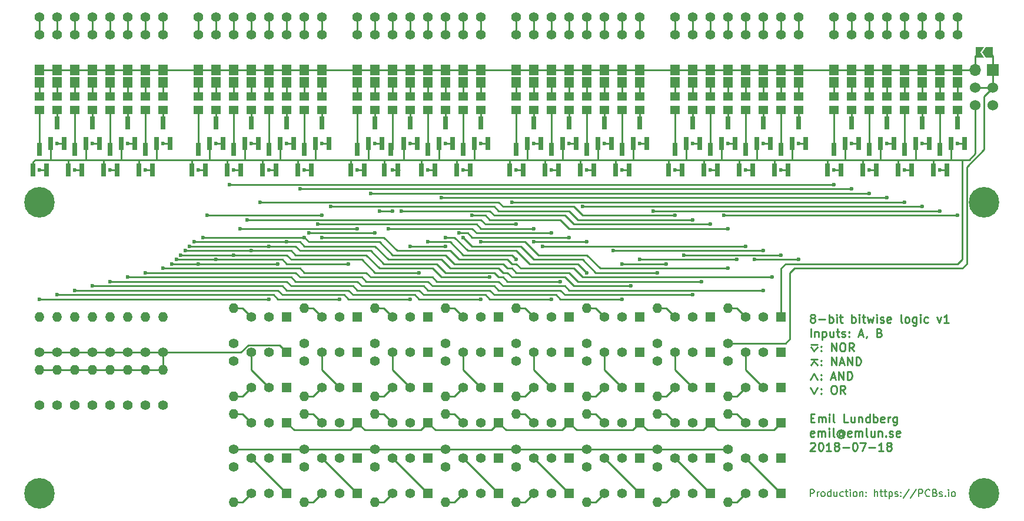
<source format=gtl>
G04 #@! TF.GenerationSoftware,KiCad,Pcbnew,(5.0.0-rc2-200-g1f6f76beb)*
G04 #@! TF.CreationDate,2018-07-19T02:54:02+02:00*
G04 #@! TF.ProjectId,8-bit-bitwise-logic,382D6269742D626974776973652D6C6F,rev?*
G04 #@! TF.SameCoordinates,Original*
G04 #@! TF.FileFunction,Copper,L1,Top,Signal*
G04 #@! TF.FilePolarity,Positive*
%FSLAX46Y46*%
G04 Gerber Fmt 4.6, Leading zero omitted, Abs format (unit mm)*
G04 Created by KiCad (PCBNEW (5.0.0-rc2-200-g1f6f76beb)) date Thu Jul 19 02:54:02 2018*
%MOMM*%
%LPD*%
G01*
G04 APERTURE LIST*
G04 #@! TA.AperFunction,NonConductor*
%ADD10C,0.200000*%
G04 #@! TD*
G04 #@! TA.AperFunction,NonConductor*
%ADD11C,0.250000*%
G04 #@! TD*
G04 #@! TA.AperFunction,ComponentPad*
%ADD12C,1.524000*%
G04 #@! TD*
G04 #@! TA.AperFunction,ComponentPad*
%ADD13C,1.400000*%
G04 #@! TD*
G04 #@! TA.AperFunction,ComponentPad*
%ADD14R,1.400000X1.400000*%
G04 #@! TD*
G04 #@! TA.AperFunction,ComponentPad*
%ADD15O,1.400000X1.400000*%
G04 #@! TD*
G04 #@! TA.AperFunction,SMDPad,CuDef*
%ADD16R,1.320000X1.520000*%
G04 #@! TD*
G04 #@! TA.AperFunction,ComponentPad*
%ADD17R,1.700000X1.700000*%
G04 #@! TD*
G04 #@! TA.AperFunction,ComponentPad*
%ADD18O,1.700000X1.700000*%
G04 #@! TD*
G04 #@! TA.AperFunction,SMDPad,CuDef*
%ADD19C,0.300000*%
G04 #@! TD*
G04 #@! TA.AperFunction,Conductor*
%ADD20C,0.100000*%
G04 #@! TD*
G04 #@! TA.AperFunction,SMDPad,CuDef*
%ADD21R,0.800000X1.900000*%
G04 #@! TD*
G04 #@! TA.AperFunction,SMDPad,CuDef*
%ADD22R,1.400000X1.295000*%
G04 #@! TD*
G04 #@! TA.AperFunction,ComponentPad*
%ADD23C,4.400000*%
G04 #@! TD*
G04 #@! TA.AperFunction,ViaPad*
%ADD24C,0.600000*%
G04 #@! TD*
G04 #@! TA.AperFunction,Conductor*
%ADD25C,0.250000*%
G04 #@! TD*
G04 APERTURE END LIST*
D10*
X192138095Y-112212380D02*
X192138095Y-111212380D01*
X192519047Y-111212380D01*
X192614285Y-111260000D01*
X192661904Y-111307619D01*
X192709523Y-111402857D01*
X192709523Y-111545714D01*
X192661904Y-111640952D01*
X192614285Y-111688571D01*
X192519047Y-111736190D01*
X192138095Y-111736190D01*
X193138095Y-112212380D02*
X193138095Y-111545714D01*
X193138095Y-111736190D02*
X193185714Y-111640952D01*
X193233333Y-111593333D01*
X193328571Y-111545714D01*
X193423809Y-111545714D01*
X193900000Y-112212380D02*
X193804761Y-112164761D01*
X193757142Y-112117142D01*
X193709523Y-112021904D01*
X193709523Y-111736190D01*
X193757142Y-111640952D01*
X193804761Y-111593333D01*
X193900000Y-111545714D01*
X194042857Y-111545714D01*
X194138095Y-111593333D01*
X194185714Y-111640952D01*
X194233333Y-111736190D01*
X194233333Y-112021904D01*
X194185714Y-112117142D01*
X194138095Y-112164761D01*
X194042857Y-112212380D01*
X193900000Y-112212380D01*
X195090476Y-112212380D02*
X195090476Y-111212380D01*
X195090476Y-112164761D02*
X194995238Y-112212380D01*
X194804761Y-112212380D01*
X194709523Y-112164761D01*
X194661904Y-112117142D01*
X194614285Y-112021904D01*
X194614285Y-111736190D01*
X194661904Y-111640952D01*
X194709523Y-111593333D01*
X194804761Y-111545714D01*
X194995238Y-111545714D01*
X195090476Y-111593333D01*
X195995238Y-111545714D02*
X195995238Y-112212380D01*
X195566666Y-111545714D02*
X195566666Y-112069523D01*
X195614285Y-112164761D01*
X195709523Y-112212380D01*
X195852380Y-112212380D01*
X195947619Y-112164761D01*
X195995238Y-112117142D01*
X196900000Y-112164761D02*
X196804761Y-112212380D01*
X196614285Y-112212380D01*
X196519047Y-112164761D01*
X196471428Y-112117142D01*
X196423809Y-112021904D01*
X196423809Y-111736190D01*
X196471428Y-111640952D01*
X196519047Y-111593333D01*
X196614285Y-111545714D01*
X196804761Y-111545714D01*
X196900000Y-111593333D01*
X197185714Y-111545714D02*
X197566666Y-111545714D01*
X197328571Y-111212380D02*
X197328571Y-112069523D01*
X197376190Y-112164761D01*
X197471428Y-112212380D01*
X197566666Y-112212380D01*
X197900000Y-112212380D02*
X197900000Y-111545714D01*
X197900000Y-111212380D02*
X197852380Y-111260000D01*
X197900000Y-111307619D01*
X197947619Y-111260000D01*
X197900000Y-111212380D01*
X197900000Y-111307619D01*
X198519047Y-112212380D02*
X198423809Y-112164761D01*
X198376190Y-112117142D01*
X198328571Y-112021904D01*
X198328571Y-111736190D01*
X198376190Y-111640952D01*
X198423809Y-111593333D01*
X198519047Y-111545714D01*
X198661904Y-111545714D01*
X198757142Y-111593333D01*
X198804761Y-111640952D01*
X198852380Y-111736190D01*
X198852380Y-112021904D01*
X198804761Y-112117142D01*
X198757142Y-112164761D01*
X198661904Y-112212380D01*
X198519047Y-112212380D01*
X199280952Y-111545714D02*
X199280952Y-112212380D01*
X199280952Y-111640952D02*
X199328571Y-111593333D01*
X199423809Y-111545714D01*
X199566666Y-111545714D01*
X199661904Y-111593333D01*
X199709523Y-111688571D01*
X199709523Y-112212380D01*
X200185714Y-112117142D02*
X200233333Y-112164761D01*
X200185714Y-112212380D01*
X200138095Y-112164761D01*
X200185714Y-112117142D01*
X200185714Y-112212380D01*
X200185714Y-111593333D02*
X200233333Y-111640952D01*
X200185714Y-111688571D01*
X200138095Y-111640952D01*
X200185714Y-111593333D01*
X200185714Y-111688571D01*
X201423809Y-112212380D02*
X201423809Y-111212380D01*
X201852380Y-112212380D02*
X201852380Y-111688571D01*
X201804761Y-111593333D01*
X201709523Y-111545714D01*
X201566666Y-111545714D01*
X201471428Y-111593333D01*
X201423809Y-111640952D01*
X202185714Y-111545714D02*
X202566666Y-111545714D01*
X202328571Y-111212380D02*
X202328571Y-112069523D01*
X202376190Y-112164761D01*
X202471428Y-112212380D01*
X202566666Y-112212380D01*
X202757142Y-111545714D02*
X203138095Y-111545714D01*
X202900000Y-111212380D02*
X202900000Y-112069523D01*
X202947619Y-112164761D01*
X203042857Y-112212380D01*
X203138095Y-112212380D01*
X203471428Y-111545714D02*
X203471428Y-112545714D01*
X203471428Y-111593333D02*
X203566666Y-111545714D01*
X203757142Y-111545714D01*
X203852380Y-111593333D01*
X203900000Y-111640952D01*
X203947619Y-111736190D01*
X203947619Y-112021904D01*
X203900000Y-112117142D01*
X203852380Y-112164761D01*
X203757142Y-112212380D01*
X203566666Y-112212380D01*
X203471428Y-112164761D01*
X204328571Y-112164761D02*
X204423809Y-112212380D01*
X204614285Y-112212380D01*
X204709523Y-112164761D01*
X204757142Y-112069523D01*
X204757142Y-112021904D01*
X204709523Y-111926666D01*
X204614285Y-111879047D01*
X204471428Y-111879047D01*
X204376190Y-111831428D01*
X204328571Y-111736190D01*
X204328571Y-111688571D01*
X204376190Y-111593333D01*
X204471428Y-111545714D01*
X204614285Y-111545714D01*
X204709523Y-111593333D01*
X205185714Y-112117142D02*
X205233333Y-112164761D01*
X205185714Y-112212380D01*
X205138095Y-112164761D01*
X205185714Y-112117142D01*
X205185714Y-112212380D01*
X205185714Y-111593333D02*
X205233333Y-111640952D01*
X205185714Y-111688571D01*
X205138095Y-111640952D01*
X205185714Y-111593333D01*
X205185714Y-111688571D01*
X206376190Y-111164761D02*
X205519047Y-112450476D01*
X207423809Y-111164761D02*
X206566666Y-112450476D01*
X207757142Y-112212380D02*
X207757142Y-111212380D01*
X208138095Y-111212380D01*
X208233333Y-111260000D01*
X208280952Y-111307619D01*
X208328571Y-111402857D01*
X208328571Y-111545714D01*
X208280952Y-111640952D01*
X208233333Y-111688571D01*
X208138095Y-111736190D01*
X207757142Y-111736190D01*
X209328571Y-112117142D02*
X209280952Y-112164761D01*
X209138095Y-112212380D01*
X209042857Y-112212380D01*
X208900000Y-112164761D01*
X208804761Y-112069523D01*
X208757142Y-111974285D01*
X208709523Y-111783809D01*
X208709523Y-111640952D01*
X208757142Y-111450476D01*
X208804761Y-111355238D01*
X208900000Y-111260000D01*
X209042857Y-111212380D01*
X209138095Y-111212380D01*
X209280952Y-111260000D01*
X209328571Y-111307619D01*
X210090476Y-111688571D02*
X210233333Y-111736190D01*
X210280952Y-111783809D01*
X210328571Y-111879047D01*
X210328571Y-112021904D01*
X210280952Y-112117142D01*
X210233333Y-112164761D01*
X210138095Y-112212380D01*
X209757142Y-112212380D01*
X209757142Y-111212380D01*
X210090476Y-111212380D01*
X210185714Y-111260000D01*
X210233333Y-111307619D01*
X210280952Y-111402857D01*
X210280952Y-111498095D01*
X210233333Y-111593333D01*
X210185714Y-111640952D01*
X210090476Y-111688571D01*
X209757142Y-111688571D01*
X210709523Y-112164761D02*
X210804761Y-112212380D01*
X210995238Y-112212380D01*
X211090476Y-112164761D01*
X211138095Y-112069523D01*
X211138095Y-112021904D01*
X211090476Y-111926666D01*
X210995238Y-111879047D01*
X210852380Y-111879047D01*
X210757142Y-111831428D01*
X210709523Y-111736190D01*
X210709523Y-111688571D01*
X210757142Y-111593333D01*
X210852380Y-111545714D01*
X210995238Y-111545714D01*
X211090476Y-111593333D01*
X211566666Y-112117142D02*
X211614285Y-112164761D01*
X211566666Y-112212380D01*
X211519047Y-112164761D01*
X211566666Y-112117142D01*
X211566666Y-112212380D01*
X212042857Y-112212380D02*
X212042857Y-111545714D01*
X212042857Y-111212380D02*
X211995238Y-111260000D01*
X212042857Y-111307619D01*
X212090476Y-111260000D01*
X212042857Y-111212380D01*
X212042857Y-111307619D01*
X212661904Y-112212380D02*
X212566666Y-112164761D01*
X212519047Y-112117142D01*
X212471428Y-112021904D01*
X212471428Y-111736190D01*
X212519047Y-111640952D01*
X212566666Y-111593333D01*
X212661904Y-111545714D01*
X212804761Y-111545714D01*
X212900000Y-111593333D01*
X212947619Y-111640952D01*
X212995238Y-111736190D01*
X212995238Y-112021904D01*
X212947619Y-112117142D01*
X212900000Y-112164761D01*
X212804761Y-112212380D01*
X212661904Y-112212380D01*
D11*
X192389642Y-86517142D02*
X192275357Y-86460000D01*
X192218214Y-86402857D01*
X192161071Y-86288571D01*
X192161071Y-86231428D01*
X192218214Y-86117142D01*
X192275357Y-86060000D01*
X192389642Y-86002857D01*
X192618214Y-86002857D01*
X192732500Y-86060000D01*
X192789642Y-86117142D01*
X192846785Y-86231428D01*
X192846785Y-86288571D01*
X192789642Y-86402857D01*
X192732500Y-86460000D01*
X192618214Y-86517142D01*
X192389642Y-86517142D01*
X192275357Y-86574285D01*
X192218214Y-86631428D01*
X192161071Y-86745714D01*
X192161071Y-86974285D01*
X192218214Y-87088571D01*
X192275357Y-87145714D01*
X192389642Y-87202857D01*
X192618214Y-87202857D01*
X192732500Y-87145714D01*
X192789642Y-87088571D01*
X192846785Y-86974285D01*
X192846785Y-86745714D01*
X192789642Y-86631428D01*
X192732500Y-86574285D01*
X192618214Y-86517142D01*
X193361071Y-86745714D02*
X194275357Y-86745714D01*
X194846785Y-87202857D02*
X194846785Y-86002857D01*
X194846785Y-86460000D02*
X194961071Y-86402857D01*
X195189642Y-86402857D01*
X195303928Y-86460000D01*
X195361071Y-86517142D01*
X195418214Y-86631428D01*
X195418214Y-86974285D01*
X195361071Y-87088571D01*
X195303928Y-87145714D01*
X195189642Y-87202857D01*
X194961071Y-87202857D01*
X194846785Y-87145714D01*
X195932500Y-87202857D02*
X195932500Y-86402857D01*
X195932500Y-86002857D02*
X195875357Y-86060000D01*
X195932500Y-86117142D01*
X195989642Y-86060000D01*
X195932500Y-86002857D01*
X195932500Y-86117142D01*
X196332500Y-86402857D02*
X196789642Y-86402857D01*
X196503928Y-86002857D02*
X196503928Y-87031428D01*
X196561071Y-87145714D01*
X196675357Y-87202857D01*
X196789642Y-87202857D01*
X198103928Y-87202857D02*
X198103928Y-86002857D01*
X198103928Y-86460000D02*
X198218214Y-86402857D01*
X198446785Y-86402857D01*
X198561071Y-86460000D01*
X198618214Y-86517142D01*
X198675357Y-86631428D01*
X198675357Y-86974285D01*
X198618214Y-87088571D01*
X198561071Y-87145714D01*
X198446785Y-87202857D01*
X198218214Y-87202857D01*
X198103928Y-87145714D01*
X199189642Y-87202857D02*
X199189642Y-86402857D01*
X199189642Y-86002857D02*
X199132500Y-86060000D01*
X199189642Y-86117142D01*
X199246785Y-86060000D01*
X199189642Y-86002857D01*
X199189642Y-86117142D01*
X199589642Y-86402857D02*
X200046785Y-86402857D01*
X199761071Y-86002857D02*
X199761071Y-87031428D01*
X199818214Y-87145714D01*
X199932500Y-87202857D01*
X200046785Y-87202857D01*
X200332500Y-86402857D02*
X200561071Y-87202857D01*
X200789642Y-86631428D01*
X201018214Y-87202857D01*
X201246785Y-86402857D01*
X201703928Y-87202857D02*
X201703928Y-86402857D01*
X201703928Y-86002857D02*
X201646785Y-86060000D01*
X201703928Y-86117142D01*
X201761071Y-86060000D01*
X201703928Y-86002857D01*
X201703928Y-86117142D01*
X202218214Y-87145714D02*
X202332500Y-87202857D01*
X202561071Y-87202857D01*
X202675357Y-87145714D01*
X202732500Y-87031428D01*
X202732500Y-86974285D01*
X202675357Y-86860000D01*
X202561071Y-86802857D01*
X202389642Y-86802857D01*
X202275357Y-86745714D01*
X202218214Y-86631428D01*
X202218214Y-86574285D01*
X202275357Y-86460000D01*
X202389642Y-86402857D01*
X202561071Y-86402857D01*
X202675357Y-86460000D01*
X203703928Y-87145714D02*
X203589642Y-87202857D01*
X203361071Y-87202857D01*
X203246785Y-87145714D01*
X203189642Y-87031428D01*
X203189642Y-86574285D01*
X203246785Y-86460000D01*
X203361071Y-86402857D01*
X203589642Y-86402857D01*
X203703928Y-86460000D01*
X203761071Y-86574285D01*
X203761071Y-86688571D01*
X203189642Y-86802857D01*
X205361071Y-87202857D02*
X205246785Y-87145714D01*
X205189642Y-87031428D01*
X205189642Y-86002857D01*
X205989642Y-87202857D02*
X205875357Y-87145714D01*
X205818214Y-87088571D01*
X205761071Y-86974285D01*
X205761071Y-86631428D01*
X205818214Y-86517142D01*
X205875357Y-86460000D01*
X205989642Y-86402857D01*
X206161071Y-86402857D01*
X206275357Y-86460000D01*
X206332500Y-86517142D01*
X206389642Y-86631428D01*
X206389642Y-86974285D01*
X206332500Y-87088571D01*
X206275357Y-87145714D01*
X206161071Y-87202857D01*
X205989642Y-87202857D01*
X207418214Y-86402857D02*
X207418214Y-87374285D01*
X207361071Y-87488571D01*
X207303928Y-87545714D01*
X207189642Y-87602857D01*
X207018214Y-87602857D01*
X206903928Y-87545714D01*
X207418214Y-87145714D02*
X207303928Y-87202857D01*
X207075357Y-87202857D01*
X206961071Y-87145714D01*
X206903928Y-87088571D01*
X206846785Y-86974285D01*
X206846785Y-86631428D01*
X206903928Y-86517142D01*
X206961071Y-86460000D01*
X207075357Y-86402857D01*
X207303928Y-86402857D01*
X207418214Y-86460000D01*
X207989642Y-87202857D02*
X207989642Y-86402857D01*
X207989642Y-86002857D02*
X207932500Y-86060000D01*
X207989642Y-86117142D01*
X208046785Y-86060000D01*
X207989642Y-86002857D01*
X207989642Y-86117142D01*
X209075357Y-87145714D02*
X208961071Y-87202857D01*
X208732500Y-87202857D01*
X208618214Y-87145714D01*
X208561071Y-87088571D01*
X208503928Y-86974285D01*
X208503928Y-86631428D01*
X208561071Y-86517142D01*
X208618214Y-86460000D01*
X208732500Y-86402857D01*
X208961071Y-86402857D01*
X209075357Y-86460000D01*
X210389642Y-86402857D02*
X210675357Y-87202857D01*
X210961071Y-86402857D01*
X212046785Y-87202857D02*
X211361071Y-87202857D01*
X211703928Y-87202857D02*
X211703928Y-86002857D01*
X211589642Y-86174285D01*
X211475357Y-86288571D01*
X211361071Y-86345714D01*
X192218214Y-89252857D02*
X192218214Y-88052857D01*
X192789642Y-88452857D02*
X192789642Y-89252857D01*
X192789642Y-88567142D02*
X192846785Y-88510000D01*
X192961071Y-88452857D01*
X193132500Y-88452857D01*
X193246785Y-88510000D01*
X193303928Y-88624285D01*
X193303928Y-89252857D01*
X193875357Y-88452857D02*
X193875357Y-89652857D01*
X193875357Y-88510000D02*
X193989642Y-88452857D01*
X194218214Y-88452857D01*
X194332500Y-88510000D01*
X194389642Y-88567142D01*
X194446785Y-88681428D01*
X194446785Y-89024285D01*
X194389642Y-89138571D01*
X194332500Y-89195714D01*
X194218214Y-89252857D01*
X193989642Y-89252857D01*
X193875357Y-89195714D01*
X195475357Y-88452857D02*
X195475357Y-89252857D01*
X194961071Y-88452857D02*
X194961071Y-89081428D01*
X195018214Y-89195714D01*
X195132500Y-89252857D01*
X195303928Y-89252857D01*
X195418214Y-89195714D01*
X195475357Y-89138571D01*
X195875357Y-88452857D02*
X196332500Y-88452857D01*
X196046785Y-88052857D02*
X196046785Y-89081428D01*
X196103928Y-89195714D01*
X196218214Y-89252857D01*
X196332500Y-89252857D01*
X196675357Y-89195714D02*
X196789642Y-89252857D01*
X197018214Y-89252857D01*
X197132500Y-89195714D01*
X197189642Y-89081428D01*
X197189642Y-89024285D01*
X197132500Y-88910000D01*
X197018214Y-88852857D01*
X196846785Y-88852857D01*
X196732500Y-88795714D01*
X196675357Y-88681428D01*
X196675357Y-88624285D01*
X196732500Y-88510000D01*
X196846785Y-88452857D01*
X197018214Y-88452857D01*
X197132500Y-88510000D01*
X197703928Y-89138571D02*
X197761071Y-89195714D01*
X197703928Y-89252857D01*
X197646785Y-89195714D01*
X197703928Y-89138571D01*
X197703928Y-89252857D01*
X197703928Y-88510000D02*
X197761071Y-88567142D01*
X197703928Y-88624285D01*
X197646785Y-88567142D01*
X197703928Y-88510000D01*
X197703928Y-88624285D01*
X199132500Y-88910000D02*
X199703928Y-88910000D01*
X199018214Y-89252857D02*
X199418214Y-88052857D01*
X199818214Y-89252857D01*
X200275357Y-89195714D02*
X200275357Y-89252857D01*
X200218214Y-89367142D01*
X200161071Y-89424285D01*
X202103928Y-88624285D02*
X202275357Y-88681428D01*
X202332500Y-88738571D01*
X202389642Y-88852857D01*
X202389642Y-89024285D01*
X202332500Y-89138571D01*
X202275357Y-89195714D01*
X202161071Y-89252857D01*
X201703928Y-89252857D01*
X201703928Y-88052857D01*
X202103928Y-88052857D01*
X202218214Y-88110000D01*
X202275357Y-88167142D01*
X202332500Y-88281428D01*
X202332500Y-88395714D01*
X202275357Y-88510000D01*
X202218214Y-88567142D01*
X202103928Y-88624285D01*
X201703928Y-88624285D01*
X192218214Y-90388571D02*
X193132500Y-90388571D01*
X193132500Y-90674285D02*
X192675357Y-91302857D01*
X192218214Y-90674285D01*
X193703928Y-91188571D02*
X193761071Y-91245714D01*
X193703928Y-91302857D01*
X193646785Y-91245714D01*
X193703928Y-91188571D01*
X193703928Y-91302857D01*
X193703928Y-90560000D02*
X193761071Y-90617142D01*
X193703928Y-90674285D01*
X193646785Y-90617142D01*
X193703928Y-90560000D01*
X193703928Y-90674285D01*
X195189642Y-91302857D02*
X195189642Y-90102857D01*
X195875357Y-91302857D01*
X195875357Y-90102857D01*
X196675357Y-90102857D02*
X196903928Y-90102857D01*
X197018214Y-90160000D01*
X197132500Y-90274285D01*
X197189642Y-90502857D01*
X197189642Y-90902857D01*
X197132500Y-91131428D01*
X197018214Y-91245714D01*
X196903928Y-91302857D01*
X196675357Y-91302857D01*
X196561071Y-91245714D01*
X196446785Y-91131428D01*
X196389642Y-90902857D01*
X196389642Y-90502857D01*
X196446785Y-90274285D01*
X196561071Y-90160000D01*
X196675357Y-90102857D01*
X198389642Y-91302857D02*
X197989642Y-90731428D01*
X197703928Y-91302857D02*
X197703928Y-90102857D01*
X198161071Y-90102857D01*
X198275357Y-90160000D01*
X198332500Y-90217142D01*
X198389642Y-90331428D01*
X198389642Y-90502857D01*
X198332500Y-90617142D01*
X198275357Y-90674285D01*
X198161071Y-90731428D01*
X197703928Y-90731428D01*
X193132500Y-92438571D02*
X192218214Y-92438571D01*
X192218214Y-93352857D02*
X192675357Y-92724285D01*
X193132500Y-93352857D01*
X193703928Y-93238571D02*
X193761071Y-93295714D01*
X193703928Y-93352857D01*
X193646785Y-93295714D01*
X193703928Y-93238571D01*
X193703928Y-93352857D01*
X193703928Y-92610000D02*
X193761071Y-92667142D01*
X193703928Y-92724285D01*
X193646785Y-92667142D01*
X193703928Y-92610000D01*
X193703928Y-92724285D01*
X195189642Y-93352857D02*
X195189642Y-92152857D01*
X195875357Y-93352857D01*
X195875357Y-92152857D01*
X196389642Y-93010000D02*
X196961071Y-93010000D01*
X196275357Y-93352857D02*
X196675357Y-92152857D01*
X197075357Y-93352857D01*
X197475357Y-93352857D02*
X197475357Y-92152857D01*
X198161071Y-93352857D01*
X198161071Y-92152857D01*
X198732500Y-93352857D02*
X198732500Y-92152857D01*
X199018214Y-92152857D01*
X199189642Y-92210000D01*
X199303928Y-92324285D01*
X199361071Y-92438571D01*
X199418214Y-92667142D01*
X199418214Y-92838571D01*
X199361071Y-93067142D01*
X199303928Y-93181428D01*
X199189642Y-93295714D01*
X199018214Y-93352857D01*
X198732500Y-93352857D01*
X193189642Y-95402857D02*
X192675357Y-94488571D01*
X192161071Y-95402857D01*
X193703928Y-95288571D02*
X193761071Y-95345714D01*
X193703928Y-95402857D01*
X193646785Y-95345714D01*
X193703928Y-95288571D01*
X193703928Y-95402857D01*
X193703928Y-94660000D02*
X193761071Y-94717142D01*
X193703928Y-94774285D01*
X193646785Y-94717142D01*
X193703928Y-94660000D01*
X193703928Y-94774285D01*
X195132500Y-95060000D02*
X195703928Y-95060000D01*
X195018214Y-95402857D02*
X195418214Y-94202857D01*
X195818214Y-95402857D01*
X196218214Y-95402857D02*
X196218214Y-94202857D01*
X196903928Y-95402857D01*
X196903928Y-94202857D01*
X197475357Y-95402857D02*
X197475357Y-94202857D01*
X197761071Y-94202857D01*
X197932500Y-94260000D01*
X198046785Y-94374285D01*
X198103928Y-94488571D01*
X198161071Y-94717142D01*
X198161071Y-94888571D01*
X198103928Y-95117142D01*
X198046785Y-95231428D01*
X197932500Y-95345714D01*
X197761071Y-95402857D01*
X197475357Y-95402857D01*
X192161071Y-96538571D02*
X192675357Y-97452857D01*
X193189642Y-96538571D01*
X193703928Y-97338571D02*
X193761071Y-97395714D01*
X193703928Y-97452857D01*
X193646785Y-97395714D01*
X193703928Y-97338571D01*
X193703928Y-97452857D01*
X193703928Y-96710000D02*
X193761071Y-96767142D01*
X193703928Y-96824285D01*
X193646785Y-96767142D01*
X193703928Y-96710000D01*
X193703928Y-96824285D01*
X195418214Y-96252857D02*
X195646785Y-96252857D01*
X195761071Y-96310000D01*
X195875357Y-96424285D01*
X195932500Y-96652857D01*
X195932500Y-97052857D01*
X195875357Y-97281428D01*
X195761071Y-97395714D01*
X195646785Y-97452857D01*
X195418214Y-97452857D01*
X195303928Y-97395714D01*
X195189642Y-97281428D01*
X195132500Y-97052857D01*
X195132500Y-96652857D01*
X195189642Y-96424285D01*
X195303928Y-96310000D01*
X195418214Y-96252857D01*
X197132500Y-97452857D02*
X196732500Y-96881428D01*
X196446785Y-97452857D02*
X196446785Y-96252857D01*
X196903928Y-96252857D01*
X197018214Y-96310000D01*
X197075357Y-96367142D01*
X197132500Y-96481428D01*
X197132500Y-96652857D01*
X197075357Y-96767142D01*
X197018214Y-96824285D01*
X196903928Y-96881428D01*
X196446785Y-96881428D01*
X192218214Y-100924285D02*
X192618214Y-100924285D01*
X192789642Y-101552857D02*
X192218214Y-101552857D01*
X192218214Y-100352857D01*
X192789642Y-100352857D01*
X193303928Y-101552857D02*
X193303928Y-100752857D01*
X193303928Y-100867142D02*
X193361071Y-100810000D01*
X193475357Y-100752857D01*
X193646785Y-100752857D01*
X193761071Y-100810000D01*
X193818214Y-100924285D01*
X193818214Y-101552857D01*
X193818214Y-100924285D02*
X193875357Y-100810000D01*
X193989642Y-100752857D01*
X194161071Y-100752857D01*
X194275357Y-100810000D01*
X194332500Y-100924285D01*
X194332500Y-101552857D01*
X194903928Y-101552857D02*
X194903928Y-100752857D01*
X194903928Y-100352857D02*
X194846785Y-100410000D01*
X194903928Y-100467142D01*
X194961071Y-100410000D01*
X194903928Y-100352857D01*
X194903928Y-100467142D01*
X195646785Y-101552857D02*
X195532500Y-101495714D01*
X195475357Y-101381428D01*
X195475357Y-100352857D01*
X197589642Y-101552857D02*
X197018214Y-101552857D01*
X197018214Y-100352857D01*
X198503928Y-100752857D02*
X198503928Y-101552857D01*
X197989642Y-100752857D02*
X197989642Y-101381428D01*
X198046785Y-101495714D01*
X198161071Y-101552857D01*
X198332500Y-101552857D01*
X198446785Y-101495714D01*
X198503928Y-101438571D01*
X199075357Y-100752857D02*
X199075357Y-101552857D01*
X199075357Y-100867142D02*
X199132500Y-100810000D01*
X199246785Y-100752857D01*
X199418214Y-100752857D01*
X199532500Y-100810000D01*
X199589642Y-100924285D01*
X199589642Y-101552857D01*
X200675357Y-101552857D02*
X200675357Y-100352857D01*
X200675357Y-101495714D02*
X200561071Y-101552857D01*
X200332500Y-101552857D01*
X200218214Y-101495714D01*
X200161071Y-101438571D01*
X200103928Y-101324285D01*
X200103928Y-100981428D01*
X200161071Y-100867142D01*
X200218214Y-100810000D01*
X200332500Y-100752857D01*
X200561071Y-100752857D01*
X200675357Y-100810000D01*
X201246785Y-101552857D02*
X201246785Y-100352857D01*
X201246785Y-100810000D02*
X201361071Y-100752857D01*
X201589642Y-100752857D01*
X201703928Y-100810000D01*
X201761071Y-100867142D01*
X201818214Y-100981428D01*
X201818214Y-101324285D01*
X201761071Y-101438571D01*
X201703928Y-101495714D01*
X201589642Y-101552857D01*
X201361071Y-101552857D01*
X201246785Y-101495714D01*
X202789642Y-101495714D02*
X202675357Y-101552857D01*
X202446785Y-101552857D01*
X202332500Y-101495714D01*
X202275357Y-101381428D01*
X202275357Y-100924285D01*
X202332500Y-100810000D01*
X202446785Y-100752857D01*
X202675357Y-100752857D01*
X202789642Y-100810000D01*
X202846785Y-100924285D01*
X202846785Y-101038571D01*
X202275357Y-101152857D01*
X203361071Y-101552857D02*
X203361071Y-100752857D01*
X203361071Y-100981428D02*
X203418214Y-100867142D01*
X203475357Y-100810000D01*
X203589642Y-100752857D01*
X203703928Y-100752857D01*
X204618214Y-100752857D02*
X204618214Y-101724285D01*
X204561071Y-101838571D01*
X204503928Y-101895714D01*
X204389642Y-101952857D01*
X204218214Y-101952857D01*
X204103928Y-101895714D01*
X204618214Y-101495714D02*
X204503928Y-101552857D01*
X204275357Y-101552857D01*
X204161071Y-101495714D01*
X204103928Y-101438571D01*
X204046785Y-101324285D01*
X204046785Y-100981428D01*
X204103928Y-100867142D01*
X204161071Y-100810000D01*
X204275357Y-100752857D01*
X204503928Y-100752857D01*
X204618214Y-100810000D01*
X192675357Y-103545714D02*
X192561071Y-103602857D01*
X192332500Y-103602857D01*
X192218214Y-103545714D01*
X192161071Y-103431428D01*
X192161071Y-102974285D01*
X192218214Y-102860000D01*
X192332500Y-102802857D01*
X192561071Y-102802857D01*
X192675357Y-102860000D01*
X192732500Y-102974285D01*
X192732500Y-103088571D01*
X192161071Y-103202857D01*
X193246785Y-103602857D02*
X193246785Y-102802857D01*
X193246785Y-102917142D02*
X193303928Y-102860000D01*
X193418214Y-102802857D01*
X193589642Y-102802857D01*
X193703928Y-102860000D01*
X193761071Y-102974285D01*
X193761071Y-103602857D01*
X193761071Y-102974285D02*
X193818214Y-102860000D01*
X193932500Y-102802857D01*
X194103928Y-102802857D01*
X194218214Y-102860000D01*
X194275357Y-102974285D01*
X194275357Y-103602857D01*
X194846785Y-103602857D02*
X194846785Y-102802857D01*
X194846785Y-102402857D02*
X194789642Y-102460000D01*
X194846785Y-102517142D01*
X194903928Y-102460000D01*
X194846785Y-102402857D01*
X194846785Y-102517142D01*
X195589642Y-103602857D02*
X195475357Y-103545714D01*
X195418214Y-103431428D01*
X195418214Y-102402857D01*
X196789642Y-103031428D02*
X196732500Y-102974285D01*
X196618214Y-102917142D01*
X196503928Y-102917142D01*
X196389642Y-102974285D01*
X196332500Y-103031428D01*
X196275357Y-103145714D01*
X196275357Y-103260000D01*
X196332500Y-103374285D01*
X196389642Y-103431428D01*
X196503928Y-103488571D01*
X196618214Y-103488571D01*
X196732500Y-103431428D01*
X196789642Y-103374285D01*
X196789642Y-102917142D02*
X196789642Y-103374285D01*
X196846785Y-103431428D01*
X196903928Y-103431428D01*
X197018214Y-103374285D01*
X197075357Y-103260000D01*
X197075357Y-102974285D01*
X196961071Y-102802857D01*
X196789642Y-102688571D01*
X196561071Y-102631428D01*
X196332500Y-102688571D01*
X196161071Y-102802857D01*
X196046785Y-102974285D01*
X195989642Y-103202857D01*
X196046785Y-103431428D01*
X196161071Y-103602857D01*
X196332500Y-103717142D01*
X196561071Y-103774285D01*
X196789642Y-103717142D01*
X196961071Y-103602857D01*
X198046785Y-103545714D02*
X197932500Y-103602857D01*
X197703928Y-103602857D01*
X197589642Y-103545714D01*
X197532500Y-103431428D01*
X197532500Y-102974285D01*
X197589642Y-102860000D01*
X197703928Y-102802857D01*
X197932500Y-102802857D01*
X198046785Y-102860000D01*
X198103928Y-102974285D01*
X198103928Y-103088571D01*
X197532500Y-103202857D01*
X198618214Y-103602857D02*
X198618214Y-102802857D01*
X198618214Y-102917142D02*
X198675357Y-102860000D01*
X198789642Y-102802857D01*
X198961071Y-102802857D01*
X199075357Y-102860000D01*
X199132500Y-102974285D01*
X199132500Y-103602857D01*
X199132500Y-102974285D02*
X199189642Y-102860000D01*
X199303928Y-102802857D01*
X199475357Y-102802857D01*
X199589642Y-102860000D01*
X199646785Y-102974285D01*
X199646785Y-103602857D01*
X200389642Y-103602857D02*
X200275357Y-103545714D01*
X200218214Y-103431428D01*
X200218214Y-102402857D01*
X201361071Y-102802857D02*
X201361071Y-103602857D01*
X200846785Y-102802857D02*
X200846785Y-103431428D01*
X200903928Y-103545714D01*
X201018214Y-103602857D01*
X201189642Y-103602857D01*
X201303928Y-103545714D01*
X201361071Y-103488571D01*
X201932500Y-102802857D02*
X201932500Y-103602857D01*
X201932500Y-102917142D02*
X201989642Y-102860000D01*
X202103928Y-102802857D01*
X202275357Y-102802857D01*
X202389642Y-102860000D01*
X202446785Y-102974285D01*
X202446785Y-103602857D01*
X203018214Y-103488571D02*
X203075357Y-103545714D01*
X203018214Y-103602857D01*
X202961071Y-103545714D01*
X203018214Y-103488571D01*
X203018214Y-103602857D01*
X203532500Y-103545714D02*
X203646785Y-103602857D01*
X203875357Y-103602857D01*
X203989642Y-103545714D01*
X204046785Y-103431428D01*
X204046785Y-103374285D01*
X203989642Y-103260000D01*
X203875357Y-103202857D01*
X203703928Y-103202857D01*
X203589642Y-103145714D01*
X203532500Y-103031428D01*
X203532500Y-102974285D01*
X203589642Y-102860000D01*
X203703928Y-102802857D01*
X203875357Y-102802857D01*
X203989642Y-102860000D01*
X205018214Y-103545714D02*
X204903928Y-103602857D01*
X204675357Y-103602857D01*
X204561071Y-103545714D01*
X204503928Y-103431428D01*
X204503928Y-102974285D01*
X204561071Y-102860000D01*
X204675357Y-102802857D01*
X204903928Y-102802857D01*
X205018214Y-102860000D01*
X205075357Y-102974285D01*
X205075357Y-103088571D01*
X204503928Y-103202857D01*
X192161071Y-104567142D02*
X192218214Y-104510000D01*
X192332500Y-104452857D01*
X192618214Y-104452857D01*
X192732500Y-104510000D01*
X192789642Y-104567142D01*
X192846785Y-104681428D01*
X192846785Y-104795714D01*
X192789642Y-104967142D01*
X192103928Y-105652857D01*
X192846785Y-105652857D01*
X193589642Y-104452857D02*
X193703928Y-104452857D01*
X193818214Y-104510000D01*
X193875357Y-104567142D01*
X193932500Y-104681428D01*
X193989642Y-104910000D01*
X193989642Y-105195714D01*
X193932500Y-105424285D01*
X193875357Y-105538571D01*
X193818214Y-105595714D01*
X193703928Y-105652857D01*
X193589642Y-105652857D01*
X193475357Y-105595714D01*
X193418214Y-105538571D01*
X193361071Y-105424285D01*
X193303928Y-105195714D01*
X193303928Y-104910000D01*
X193361071Y-104681428D01*
X193418214Y-104567142D01*
X193475357Y-104510000D01*
X193589642Y-104452857D01*
X195132500Y-105652857D02*
X194446785Y-105652857D01*
X194789642Y-105652857D02*
X194789642Y-104452857D01*
X194675357Y-104624285D01*
X194561071Y-104738571D01*
X194446785Y-104795714D01*
X195818214Y-104967142D02*
X195703928Y-104910000D01*
X195646785Y-104852857D01*
X195589642Y-104738571D01*
X195589642Y-104681428D01*
X195646785Y-104567142D01*
X195703928Y-104510000D01*
X195818214Y-104452857D01*
X196046785Y-104452857D01*
X196161071Y-104510000D01*
X196218214Y-104567142D01*
X196275357Y-104681428D01*
X196275357Y-104738571D01*
X196218214Y-104852857D01*
X196161071Y-104910000D01*
X196046785Y-104967142D01*
X195818214Y-104967142D01*
X195703928Y-105024285D01*
X195646785Y-105081428D01*
X195589642Y-105195714D01*
X195589642Y-105424285D01*
X195646785Y-105538571D01*
X195703928Y-105595714D01*
X195818214Y-105652857D01*
X196046785Y-105652857D01*
X196161071Y-105595714D01*
X196218214Y-105538571D01*
X196275357Y-105424285D01*
X196275357Y-105195714D01*
X196218214Y-105081428D01*
X196161071Y-105024285D01*
X196046785Y-104967142D01*
X196789642Y-105195714D02*
X197703928Y-105195714D01*
X198503928Y-104452857D02*
X198618214Y-104452857D01*
X198732500Y-104510000D01*
X198789642Y-104567142D01*
X198846785Y-104681428D01*
X198903928Y-104910000D01*
X198903928Y-105195714D01*
X198846785Y-105424285D01*
X198789642Y-105538571D01*
X198732500Y-105595714D01*
X198618214Y-105652857D01*
X198503928Y-105652857D01*
X198389642Y-105595714D01*
X198332500Y-105538571D01*
X198275357Y-105424285D01*
X198218214Y-105195714D01*
X198218214Y-104910000D01*
X198275357Y-104681428D01*
X198332500Y-104567142D01*
X198389642Y-104510000D01*
X198503928Y-104452857D01*
X199303928Y-104452857D02*
X200103928Y-104452857D01*
X199589642Y-105652857D01*
X200561071Y-105195714D02*
X201475357Y-105195714D01*
X202675357Y-105652857D02*
X201989642Y-105652857D01*
X202332500Y-105652857D02*
X202332500Y-104452857D01*
X202218214Y-104624285D01*
X202103928Y-104738571D01*
X201989642Y-104795714D01*
X203361071Y-104967142D02*
X203246785Y-104910000D01*
X203189642Y-104852857D01*
X203132500Y-104738571D01*
X203132500Y-104681428D01*
X203189642Y-104567142D01*
X203246785Y-104510000D01*
X203361071Y-104452857D01*
X203589642Y-104452857D01*
X203703928Y-104510000D01*
X203761071Y-104567142D01*
X203818214Y-104681428D01*
X203818214Y-104738571D01*
X203761071Y-104852857D01*
X203703928Y-104910000D01*
X203589642Y-104967142D01*
X203361071Y-104967142D01*
X203246785Y-105024285D01*
X203189642Y-105081428D01*
X203132500Y-105195714D01*
X203132500Y-105424285D01*
X203189642Y-105538571D01*
X203246785Y-105595714D01*
X203361071Y-105652857D01*
X203589642Y-105652857D01*
X203703928Y-105595714D01*
X203761071Y-105538571D01*
X203818214Y-105424285D01*
X203818214Y-105195714D01*
X203761071Y-105081428D01*
X203703928Y-105024285D01*
X203589642Y-104967142D01*
D12*
G04 #@! TO.P,J7,2*
G04 #@! TO.N,VCC*
X218440000Y-53340000D03*
G04 #@! TO.P,J7,1*
G04 #@! TO.N,GND*
X218440000Y-55880000D03*
X215900000Y-55880000D03*
G04 #@! TO.P,J7,2*
G04 #@! TO.N,VCC*
X215900000Y-53340000D03*
G04 #@! TD*
D13*
G04 #@! TO.P,Q20,2*
G04 #@! TO.N,/b3*
X154940000Y-91440000D03*
G04 #@! TO.P,Q20,3*
G04 #@! TO.N,/nor3*
X152400000Y-91440000D03*
D14*
G04 #@! TO.P,Q20,1*
G04 #@! TO.N,GND*
X157480000Y-91440000D03*
G04 #@! TD*
D13*
G04 #@! TO.P,Q7,2*
G04 #@! TO.N,/a1*
X175260000Y-86360000D03*
G04 #@! TO.P,Q7,3*
G04 #@! TO.N,/nor1*
X172720000Y-86360000D03*
D14*
G04 #@! TO.P,Q7,1*
G04 #@! TO.N,GND*
X177800000Y-86360000D03*
G04 #@! TD*
D13*
G04 #@! TO.P,Q1,2*
G04 #@! TO.N,/a0*
X185420000Y-86360000D03*
G04 #@! TO.P,Q1,3*
G04 #@! TO.N,/nor0*
X182880000Y-86360000D03*
D14*
G04 #@! TO.P,Q1,1*
G04 #@! TO.N,GND*
X187960000Y-86360000D03*
G04 #@! TD*
D13*
G04 #@! TO.P,Q2,2*
G04 #@! TO.N,/b0*
X185420000Y-91440000D03*
G04 #@! TO.P,Q2,3*
G04 #@! TO.N,/nor0*
X182880000Y-91440000D03*
D14*
G04 #@! TO.P,Q2,1*
G04 #@! TO.N,GND*
X187960000Y-91440000D03*
G04 #@! TD*
D13*
G04 #@! TO.P,Q3,2*
G04 #@! TO.N,/nor0*
X185420000Y-96520000D03*
G04 #@! TO.P,Q3,3*
G04 #@! TO.N,/or0*
X182880000Y-96520000D03*
D14*
G04 #@! TO.P,Q3,1*
G04 #@! TO.N,GND*
X187960000Y-96520000D03*
G04 #@! TD*
D13*
G04 #@! TO.P,Q4,2*
G04 #@! TO.N,/nand0*
X185420000Y-101600000D03*
G04 #@! TO.P,Q4,3*
G04 #@! TO.N,/and0*
X182880000Y-101600000D03*
D14*
G04 #@! TO.P,Q4,1*
G04 #@! TO.N,GND*
X187960000Y-101600000D03*
G04 #@! TD*
D13*
G04 #@! TO.P,Q5,2*
G04 #@! TO.N,/a0*
X185420000Y-106680000D03*
G04 #@! TO.P,Q5,3*
G04 #@! TO.N,Net-(Q5-Pad3)*
X182880000Y-106680000D03*
D14*
G04 #@! TO.P,Q5,1*
G04 #@! TO.N,GND*
X187960000Y-106680000D03*
G04 #@! TD*
D13*
G04 #@! TO.P,Q6,2*
G04 #@! TO.N,/b0*
X185420000Y-111760000D03*
G04 #@! TO.P,Q6,3*
G04 #@! TO.N,/nand0*
X182880000Y-111760000D03*
D14*
G04 #@! TO.P,Q6,1*
G04 #@! TO.N,Net-(Q5-Pad3)*
X187960000Y-111760000D03*
G04 #@! TD*
D13*
G04 #@! TO.P,Q8,2*
G04 #@! TO.N,/b1*
X175260000Y-91440000D03*
G04 #@! TO.P,Q8,3*
G04 #@! TO.N,/nor1*
X172720000Y-91440000D03*
D14*
G04 #@! TO.P,Q8,1*
G04 #@! TO.N,GND*
X177800000Y-91440000D03*
G04 #@! TD*
D13*
G04 #@! TO.P,Q9,2*
G04 #@! TO.N,/nor1*
X175260000Y-96520000D03*
G04 #@! TO.P,Q9,3*
G04 #@! TO.N,/or1*
X172720000Y-96520000D03*
D14*
G04 #@! TO.P,Q9,1*
G04 #@! TO.N,GND*
X177800000Y-96520000D03*
G04 #@! TD*
D13*
G04 #@! TO.P,Q10,2*
G04 #@! TO.N,/nand1*
X175260000Y-101600000D03*
G04 #@! TO.P,Q10,3*
G04 #@! TO.N,/and1*
X172720000Y-101600000D03*
D14*
G04 #@! TO.P,Q10,1*
G04 #@! TO.N,GND*
X177800000Y-101600000D03*
G04 #@! TD*
D13*
G04 #@! TO.P,Q11,2*
G04 #@! TO.N,/a1*
X175260000Y-106680000D03*
G04 #@! TO.P,Q11,3*
G04 #@! TO.N,Net-(Q11-Pad3)*
X172720000Y-106680000D03*
D14*
G04 #@! TO.P,Q11,1*
G04 #@! TO.N,GND*
X177800000Y-106680000D03*
G04 #@! TD*
D13*
G04 #@! TO.P,Q12,2*
G04 #@! TO.N,/b1*
X175260000Y-111760000D03*
G04 #@! TO.P,Q12,3*
G04 #@! TO.N,/nand1*
X172720000Y-111760000D03*
D14*
G04 #@! TO.P,Q12,1*
G04 #@! TO.N,Net-(Q11-Pad3)*
X177800000Y-111760000D03*
G04 #@! TD*
D13*
G04 #@! TO.P,Q13,2*
G04 #@! TO.N,/a2*
X165100000Y-86360000D03*
G04 #@! TO.P,Q13,3*
G04 #@! TO.N,/nor2*
X162560000Y-86360000D03*
D14*
G04 #@! TO.P,Q13,1*
G04 #@! TO.N,GND*
X167640000Y-86360000D03*
G04 #@! TD*
D13*
G04 #@! TO.P,Q14,2*
G04 #@! TO.N,/b2*
X165100000Y-91440000D03*
G04 #@! TO.P,Q14,3*
G04 #@! TO.N,/nor2*
X162560000Y-91440000D03*
D14*
G04 #@! TO.P,Q14,1*
G04 #@! TO.N,GND*
X167640000Y-91440000D03*
G04 #@! TD*
D13*
G04 #@! TO.P,Q15,2*
G04 #@! TO.N,/nor2*
X165100000Y-96520000D03*
G04 #@! TO.P,Q15,3*
G04 #@! TO.N,/or2*
X162560000Y-96520000D03*
D14*
G04 #@! TO.P,Q15,1*
G04 #@! TO.N,GND*
X167640000Y-96520000D03*
G04 #@! TD*
D13*
G04 #@! TO.P,Q16,2*
G04 #@! TO.N,/nand2*
X165100000Y-101600000D03*
G04 #@! TO.P,Q16,3*
G04 #@! TO.N,/and2*
X162560000Y-101600000D03*
D14*
G04 #@! TO.P,Q16,1*
G04 #@! TO.N,GND*
X167640000Y-101600000D03*
G04 #@! TD*
D13*
G04 #@! TO.P,Q17,2*
G04 #@! TO.N,/a2*
X165100000Y-106680000D03*
G04 #@! TO.P,Q17,3*
G04 #@! TO.N,Net-(Q17-Pad3)*
X162560000Y-106680000D03*
D14*
G04 #@! TO.P,Q17,1*
G04 #@! TO.N,GND*
X167640000Y-106680000D03*
G04 #@! TD*
D13*
G04 #@! TO.P,Q18,2*
G04 #@! TO.N,/b2*
X165100000Y-111760000D03*
G04 #@! TO.P,Q18,3*
G04 #@! TO.N,/nand2*
X162560000Y-111760000D03*
D14*
G04 #@! TO.P,Q18,1*
G04 #@! TO.N,Net-(Q17-Pad3)*
X167640000Y-111760000D03*
G04 #@! TD*
D13*
G04 #@! TO.P,Q19,2*
G04 #@! TO.N,/a3*
X154940000Y-86360000D03*
G04 #@! TO.P,Q19,3*
G04 #@! TO.N,/nor3*
X152400000Y-86360000D03*
D14*
G04 #@! TO.P,Q19,1*
G04 #@! TO.N,GND*
X157480000Y-86360000D03*
G04 #@! TD*
D13*
G04 #@! TO.P,Q21,2*
G04 #@! TO.N,/nor3*
X154940000Y-96520000D03*
G04 #@! TO.P,Q21,3*
G04 #@! TO.N,/or3*
X152400000Y-96520000D03*
D14*
G04 #@! TO.P,Q21,1*
G04 #@! TO.N,GND*
X157480000Y-96520000D03*
G04 #@! TD*
D13*
G04 #@! TO.P,Q22,2*
G04 #@! TO.N,/nand3*
X154940000Y-101600000D03*
G04 #@! TO.P,Q22,3*
G04 #@! TO.N,/and3*
X152400000Y-101600000D03*
D14*
G04 #@! TO.P,Q22,1*
G04 #@! TO.N,GND*
X157480000Y-101600000D03*
G04 #@! TD*
D13*
G04 #@! TO.P,Q23,2*
G04 #@! TO.N,/a3*
X154940000Y-106680000D03*
G04 #@! TO.P,Q23,3*
G04 #@! TO.N,Net-(Q23-Pad3)*
X152400000Y-106680000D03*
D14*
G04 #@! TO.P,Q23,1*
G04 #@! TO.N,GND*
X157480000Y-106680000D03*
G04 #@! TD*
D13*
G04 #@! TO.P,Q24,2*
G04 #@! TO.N,/b3*
X154940000Y-111760000D03*
G04 #@! TO.P,Q24,3*
G04 #@! TO.N,/nand3*
X152400000Y-111760000D03*
D14*
G04 #@! TO.P,Q24,1*
G04 #@! TO.N,Net-(Q23-Pad3)*
X157480000Y-111760000D03*
G04 #@! TD*
D13*
G04 #@! TO.P,Q25,2*
G04 #@! TO.N,/a4*
X144780000Y-86360000D03*
G04 #@! TO.P,Q25,3*
G04 #@! TO.N,/nor4*
X142240000Y-86360000D03*
D14*
G04 #@! TO.P,Q25,1*
G04 #@! TO.N,GND*
X147320000Y-86360000D03*
G04 #@! TD*
D13*
G04 #@! TO.P,Q26,2*
G04 #@! TO.N,/b4*
X144780000Y-91440000D03*
G04 #@! TO.P,Q26,3*
G04 #@! TO.N,/nor4*
X142240000Y-91440000D03*
D14*
G04 #@! TO.P,Q26,1*
G04 #@! TO.N,GND*
X147320000Y-91440000D03*
G04 #@! TD*
D13*
G04 #@! TO.P,Q27,2*
G04 #@! TO.N,/nor4*
X144780000Y-96520000D03*
G04 #@! TO.P,Q27,3*
G04 #@! TO.N,/or4*
X142240000Y-96520000D03*
D14*
G04 #@! TO.P,Q27,1*
G04 #@! TO.N,GND*
X147320000Y-96520000D03*
G04 #@! TD*
D13*
G04 #@! TO.P,Q28,2*
G04 #@! TO.N,/nand4*
X144780000Y-101600000D03*
G04 #@! TO.P,Q28,3*
G04 #@! TO.N,/and4*
X142240000Y-101600000D03*
D14*
G04 #@! TO.P,Q28,1*
G04 #@! TO.N,GND*
X147320000Y-101600000D03*
G04 #@! TD*
D13*
G04 #@! TO.P,Q29,2*
G04 #@! TO.N,/a4*
X144780000Y-106680000D03*
G04 #@! TO.P,Q29,3*
G04 #@! TO.N,Net-(Q29-Pad3)*
X142240000Y-106680000D03*
D14*
G04 #@! TO.P,Q29,1*
G04 #@! TO.N,GND*
X147320000Y-106680000D03*
G04 #@! TD*
D13*
G04 #@! TO.P,Q30,2*
G04 #@! TO.N,/b4*
X144780000Y-111760000D03*
G04 #@! TO.P,Q30,3*
G04 #@! TO.N,/nand4*
X142240000Y-111760000D03*
D14*
G04 #@! TO.P,Q30,1*
G04 #@! TO.N,Net-(Q29-Pad3)*
X147320000Y-111760000D03*
G04 #@! TD*
D13*
G04 #@! TO.P,Q31,2*
G04 #@! TO.N,/a5*
X134620000Y-86360000D03*
G04 #@! TO.P,Q31,3*
G04 #@! TO.N,/nor5*
X132080000Y-86360000D03*
D14*
G04 #@! TO.P,Q31,1*
G04 #@! TO.N,GND*
X137160000Y-86360000D03*
G04 #@! TD*
D13*
G04 #@! TO.P,Q32,2*
G04 #@! TO.N,/b5*
X134620000Y-91440000D03*
G04 #@! TO.P,Q32,3*
G04 #@! TO.N,/nor5*
X132080000Y-91440000D03*
D14*
G04 #@! TO.P,Q32,1*
G04 #@! TO.N,GND*
X137160000Y-91440000D03*
G04 #@! TD*
D13*
G04 #@! TO.P,Q33,2*
G04 #@! TO.N,/nor5*
X134620000Y-96520000D03*
G04 #@! TO.P,Q33,3*
G04 #@! TO.N,/or5*
X132080000Y-96520000D03*
D14*
G04 #@! TO.P,Q33,1*
G04 #@! TO.N,GND*
X137160000Y-96520000D03*
G04 #@! TD*
D13*
G04 #@! TO.P,Q34,2*
G04 #@! TO.N,/nand5*
X134620000Y-101600000D03*
G04 #@! TO.P,Q34,3*
G04 #@! TO.N,/and5*
X132080000Y-101600000D03*
D14*
G04 #@! TO.P,Q34,1*
G04 #@! TO.N,GND*
X137160000Y-101600000D03*
G04 #@! TD*
D13*
G04 #@! TO.P,Q35,2*
G04 #@! TO.N,/a5*
X134620000Y-106680000D03*
G04 #@! TO.P,Q35,3*
G04 #@! TO.N,Net-(Q35-Pad3)*
X132080000Y-106680000D03*
D14*
G04 #@! TO.P,Q35,1*
G04 #@! TO.N,GND*
X137160000Y-106680000D03*
G04 #@! TD*
D13*
G04 #@! TO.P,Q36,2*
G04 #@! TO.N,/b5*
X134620000Y-111760000D03*
G04 #@! TO.P,Q36,3*
G04 #@! TO.N,/nand5*
X132080000Y-111760000D03*
D14*
G04 #@! TO.P,Q36,1*
G04 #@! TO.N,Net-(Q35-Pad3)*
X137160000Y-111760000D03*
G04 #@! TD*
D13*
G04 #@! TO.P,Q37,2*
G04 #@! TO.N,/a6*
X124460000Y-86360000D03*
G04 #@! TO.P,Q37,3*
G04 #@! TO.N,/nor6*
X121920000Y-86360000D03*
D14*
G04 #@! TO.P,Q37,1*
G04 #@! TO.N,GND*
X127000000Y-86360000D03*
G04 #@! TD*
D13*
G04 #@! TO.P,Q38,2*
G04 #@! TO.N,/b6*
X124460000Y-91440000D03*
G04 #@! TO.P,Q38,3*
G04 #@! TO.N,/nor6*
X121920000Y-91440000D03*
D14*
G04 #@! TO.P,Q38,1*
G04 #@! TO.N,GND*
X127000000Y-91440000D03*
G04 #@! TD*
D13*
G04 #@! TO.P,Q39,2*
G04 #@! TO.N,/nor6*
X124460000Y-96520000D03*
G04 #@! TO.P,Q39,3*
G04 #@! TO.N,/or6*
X121920000Y-96520000D03*
D14*
G04 #@! TO.P,Q39,1*
G04 #@! TO.N,GND*
X127000000Y-96520000D03*
G04 #@! TD*
D13*
G04 #@! TO.P,Q40,2*
G04 #@! TO.N,/nand6*
X124460000Y-101600000D03*
G04 #@! TO.P,Q40,3*
G04 #@! TO.N,/and6*
X121920000Y-101600000D03*
D14*
G04 #@! TO.P,Q40,1*
G04 #@! TO.N,GND*
X127000000Y-101600000D03*
G04 #@! TD*
D13*
G04 #@! TO.P,Q41,2*
G04 #@! TO.N,/a6*
X124460000Y-106680000D03*
G04 #@! TO.P,Q41,3*
G04 #@! TO.N,Net-(Q41-Pad3)*
X121920000Y-106680000D03*
D14*
G04 #@! TO.P,Q41,1*
G04 #@! TO.N,GND*
X127000000Y-106680000D03*
G04 #@! TD*
D13*
G04 #@! TO.P,Q42,2*
G04 #@! TO.N,/b6*
X124460000Y-111760000D03*
G04 #@! TO.P,Q42,3*
G04 #@! TO.N,/nand6*
X121920000Y-111760000D03*
D14*
G04 #@! TO.P,Q42,1*
G04 #@! TO.N,Net-(Q41-Pad3)*
X127000000Y-111760000D03*
G04 #@! TD*
D13*
G04 #@! TO.P,Q43,2*
G04 #@! TO.N,/a7*
X114300000Y-86360000D03*
G04 #@! TO.P,Q43,3*
G04 #@! TO.N,/nor7*
X111760000Y-86360000D03*
D14*
G04 #@! TO.P,Q43,1*
G04 #@! TO.N,GND*
X116840000Y-86360000D03*
G04 #@! TD*
D13*
G04 #@! TO.P,Q44,2*
G04 #@! TO.N,/b7*
X114300000Y-91440000D03*
G04 #@! TO.P,Q44,3*
G04 #@! TO.N,/nor7*
X111760000Y-91440000D03*
D14*
G04 #@! TO.P,Q44,1*
G04 #@! TO.N,GND*
X116840000Y-91440000D03*
G04 #@! TD*
D13*
G04 #@! TO.P,Q45,2*
G04 #@! TO.N,/nor7*
X114300000Y-96520000D03*
G04 #@! TO.P,Q45,3*
G04 #@! TO.N,/or7*
X111760000Y-96520000D03*
D14*
G04 #@! TO.P,Q45,1*
G04 #@! TO.N,GND*
X116840000Y-96520000D03*
G04 #@! TD*
D13*
G04 #@! TO.P,Q46,2*
G04 #@! TO.N,/nand7*
X114300000Y-101600000D03*
G04 #@! TO.P,Q46,3*
G04 #@! TO.N,/and7*
X111760000Y-101600000D03*
D14*
G04 #@! TO.P,Q46,1*
G04 #@! TO.N,GND*
X116840000Y-101600000D03*
G04 #@! TD*
D13*
G04 #@! TO.P,Q47,2*
G04 #@! TO.N,/a7*
X114300000Y-106680000D03*
G04 #@! TO.P,Q47,3*
G04 #@! TO.N,Net-(Q47-Pad3)*
X111760000Y-106680000D03*
D14*
G04 #@! TO.P,Q47,1*
G04 #@! TO.N,GND*
X116840000Y-106680000D03*
G04 #@! TD*
D13*
G04 #@! TO.P,Q48,2*
G04 #@! TO.N,/b7*
X114300000Y-111760000D03*
G04 #@! TO.P,Q48,3*
G04 #@! TO.N,/nand7*
X111760000Y-111760000D03*
D14*
G04 #@! TO.P,Q48,1*
G04 #@! TO.N,Net-(Q47-Pad3)*
X116840000Y-111760000D03*
G04 #@! TD*
D13*
G04 #@! TO.P,R1,1*
G04 #@! TO.N,GND*
X99060000Y-91440000D03*
D15*
G04 #@! TO.P,R1,2*
G04 #@! TO.N,/a0*
X99060000Y-86360000D03*
G04 #@! TD*
D13*
G04 #@! TO.P,R2,1*
G04 #@! TO.N,/b0*
X81280000Y-99060000D03*
D15*
G04 #@! TO.P,R2,2*
G04 #@! TO.N,GND*
X81280000Y-93980000D03*
G04 #@! TD*
D13*
G04 #@! TO.P,R3,1*
G04 #@! TO.N,VCC*
X180340000Y-90170000D03*
D15*
G04 #@! TO.P,R3,2*
G04 #@! TO.N,/nor0*
X180340000Y-85090000D03*
G04 #@! TD*
D13*
G04 #@! TO.P,R4,1*
G04 #@! TO.N,VCC*
X180340000Y-92710000D03*
D15*
G04 #@! TO.P,R4,2*
G04 #@! TO.N,/or0*
X180340000Y-97790000D03*
G04 #@! TD*
D13*
G04 #@! TO.P,R5,1*
G04 #@! TO.N,VCC*
X180340000Y-105410000D03*
D15*
G04 #@! TO.P,R5,2*
G04 #@! TO.N,/and0*
X180340000Y-100330000D03*
G04 #@! TD*
D13*
G04 #@! TO.P,R6,1*
G04 #@! TO.N,VCC*
X180340000Y-107950000D03*
D15*
G04 #@! TO.P,R6,2*
G04 #@! TO.N,/nand0*
X180340000Y-113030000D03*
G04 #@! TD*
D13*
G04 #@! TO.P,R7,1*
G04 #@! TO.N,GND*
X96520000Y-91440000D03*
D15*
G04 #@! TO.P,R7,2*
G04 #@! TO.N,/a1*
X96520000Y-86360000D03*
G04 #@! TD*
D13*
G04 #@! TO.P,R8,1*
G04 #@! TO.N,/b1*
X83820000Y-99060000D03*
D15*
G04 #@! TO.P,R8,2*
G04 #@! TO.N,GND*
X83820000Y-93980000D03*
G04 #@! TD*
D13*
G04 #@! TO.P,R9,1*
G04 #@! TO.N,VCC*
X170180000Y-90170000D03*
D15*
G04 #@! TO.P,R9,2*
G04 #@! TO.N,/nor1*
X170180000Y-85090000D03*
G04 #@! TD*
D13*
G04 #@! TO.P,R10,1*
G04 #@! TO.N,VCC*
X170180000Y-92710000D03*
D15*
G04 #@! TO.P,R10,2*
G04 #@! TO.N,/or1*
X170180000Y-97790000D03*
G04 #@! TD*
D13*
G04 #@! TO.P,R11,1*
G04 #@! TO.N,VCC*
X170180000Y-105410000D03*
D15*
G04 #@! TO.P,R11,2*
G04 #@! TO.N,/and1*
X170180000Y-100330000D03*
G04 #@! TD*
D13*
G04 #@! TO.P,R12,1*
G04 #@! TO.N,VCC*
X170180000Y-107950000D03*
D15*
G04 #@! TO.P,R12,2*
G04 #@! TO.N,/nand1*
X170180000Y-113030000D03*
G04 #@! TD*
D13*
G04 #@! TO.P,R13,1*
G04 #@! TO.N,GND*
X93980000Y-91440000D03*
D15*
G04 #@! TO.P,R13,2*
G04 #@! TO.N,/a2*
X93980000Y-86360000D03*
G04 #@! TD*
D13*
G04 #@! TO.P,R14,1*
G04 #@! TO.N,/b2*
X86360000Y-99060000D03*
D15*
G04 #@! TO.P,R14,2*
G04 #@! TO.N,GND*
X86360000Y-93980000D03*
G04 #@! TD*
D13*
G04 #@! TO.P,R15,1*
G04 #@! TO.N,VCC*
X160020000Y-90170000D03*
D15*
G04 #@! TO.P,R15,2*
G04 #@! TO.N,/nor2*
X160020000Y-85090000D03*
G04 #@! TD*
D13*
G04 #@! TO.P,R16,1*
G04 #@! TO.N,VCC*
X160020000Y-92710000D03*
D15*
G04 #@! TO.P,R16,2*
G04 #@! TO.N,/or2*
X160020000Y-97790000D03*
G04 #@! TD*
D13*
G04 #@! TO.P,R17,1*
G04 #@! TO.N,VCC*
X160020000Y-105410000D03*
D15*
G04 #@! TO.P,R17,2*
G04 #@! TO.N,/and2*
X160020000Y-100330000D03*
G04 #@! TD*
D13*
G04 #@! TO.P,R18,1*
G04 #@! TO.N,VCC*
X160020000Y-107950000D03*
D15*
G04 #@! TO.P,R18,2*
G04 #@! TO.N,/nand2*
X160020000Y-113030000D03*
G04 #@! TD*
D13*
G04 #@! TO.P,R19,1*
G04 #@! TO.N,GND*
X91440000Y-91440000D03*
D15*
G04 #@! TO.P,R19,2*
G04 #@! TO.N,/a3*
X91440000Y-86360000D03*
G04 #@! TD*
D13*
G04 #@! TO.P,R20,1*
G04 #@! TO.N,/b3*
X88900000Y-99060000D03*
D15*
G04 #@! TO.P,R20,2*
G04 #@! TO.N,GND*
X88900000Y-93980000D03*
G04 #@! TD*
D13*
G04 #@! TO.P,R21,1*
G04 #@! TO.N,VCC*
X149860000Y-90170000D03*
D15*
G04 #@! TO.P,R21,2*
G04 #@! TO.N,/nor3*
X149860000Y-85090000D03*
G04 #@! TD*
D13*
G04 #@! TO.P,R22,1*
G04 #@! TO.N,VCC*
X149860000Y-92710000D03*
D15*
G04 #@! TO.P,R22,2*
G04 #@! TO.N,/or3*
X149860000Y-97790000D03*
G04 #@! TD*
D13*
G04 #@! TO.P,R23,1*
G04 #@! TO.N,VCC*
X149860000Y-105410000D03*
D15*
G04 #@! TO.P,R23,2*
G04 #@! TO.N,/and3*
X149860000Y-100330000D03*
G04 #@! TD*
D13*
G04 #@! TO.P,R24,1*
G04 #@! TO.N,VCC*
X149860000Y-107950000D03*
D15*
G04 #@! TO.P,R24,2*
G04 #@! TO.N,/nand3*
X149860000Y-113030000D03*
G04 #@! TD*
D13*
G04 #@! TO.P,R25,1*
G04 #@! TO.N,GND*
X88900000Y-91440000D03*
D15*
G04 #@! TO.P,R25,2*
G04 #@! TO.N,/a4*
X88900000Y-86360000D03*
G04 #@! TD*
D13*
G04 #@! TO.P,R26,1*
G04 #@! TO.N,/b4*
X91440000Y-99060000D03*
D15*
G04 #@! TO.P,R26,2*
G04 #@! TO.N,GND*
X91440000Y-93980000D03*
G04 #@! TD*
D13*
G04 #@! TO.P,R27,1*
G04 #@! TO.N,VCC*
X139700000Y-90170000D03*
D15*
G04 #@! TO.P,R27,2*
G04 #@! TO.N,/nor4*
X139700000Y-85090000D03*
G04 #@! TD*
D13*
G04 #@! TO.P,R28,1*
G04 #@! TO.N,VCC*
X139700000Y-92710000D03*
D15*
G04 #@! TO.P,R28,2*
G04 #@! TO.N,/or4*
X139700000Y-97790000D03*
G04 #@! TD*
D13*
G04 #@! TO.P,R29,1*
G04 #@! TO.N,VCC*
X139700000Y-105410000D03*
D15*
G04 #@! TO.P,R29,2*
G04 #@! TO.N,/and4*
X139700000Y-100330000D03*
G04 #@! TD*
D13*
G04 #@! TO.P,R30,1*
G04 #@! TO.N,VCC*
X139700000Y-107950000D03*
D15*
G04 #@! TO.P,R30,2*
G04 #@! TO.N,/nand4*
X139700000Y-113030000D03*
G04 #@! TD*
D13*
G04 #@! TO.P,R31,1*
G04 #@! TO.N,GND*
X86360000Y-91440000D03*
D15*
G04 #@! TO.P,R31,2*
G04 #@! TO.N,/a5*
X86360000Y-86360000D03*
G04 #@! TD*
D13*
G04 #@! TO.P,R32,1*
G04 #@! TO.N,/b5*
X93980000Y-99060000D03*
D15*
G04 #@! TO.P,R32,2*
G04 #@! TO.N,GND*
X93980000Y-93980000D03*
G04 #@! TD*
D13*
G04 #@! TO.P,R33,1*
G04 #@! TO.N,VCC*
X129540000Y-90170000D03*
D15*
G04 #@! TO.P,R33,2*
G04 #@! TO.N,/nor5*
X129540000Y-85090000D03*
G04 #@! TD*
D13*
G04 #@! TO.P,R34,1*
G04 #@! TO.N,VCC*
X129540000Y-92710000D03*
D15*
G04 #@! TO.P,R34,2*
G04 #@! TO.N,/or5*
X129540000Y-97790000D03*
G04 #@! TD*
D13*
G04 #@! TO.P,R35,1*
G04 #@! TO.N,VCC*
X129540000Y-105410000D03*
D15*
G04 #@! TO.P,R35,2*
G04 #@! TO.N,/and5*
X129540000Y-100330000D03*
G04 #@! TD*
D13*
G04 #@! TO.P,R36,1*
G04 #@! TO.N,VCC*
X129540000Y-107950000D03*
D15*
G04 #@! TO.P,R36,2*
G04 #@! TO.N,/nand5*
X129540000Y-113030000D03*
G04 #@! TD*
D13*
G04 #@! TO.P,R37,1*
G04 #@! TO.N,GND*
X83820000Y-91440000D03*
D15*
G04 #@! TO.P,R37,2*
G04 #@! TO.N,/a6*
X83820000Y-86360000D03*
G04 #@! TD*
D13*
G04 #@! TO.P,R38,1*
G04 #@! TO.N,/b6*
X96520000Y-99060000D03*
D15*
G04 #@! TO.P,R38,2*
G04 #@! TO.N,GND*
X96520000Y-93980000D03*
G04 #@! TD*
D13*
G04 #@! TO.P,R39,1*
G04 #@! TO.N,VCC*
X119380000Y-90170000D03*
D15*
G04 #@! TO.P,R39,2*
G04 #@! TO.N,/nor6*
X119380000Y-85090000D03*
G04 #@! TD*
D13*
G04 #@! TO.P,R40,1*
G04 #@! TO.N,VCC*
X119380000Y-92710000D03*
D15*
G04 #@! TO.P,R40,2*
G04 #@! TO.N,/or6*
X119380000Y-97790000D03*
G04 #@! TD*
D13*
G04 #@! TO.P,R41,1*
G04 #@! TO.N,VCC*
X119380000Y-105410000D03*
D15*
G04 #@! TO.P,R41,2*
G04 #@! TO.N,/and6*
X119380000Y-100330000D03*
G04 #@! TD*
D13*
G04 #@! TO.P,R42,1*
G04 #@! TO.N,VCC*
X119380000Y-107950000D03*
D15*
G04 #@! TO.P,R42,2*
G04 #@! TO.N,/nand6*
X119380000Y-113030000D03*
G04 #@! TD*
D13*
G04 #@! TO.P,R43,1*
G04 #@! TO.N,GND*
X81280000Y-91440000D03*
D15*
G04 #@! TO.P,R43,2*
G04 #@! TO.N,/a7*
X81280000Y-86360000D03*
G04 #@! TD*
D13*
G04 #@! TO.P,R44,1*
G04 #@! TO.N,/b7*
X99060000Y-99060000D03*
D15*
G04 #@! TO.P,R44,2*
G04 #@! TO.N,GND*
X99060000Y-93980000D03*
G04 #@! TD*
D13*
G04 #@! TO.P,R45,1*
G04 #@! TO.N,VCC*
X109220000Y-90170000D03*
D15*
G04 #@! TO.P,R45,2*
G04 #@! TO.N,/nor7*
X109220000Y-85090000D03*
G04 #@! TD*
D13*
G04 #@! TO.P,R46,1*
G04 #@! TO.N,VCC*
X109220000Y-92710000D03*
D15*
G04 #@! TO.P,R46,2*
G04 #@! TO.N,/or7*
X109220000Y-97790000D03*
G04 #@! TD*
D13*
G04 #@! TO.P,R47,1*
G04 #@! TO.N,VCC*
X109220000Y-105410000D03*
D15*
G04 #@! TO.P,R47,2*
G04 #@! TO.N,/and7*
X109220000Y-100330000D03*
G04 #@! TD*
D13*
G04 #@! TO.P,R48,1*
G04 #@! TO.N,VCC*
X109220000Y-107950000D03*
D15*
G04 #@! TO.P,R48,2*
G04 #@! TO.N,/nand7*
X109220000Y-113030000D03*
G04 #@! TD*
D16*
G04 #@! TO.P,D1,2*
G04 #@! TO.N,Net-(D1-Pad2)*
X99060000Y-50800000D03*
G04 #@! TO.P,D1,1*
G04 #@! TO.N,Net-(D1-Pad1)*
X99060000Y-52560000D03*
G04 #@! TD*
G04 #@! TO.P,D2,1*
G04 #@! TO.N,Net-(D2-Pad1)*
X96520000Y-52560000D03*
G04 #@! TO.P,D2,2*
G04 #@! TO.N,Net-(D1-Pad2)*
X96520000Y-50800000D03*
G04 #@! TD*
G04 #@! TO.P,D3,2*
G04 #@! TO.N,Net-(D1-Pad2)*
X93980000Y-50800000D03*
G04 #@! TO.P,D3,1*
G04 #@! TO.N,Net-(D3-Pad1)*
X93980000Y-52560000D03*
G04 #@! TD*
G04 #@! TO.P,D4,2*
G04 #@! TO.N,Net-(D1-Pad2)*
X91440000Y-50800000D03*
G04 #@! TO.P,D4,1*
G04 #@! TO.N,Net-(D4-Pad1)*
X91440000Y-52560000D03*
G04 #@! TD*
G04 #@! TO.P,D5,1*
G04 #@! TO.N,Net-(D5-Pad1)*
X88900000Y-52560000D03*
G04 #@! TO.P,D5,2*
G04 #@! TO.N,Net-(D1-Pad2)*
X88900000Y-50800000D03*
G04 #@! TD*
G04 #@! TO.P,D6,1*
G04 #@! TO.N,Net-(D6-Pad1)*
X86360000Y-52560000D03*
G04 #@! TO.P,D6,2*
G04 #@! TO.N,Net-(D1-Pad2)*
X86360000Y-50800000D03*
G04 #@! TD*
G04 #@! TO.P,D7,2*
G04 #@! TO.N,Net-(D1-Pad2)*
X83820000Y-50800000D03*
G04 #@! TO.P,D7,1*
G04 #@! TO.N,Net-(D7-Pad1)*
X83820000Y-52560000D03*
G04 #@! TD*
G04 #@! TO.P,D8,1*
G04 #@! TO.N,Net-(D8-Pad1)*
X81280000Y-52560000D03*
G04 #@! TO.P,D8,2*
G04 #@! TO.N,Net-(D1-Pad2)*
X81280000Y-50800000D03*
G04 #@! TD*
G04 #@! TO.P,D9,2*
G04 #@! TO.N,Net-(D1-Pad2)*
X121920000Y-50800000D03*
G04 #@! TO.P,D9,1*
G04 #@! TO.N,Net-(D9-Pad1)*
X121920000Y-52560000D03*
G04 #@! TD*
G04 #@! TO.P,D10,2*
G04 #@! TO.N,Net-(D1-Pad2)*
X119380000Y-50800000D03*
G04 #@! TO.P,D10,1*
G04 #@! TO.N,Net-(D10-Pad1)*
X119380000Y-52560000D03*
G04 #@! TD*
G04 #@! TO.P,D11,1*
G04 #@! TO.N,Net-(D11-Pad1)*
X116840000Y-52560000D03*
G04 #@! TO.P,D11,2*
G04 #@! TO.N,Net-(D1-Pad2)*
X116840000Y-50800000D03*
G04 #@! TD*
G04 #@! TO.P,D12,1*
G04 #@! TO.N,Net-(D12-Pad1)*
X114300000Y-52560000D03*
G04 #@! TO.P,D12,2*
G04 #@! TO.N,Net-(D1-Pad2)*
X114300000Y-50800000D03*
G04 #@! TD*
G04 #@! TO.P,D13,1*
G04 #@! TO.N,Net-(D13-Pad1)*
X111760000Y-52560000D03*
G04 #@! TO.P,D13,2*
G04 #@! TO.N,Net-(D1-Pad2)*
X111760000Y-50800000D03*
G04 #@! TD*
G04 #@! TO.P,D14,2*
G04 #@! TO.N,Net-(D1-Pad2)*
X109220000Y-50800000D03*
G04 #@! TO.P,D14,1*
G04 #@! TO.N,Net-(D14-Pad1)*
X109220000Y-52560000D03*
G04 #@! TD*
G04 #@! TO.P,D15,2*
G04 #@! TO.N,Net-(D1-Pad2)*
X106680000Y-50800000D03*
G04 #@! TO.P,D15,1*
G04 #@! TO.N,Net-(D15-Pad1)*
X106680000Y-52560000D03*
G04 #@! TD*
G04 #@! TO.P,D16,2*
G04 #@! TO.N,Net-(D1-Pad2)*
X104140000Y-50800000D03*
G04 #@! TO.P,D16,1*
G04 #@! TO.N,Net-(D16-Pad1)*
X104140000Y-52560000D03*
G04 #@! TD*
G04 #@! TO.P,D17,1*
G04 #@! TO.N,Net-(D17-Pad1)*
X144780000Y-52560000D03*
G04 #@! TO.P,D17,2*
G04 #@! TO.N,Net-(D1-Pad2)*
X144780000Y-50800000D03*
G04 #@! TD*
G04 #@! TO.P,D18,1*
G04 #@! TO.N,Net-(D18-Pad1)*
X142240000Y-52560000D03*
G04 #@! TO.P,D18,2*
G04 #@! TO.N,Net-(D1-Pad2)*
X142240000Y-50800000D03*
G04 #@! TD*
G04 #@! TO.P,D19,2*
G04 #@! TO.N,Net-(D1-Pad2)*
X139700000Y-50800000D03*
G04 #@! TO.P,D19,1*
G04 #@! TO.N,Net-(D19-Pad1)*
X139700000Y-52560000D03*
G04 #@! TD*
G04 #@! TO.P,D20,2*
G04 #@! TO.N,Net-(D1-Pad2)*
X137160000Y-50800000D03*
G04 #@! TO.P,D20,1*
G04 #@! TO.N,Net-(D20-Pad1)*
X137160000Y-52560000D03*
G04 #@! TD*
G04 #@! TO.P,D21,2*
G04 #@! TO.N,Net-(D1-Pad2)*
X134620000Y-50800000D03*
G04 #@! TO.P,D21,1*
G04 #@! TO.N,Net-(D21-Pad1)*
X134620000Y-52560000D03*
G04 #@! TD*
G04 #@! TO.P,D22,2*
G04 #@! TO.N,Net-(D1-Pad2)*
X132080000Y-50800000D03*
G04 #@! TO.P,D22,1*
G04 #@! TO.N,Net-(D22-Pad1)*
X132080000Y-52560000D03*
G04 #@! TD*
G04 #@! TO.P,D23,2*
G04 #@! TO.N,Net-(D1-Pad2)*
X129540000Y-50800000D03*
G04 #@! TO.P,D23,1*
G04 #@! TO.N,Net-(D23-Pad1)*
X129540000Y-52560000D03*
G04 #@! TD*
G04 #@! TO.P,D24,1*
G04 #@! TO.N,Net-(D24-Pad1)*
X127000000Y-52560000D03*
G04 #@! TO.P,D24,2*
G04 #@! TO.N,Net-(D1-Pad2)*
X127000000Y-50800000D03*
G04 #@! TD*
G04 #@! TO.P,D25,1*
G04 #@! TO.N,Net-(D25-Pad1)*
X167640000Y-52560000D03*
G04 #@! TO.P,D25,2*
G04 #@! TO.N,Net-(D1-Pad2)*
X167640000Y-50800000D03*
G04 #@! TD*
G04 #@! TO.P,D26,1*
G04 #@! TO.N,Net-(D26-Pad1)*
X165100000Y-52560000D03*
G04 #@! TO.P,D26,2*
G04 #@! TO.N,Net-(D1-Pad2)*
X165100000Y-50800000D03*
G04 #@! TD*
G04 #@! TO.P,D27,1*
G04 #@! TO.N,Net-(D27-Pad1)*
X162560000Y-52560000D03*
G04 #@! TO.P,D27,2*
G04 #@! TO.N,Net-(D1-Pad2)*
X162560000Y-50800000D03*
G04 #@! TD*
G04 #@! TO.P,D28,2*
G04 #@! TO.N,Net-(D1-Pad2)*
X160020000Y-50800000D03*
G04 #@! TO.P,D28,1*
G04 #@! TO.N,Net-(D28-Pad1)*
X160020000Y-52560000D03*
G04 #@! TD*
G04 #@! TO.P,D29,2*
G04 #@! TO.N,Net-(D1-Pad2)*
X157480000Y-50800000D03*
G04 #@! TO.P,D29,1*
G04 #@! TO.N,Net-(D29-Pad1)*
X157480000Y-52560000D03*
G04 #@! TD*
G04 #@! TO.P,D30,2*
G04 #@! TO.N,Net-(D1-Pad2)*
X154940000Y-50800000D03*
G04 #@! TO.P,D30,1*
G04 #@! TO.N,Net-(D30-Pad1)*
X154940000Y-52560000D03*
G04 #@! TD*
G04 #@! TO.P,D31,1*
G04 #@! TO.N,Net-(D31-Pad1)*
X152400000Y-52560000D03*
G04 #@! TO.P,D31,2*
G04 #@! TO.N,Net-(D1-Pad2)*
X152400000Y-50800000D03*
G04 #@! TD*
G04 #@! TO.P,D32,2*
G04 #@! TO.N,Net-(D1-Pad2)*
X149860000Y-50800000D03*
G04 #@! TO.P,D32,1*
G04 #@! TO.N,Net-(D32-Pad1)*
X149860000Y-52560000D03*
G04 #@! TD*
G04 #@! TO.P,D33,2*
G04 #@! TO.N,Net-(D1-Pad2)*
X190500000Y-50800000D03*
G04 #@! TO.P,D33,1*
G04 #@! TO.N,Net-(D33-Pad1)*
X190500000Y-52560000D03*
G04 #@! TD*
G04 #@! TO.P,D34,1*
G04 #@! TO.N,Net-(D34-Pad1)*
X187960000Y-52560000D03*
G04 #@! TO.P,D34,2*
G04 #@! TO.N,Net-(D1-Pad2)*
X187960000Y-50800000D03*
G04 #@! TD*
G04 #@! TO.P,D35,1*
G04 #@! TO.N,Net-(D35-Pad1)*
X185420000Y-52560000D03*
G04 #@! TO.P,D35,2*
G04 #@! TO.N,Net-(D1-Pad2)*
X185420000Y-50800000D03*
G04 #@! TD*
G04 #@! TO.P,D36,1*
G04 #@! TO.N,Net-(D36-Pad1)*
X182880000Y-52560000D03*
G04 #@! TO.P,D36,2*
G04 #@! TO.N,Net-(D1-Pad2)*
X182880000Y-50800000D03*
G04 #@! TD*
G04 #@! TO.P,D37,1*
G04 #@! TO.N,Net-(D37-Pad1)*
X180340000Y-52560000D03*
G04 #@! TO.P,D37,2*
G04 #@! TO.N,Net-(D1-Pad2)*
X180340000Y-50800000D03*
G04 #@! TD*
G04 #@! TO.P,D38,1*
G04 #@! TO.N,Net-(D38-Pad1)*
X177800000Y-52560000D03*
G04 #@! TO.P,D38,2*
G04 #@! TO.N,Net-(D1-Pad2)*
X177800000Y-50800000D03*
G04 #@! TD*
G04 #@! TO.P,D39,1*
G04 #@! TO.N,Net-(D39-Pad1)*
X175260000Y-52560000D03*
G04 #@! TO.P,D39,2*
G04 #@! TO.N,Net-(D1-Pad2)*
X175260000Y-50800000D03*
G04 #@! TD*
G04 #@! TO.P,D40,2*
G04 #@! TO.N,Net-(D1-Pad2)*
X172720000Y-50800000D03*
G04 #@! TO.P,D40,1*
G04 #@! TO.N,Net-(D40-Pad1)*
X172720000Y-52560000D03*
G04 #@! TD*
G04 #@! TO.P,D41,1*
G04 #@! TO.N,Net-(D41-Pad1)*
X213360000Y-52560000D03*
G04 #@! TO.P,D41,2*
G04 #@! TO.N,Net-(D1-Pad2)*
X213360000Y-50800000D03*
G04 #@! TD*
G04 #@! TO.P,D42,2*
G04 #@! TO.N,Net-(D1-Pad2)*
X210820000Y-50800000D03*
G04 #@! TO.P,D42,1*
G04 #@! TO.N,Net-(D42-Pad1)*
X210820000Y-52560000D03*
G04 #@! TD*
G04 #@! TO.P,D43,2*
G04 #@! TO.N,Net-(D1-Pad2)*
X208280000Y-50800000D03*
G04 #@! TO.P,D43,1*
G04 #@! TO.N,Net-(D43-Pad1)*
X208280000Y-52560000D03*
G04 #@! TD*
G04 #@! TO.P,D44,1*
G04 #@! TO.N,Net-(D44-Pad1)*
X205740000Y-52560000D03*
G04 #@! TO.P,D44,2*
G04 #@! TO.N,Net-(D1-Pad2)*
X205740000Y-50800000D03*
G04 #@! TD*
G04 #@! TO.P,D45,1*
G04 #@! TO.N,Net-(D45-Pad1)*
X203200000Y-52560000D03*
G04 #@! TO.P,D45,2*
G04 #@! TO.N,Net-(D1-Pad2)*
X203200000Y-50800000D03*
G04 #@! TD*
G04 #@! TO.P,D46,1*
G04 #@! TO.N,Net-(D46-Pad1)*
X200660000Y-52560000D03*
G04 #@! TO.P,D46,2*
G04 #@! TO.N,Net-(D1-Pad2)*
X200660000Y-50800000D03*
G04 #@! TD*
G04 #@! TO.P,D47,2*
G04 #@! TO.N,Net-(D1-Pad2)*
X198120000Y-50800000D03*
G04 #@! TO.P,D47,1*
G04 #@! TO.N,Net-(D47-Pad1)*
X198120000Y-52560000D03*
G04 #@! TD*
G04 #@! TO.P,D48,2*
G04 #@! TO.N,Net-(D1-Pad2)*
X195580000Y-50800000D03*
G04 #@! TO.P,D48,1*
G04 #@! TO.N,Net-(D48-Pad1)*
X195580000Y-52560000D03*
G04 #@! TD*
D17*
G04 #@! TO.P,JP1,1*
G04 #@! TO.N,VCC*
X218440000Y-50800000D03*
D18*
G04 #@! TO.P,JP1,2*
G04 #@! TO.N,Net-(D1-Pad2)*
X215900000Y-50800000D03*
G04 #@! TD*
D19*
G04 #@! TO.P,JP2,2*
G04 #@! TO.N,Net-(D1-Pad2)*
X216445000Y-48260000D03*
D20*
G04 #@! TD*
G04 #@! TO.N,Net-(D1-Pad2)*
G04 #@! TO.C,JP2*
G36*
X215945000Y-47510000D02*
X217095000Y-47510000D01*
X216595000Y-48260000D01*
X217095000Y-49010000D01*
X215945000Y-49010000D01*
X215945000Y-47510000D01*
X215945000Y-47510000D01*
G37*
D19*
G04 #@! TO.P,JP2,1*
G04 #@! TO.N,VCC*
X217895000Y-48260000D03*
D20*
G04 #@! TD*
G04 #@! TO.N,VCC*
G04 #@! TO.C,JP2*
G36*
X216895000Y-48260000D02*
X217395000Y-47510000D01*
X218395000Y-47510000D01*
X218395000Y-49010000D01*
X217395000Y-49010000D01*
X216895000Y-48260000D01*
X216895000Y-48260000D01*
G37*
D21*
G04 #@! TO.P,Q49,1*
G04 #@! TO.N,GND*
X98110000Y-61420000D03*
G04 #@! TO.P,Q49,2*
G04 #@! TO.N,/a0*
X100010000Y-61420000D03*
G04 #@! TO.P,Q49,3*
G04 #@! TO.N,Net-(Q49-Pad3)*
X99060000Y-58420000D03*
G04 #@! TD*
G04 #@! TO.P,Q50,1*
G04 #@! TO.N,GND*
X95570000Y-65230000D03*
G04 #@! TO.P,Q50,2*
G04 #@! TO.N,/a1*
X97470000Y-65230000D03*
G04 #@! TO.P,Q50,3*
G04 #@! TO.N,Net-(Q50-Pad3)*
X96520000Y-62230000D03*
G04 #@! TD*
G04 #@! TO.P,Q51,1*
G04 #@! TO.N,GND*
X93030000Y-61420000D03*
G04 #@! TO.P,Q51,2*
G04 #@! TO.N,/a2*
X94930000Y-61420000D03*
G04 #@! TO.P,Q51,3*
G04 #@! TO.N,Net-(Q51-Pad3)*
X93980000Y-58420000D03*
G04 #@! TD*
G04 #@! TO.P,Q52,1*
G04 #@! TO.N,GND*
X90490000Y-65230000D03*
G04 #@! TO.P,Q52,2*
G04 #@! TO.N,/a3*
X92390000Y-65230000D03*
G04 #@! TO.P,Q52,3*
G04 #@! TO.N,Net-(Q52-Pad3)*
X91440000Y-62230000D03*
G04 #@! TD*
G04 #@! TO.P,Q53,1*
G04 #@! TO.N,GND*
X87950000Y-61420000D03*
G04 #@! TO.P,Q53,2*
G04 #@! TO.N,/a4*
X89850000Y-61420000D03*
G04 #@! TO.P,Q53,3*
G04 #@! TO.N,Net-(Q53-Pad3)*
X88900000Y-58420000D03*
G04 #@! TD*
G04 #@! TO.P,Q54,3*
G04 #@! TO.N,Net-(Q54-Pad3)*
X86360000Y-62230000D03*
G04 #@! TO.P,Q54,2*
G04 #@! TO.N,/a5*
X87310000Y-65230000D03*
G04 #@! TO.P,Q54,1*
G04 #@! TO.N,GND*
X85410000Y-65230000D03*
G04 #@! TD*
G04 #@! TO.P,Q55,1*
G04 #@! TO.N,GND*
X82870000Y-61420000D03*
G04 #@! TO.P,Q55,2*
G04 #@! TO.N,/a6*
X84770000Y-61420000D03*
G04 #@! TO.P,Q55,3*
G04 #@! TO.N,Net-(Q55-Pad3)*
X83820000Y-58420000D03*
G04 #@! TD*
G04 #@! TO.P,Q56,3*
G04 #@! TO.N,Net-(Q56-Pad3)*
X81280000Y-62230000D03*
G04 #@! TO.P,Q56,2*
G04 #@! TO.N,/a7*
X82230000Y-65230000D03*
G04 #@! TO.P,Q56,1*
G04 #@! TO.N,GND*
X80330000Y-65230000D03*
G04 #@! TD*
G04 #@! TO.P,Q57,1*
G04 #@! TO.N,GND*
X120970000Y-61420000D03*
G04 #@! TO.P,Q57,2*
G04 #@! TO.N,/b0*
X122870000Y-61420000D03*
G04 #@! TO.P,Q57,3*
G04 #@! TO.N,Net-(Q57-Pad3)*
X121920000Y-58420000D03*
G04 #@! TD*
G04 #@! TO.P,Q58,1*
G04 #@! TO.N,GND*
X118430000Y-65230000D03*
G04 #@! TO.P,Q58,2*
G04 #@! TO.N,/b1*
X120330000Y-65230000D03*
G04 #@! TO.P,Q58,3*
G04 #@! TO.N,Net-(Q58-Pad3)*
X119380000Y-62230000D03*
G04 #@! TD*
G04 #@! TO.P,Q59,3*
G04 #@! TO.N,Net-(Q59-Pad3)*
X116840000Y-58420000D03*
G04 #@! TO.P,Q59,2*
G04 #@! TO.N,/b2*
X117790000Y-61420000D03*
G04 #@! TO.P,Q59,1*
G04 #@! TO.N,GND*
X115890000Y-61420000D03*
G04 #@! TD*
G04 #@! TO.P,Q60,3*
G04 #@! TO.N,Net-(Q60-Pad3)*
X114300000Y-62230000D03*
G04 #@! TO.P,Q60,2*
G04 #@! TO.N,/b3*
X115250000Y-65230000D03*
G04 #@! TO.P,Q60,1*
G04 #@! TO.N,GND*
X113350000Y-65230000D03*
G04 #@! TD*
G04 #@! TO.P,Q61,1*
G04 #@! TO.N,GND*
X110810000Y-61420000D03*
G04 #@! TO.P,Q61,2*
G04 #@! TO.N,/b4*
X112710000Y-61420000D03*
G04 #@! TO.P,Q61,3*
G04 #@! TO.N,Net-(Q61-Pad3)*
X111760000Y-58420000D03*
G04 #@! TD*
G04 #@! TO.P,Q62,1*
G04 #@! TO.N,GND*
X108270000Y-65230000D03*
G04 #@! TO.P,Q62,2*
G04 #@! TO.N,/b5*
X110170000Y-65230000D03*
G04 #@! TO.P,Q62,3*
G04 #@! TO.N,Net-(Q62-Pad3)*
X109220000Y-62230000D03*
G04 #@! TD*
G04 #@! TO.P,Q63,1*
G04 #@! TO.N,GND*
X105730000Y-61420000D03*
G04 #@! TO.P,Q63,2*
G04 #@! TO.N,/b6*
X107630000Y-61420000D03*
G04 #@! TO.P,Q63,3*
G04 #@! TO.N,Net-(Q63-Pad3)*
X106680000Y-58420000D03*
G04 #@! TD*
G04 #@! TO.P,Q64,1*
G04 #@! TO.N,GND*
X103190000Y-65230000D03*
G04 #@! TO.P,Q64,2*
G04 #@! TO.N,/b7*
X105090000Y-65230000D03*
G04 #@! TO.P,Q64,3*
G04 #@! TO.N,Net-(Q64-Pad3)*
X104140000Y-62230000D03*
G04 #@! TD*
G04 #@! TO.P,Q65,3*
G04 #@! TO.N,Net-(Q65-Pad3)*
X144780000Y-58420000D03*
G04 #@! TO.P,Q65,2*
G04 #@! TO.N,/nor0*
X145730000Y-61420000D03*
G04 #@! TO.P,Q65,1*
G04 #@! TO.N,GND*
X143830000Y-61420000D03*
G04 #@! TD*
G04 #@! TO.P,Q66,1*
G04 #@! TO.N,GND*
X141290000Y-65230000D03*
G04 #@! TO.P,Q66,2*
G04 #@! TO.N,/nor1*
X143190000Y-65230000D03*
G04 #@! TO.P,Q66,3*
G04 #@! TO.N,Net-(Q66-Pad3)*
X142240000Y-62230000D03*
G04 #@! TD*
G04 #@! TO.P,Q67,3*
G04 #@! TO.N,Net-(Q67-Pad3)*
X139700000Y-58420000D03*
G04 #@! TO.P,Q67,2*
G04 #@! TO.N,/nor2*
X140650000Y-61420000D03*
G04 #@! TO.P,Q67,1*
G04 #@! TO.N,GND*
X138750000Y-61420000D03*
G04 #@! TD*
G04 #@! TO.P,Q68,3*
G04 #@! TO.N,Net-(Q68-Pad3)*
X137160000Y-62230000D03*
G04 #@! TO.P,Q68,2*
G04 #@! TO.N,/nor3*
X138110000Y-65230000D03*
G04 #@! TO.P,Q68,1*
G04 #@! TO.N,GND*
X136210000Y-65230000D03*
G04 #@! TD*
G04 #@! TO.P,Q69,3*
G04 #@! TO.N,Net-(Q69-Pad3)*
X134620000Y-58420000D03*
G04 #@! TO.P,Q69,2*
G04 #@! TO.N,/nor4*
X135570000Y-61420000D03*
G04 #@! TO.P,Q69,1*
G04 #@! TO.N,GND*
X133670000Y-61420000D03*
G04 #@! TD*
G04 #@! TO.P,Q70,1*
G04 #@! TO.N,GND*
X130875001Y-65230000D03*
G04 #@! TO.P,Q70,2*
G04 #@! TO.N,/nor5*
X132775001Y-65230000D03*
G04 #@! TO.P,Q70,3*
G04 #@! TO.N,Net-(Q70-Pad3)*
X131825001Y-62230000D03*
G04 #@! TD*
G04 #@! TO.P,Q71,3*
G04 #@! TO.N,Net-(Q71-Pad3)*
X129540000Y-58420000D03*
G04 #@! TO.P,Q71,2*
G04 #@! TO.N,/nor6*
X130490000Y-61420000D03*
G04 #@! TO.P,Q71,1*
G04 #@! TO.N,GND*
X128590000Y-61420000D03*
G04 #@! TD*
G04 #@! TO.P,Q72,3*
G04 #@! TO.N,Net-(Q72-Pad3)*
X127000000Y-62230000D03*
G04 #@! TO.P,Q72,2*
G04 #@! TO.N,/nor7*
X127950000Y-65230000D03*
G04 #@! TO.P,Q72,1*
G04 #@! TO.N,GND*
X126050000Y-65230000D03*
G04 #@! TD*
G04 #@! TO.P,Q73,1*
G04 #@! TO.N,GND*
X166690000Y-61420000D03*
G04 #@! TO.P,Q73,2*
G04 #@! TO.N,/nand0*
X168590000Y-61420000D03*
G04 #@! TO.P,Q73,3*
G04 #@! TO.N,Net-(Q73-Pad3)*
X167640000Y-58420000D03*
G04 #@! TD*
G04 #@! TO.P,Q74,1*
G04 #@! TO.N,GND*
X164150000Y-65230000D03*
G04 #@! TO.P,Q74,2*
G04 #@! TO.N,/nand1*
X166050000Y-65230000D03*
G04 #@! TO.P,Q74,3*
G04 #@! TO.N,Net-(Q74-Pad3)*
X165100000Y-62230000D03*
G04 #@! TD*
G04 #@! TO.P,Q75,1*
G04 #@! TO.N,GND*
X161610000Y-61420000D03*
G04 #@! TO.P,Q75,2*
G04 #@! TO.N,/nand2*
X163510000Y-61420000D03*
G04 #@! TO.P,Q75,3*
G04 #@! TO.N,Net-(Q75-Pad3)*
X162560000Y-58420000D03*
G04 #@! TD*
G04 #@! TO.P,Q76,1*
G04 #@! TO.N,GND*
X159070000Y-65230000D03*
G04 #@! TO.P,Q76,2*
G04 #@! TO.N,/nand3*
X160970000Y-65230000D03*
G04 #@! TO.P,Q76,3*
G04 #@! TO.N,Net-(Q76-Pad3)*
X160020000Y-62230000D03*
G04 #@! TD*
G04 #@! TO.P,Q77,3*
G04 #@! TO.N,Net-(Q77-Pad3)*
X157480000Y-58420000D03*
G04 #@! TO.P,Q77,2*
G04 #@! TO.N,/nand4*
X158430000Y-61420000D03*
G04 #@! TO.P,Q77,1*
G04 #@! TO.N,GND*
X156530000Y-61420000D03*
G04 #@! TD*
G04 #@! TO.P,Q78,1*
G04 #@! TO.N,GND*
X153990000Y-65230000D03*
G04 #@! TO.P,Q78,2*
G04 #@! TO.N,/nand5*
X155890000Y-65230000D03*
G04 #@! TO.P,Q78,3*
G04 #@! TO.N,Net-(Q78-Pad3)*
X154940000Y-62230000D03*
G04 #@! TD*
G04 #@! TO.P,Q79,3*
G04 #@! TO.N,Net-(Q79-Pad3)*
X152400000Y-58420000D03*
G04 #@! TO.P,Q79,2*
G04 #@! TO.N,/nand6*
X153350000Y-61420000D03*
G04 #@! TO.P,Q79,1*
G04 #@! TO.N,GND*
X151450000Y-61420000D03*
G04 #@! TD*
G04 #@! TO.P,Q80,1*
G04 #@! TO.N,GND*
X148910000Y-65230000D03*
G04 #@! TO.P,Q80,2*
G04 #@! TO.N,/nand7*
X150810000Y-65230000D03*
G04 #@! TO.P,Q80,3*
G04 #@! TO.N,Net-(Q80-Pad3)*
X149860000Y-62230000D03*
G04 #@! TD*
G04 #@! TO.P,Q81,3*
G04 #@! TO.N,Net-(Q81-Pad3)*
X190500000Y-58420000D03*
G04 #@! TO.P,Q81,2*
G04 #@! TO.N,/and0*
X191450000Y-61420000D03*
G04 #@! TO.P,Q81,1*
G04 #@! TO.N,GND*
X189550000Y-61420000D03*
G04 #@! TD*
G04 #@! TO.P,Q82,3*
G04 #@! TO.N,Net-(Q82-Pad3)*
X187960000Y-62230000D03*
G04 #@! TO.P,Q82,2*
G04 #@! TO.N,/and1*
X188910000Y-65230000D03*
G04 #@! TO.P,Q82,1*
G04 #@! TO.N,GND*
X187010000Y-65230000D03*
G04 #@! TD*
G04 #@! TO.P,Q83,3*
G04 #@! TO.N,Net-(Q83-Pad3)*
X185420000Y-58420000D03*
G04 #@! TO.P,Q83,2*
G04 #@! TO.N,/and2*
X186370000Y-61420000D03*
G04 #@! TO.P,Q83,1*
G04 #@! TO.N,GND*
X184470000Y-61420000D03*
G04 #@! TD*
G04 #@! TO.P,Q84,1*
G04 #@! TO.N,GND*
X181930000Y-65230000D03*
G04 #@! TO.P,Q84,2*
G04 #@! TO.N,/and3*
X183830000Y-65230000D03*
G04 #@! TO.P,Q84,3*
G04 #@! TO.N,Net-(Q84-Pad3)*
X182880000Y-62230000D03*
G04 #@! TD*
G04 #@! TO.P,Q85,3*
G04 #@! TO.N,Net-(Q85-Pad3)*
X180340000Y-58420000D03*
G04 #@! TO.P,Q85,2*
G04 #@! TO.N,/and4*
X181290000Y-61420000D03*
G04 #@! TO.P,Q85,1*
G04 #@! TO.N,GND*
X179390000Y-61420000D03*
G04 #@! TD*
G04 #@! TO.P,Q86,3*
G04 #@! TO.N,Net-(Q86-Pad3)*
X177800000Y-62230000D03*
G04 #@! TO.P,Q86,2*
G04 #@! TO.N,/and5*
X178750000Y-65230000D03*
G04 #@! TO.P,Q86,1*
G04 #@! TO.N,GND*
X176850000Y-65230000D03*
G04 #@! TD*
G04 #@! TO.P,Q87,1*
G04 #@! TO.N,GND*
X174310000Y-61420000D03*
G04 #@! TO.P,Q87,2*
G04 #@! TO.N,/and6*
X176210000Y-61420000D03*
G04 #@! TO.P,Q87,3*
G04 #@! TO.N,Net-(Q87-Pad3)*
X175260000Y-58420000D03*
G04 #@! TD*
G04 #@! TO.P,Q88,3*
G04 #@! TO.N,Net-(Q88-Pad3)*
X172720000Y-62230000D03*
G04 #@! TO.P,Q88,2*
G04 #@! TO.N,/and7*
X173670000Y-65230000D03*
G04 #@! TO.P,Q88,1*
G04 #@! TO.N,GND*
X171770000Y-65230000D03*
G04 #@! TD*
G04 #@! TO.P,Q89,3*
G04 #@! TO.N,Net-(Q89-Pad3)*
X213360000Y-58420000D03*
G04 #@! TO.P,Q89,2*
G04 #@! TO.N,/or0*
X214310000Y-61420000D03*
G04 #@! TO.P,Q89,1*
G04 #@! TO.N,GND*
X212410000Y-61420000D03*
G04 #@! TD*
G04 #@! TO.P,Q90,3*
G04 #@! TO.N,Net-(Q90-Pad3)*
X210820000Y-62230000D03*
G04 #@! TO.P,Q90,2*
G04 #@! TO.N,/or1*
X211770000Y-65230000D03*
G04 #@! TO.P,Q90,1*
G04 #@! TO.N,GND*
X209870000Y-65230000D03*
G04 #@! TD*
G04 #@! TO.P,Q91,3*
G04 #@! TO.N,Net-(Q91-Pad3)*
X208280000Y-58420000D03*
G04 #@! TO.P,Q91,2*
G04 #@! TO.N,/or2*
X209230000Y-61420000D03*
G04 #@! TO.P,Q91,1*
G04 #@! TO.N,GND*
X207330000Y-61420000D03*
G04 #@! TD*
G04 #@! TO.P,Q92,3*
G04 #@! TO.N,Net-(Q92-Pad3)*
X205740000Y-62230000D03*
G04 #@! TO.P,Q92,2*
G04 #@! TO.N,/or3*
X206690000Y-65230000D03*
G04 #@! TO.P,Q92,1*
G04 #@! TO.N,GND*
X204790000Y-65230000D03*
G04 #@! TD*
G04 #@! TO.P,Q93,1*
G04 #@! TO.N,GND*
X202250000Y-61420000D03*
G04 #@! TO.P,Q93,2*
G04 #@! TO.N,/or4*
X204150000Y-61420000D03*
G04 #@! TO.P,Q93,3*
G04 #@! TO.N,Net-(Q93-Pad3)*
X203200000Y-58420000D03*
G04 #@! TD*
G04 #@! TO.P,Q94,3*
G04 #@! TO.N,Net-(Q94-Pad3)*
X200660000Y-62230000D03*
G04 #@! TO.P,Q94,2*
G04 #@! TO.N,/or5*
X201610000Y-65230000D03*
G04 #@! TO.P,Q94,1*
G04 #@! TO.N,GND*
X199710000Y-65230000D03*
G04 #@! TD*
G04 #@! TO.P,Q95,1*
G04 #@! TO.N,GND*
X197170000Y-61420000D03*
G04 #@! TO.P,Q95,2*
G04 #@! TO.N,/or6*
X199070000Y-61420000D03*
G04 #@! TO.P,Q95,3*
G04 #@! TO.N,Net-(Q95-Pad3)*
X198120000Y-58420000D03*
G04 #@! TD*
G04 #@! TO.P,Q96,3*
G04 #@! TO.N,Net-(Q96-Pad3)*
X195580000Y-62230000D03*
G04 #@! TO.P,Q96,2*
G04 #@! TO.N,/or7*
X196530000Y-65230000D03*
G04 #@! TO.P,Q96,1*
G04 #@! TO.N,GND*
X194630000Y-65230000D03*
G04 #@! TD*
D22*
G04 #@! TO.P,R81,2*
G04 #@! TO.N,Net-(Q81-Pad3)*
X190500000Y-56545000D03*
G04 #@! TO.P,R81,1*
G04 #@! TO.N,Net-(D33-Pad1)*
X190500000Y-54610000D03*
G04 #@! TD*
G04 #@! TO.P,R82,2*
G04 #@! TO.N,Net-(Q82-Pad3)*
X187960000Y-56545000D03*
G04 #@! TO.P,R82,1*
G04 #@! TO.N,Net-(D34-Pad1)*
X187960000Y-54610000D03*
G04 #@! TD*
G04 #@! TO.P,R83,1*
G04 #@! TO.N,Net-(D35-Pad1)*
X185420000Y-54610000D03*
G04 #@! TO.P,R83,2*
G04 #@! TO.N,Net-(Q83-Pad3)*
X185420000Y-56545000D03*
G04 #@! TD*
G04 #@! TO.P,R84,1*
G04 #@! TO.N,Net-(D36-Pad1)*
X182880000Y-54610000D03*
G04 #@! TO.P,R84,2*
G04 #@! TO.N,Net-(Q84-Pad3)*
X182880000Y-56545000D03*
G04 #@! TD*
G04 #@! TO.P,R85,2*
G04 #@! TO.N,Net-(Q85-Pad3)*
X180340000Y-56545000D03*
G04 #@! TO.P,R85,1*
G04 #@! TO.N,Net-(D37-Pad1)*
X180340000Y-54610000D03*
G04 #@! TD*
G04 #@! TO.P,R86,1*
G04 #@! TO.N,Net-(D38-Pad1)*
X177800000Y-54610000D03*
G04 #@! TO.P,R86,2*
G04 #@! TO.N,Net-(Q86-Pad3)*
X177800000Y-56545000D03*
G04 #@! TD*
G04 #@! TO.P,R87,2*
G04 #@! TO.N,Net-(Q87-Pad3)*
X175260000Y-56545000D03*
G04 #@! TO.P,R87,1*
G04 #@! TO.N,Net-(D39-Pad1)*
X175260000Y-54610000D03*
G04 #@! TD*
G04 #@! TO.P,R88,2*
G04 #@! TO.N,Net-(Q88-Pad3)*
X172720000Y-56545000D03*
G04 #@! TO.P,R88,1*
G04 #@! TO.N,Net-(D40-Pad1)*
X172720000Y-54610000D03*
G04 #@! TD*
G04 #@! TO.P,R89,2*
G04 #@! TO.N,Net-(Q89-Pad3)*
X213360000Y-56545000D03*
G04 #@! TO.P,R89,1*
G04 #@! TO.N,Net-(D41-Pad1)*
X213360000Y-54610000D03*
G04 #@! TD*
G04 #@! TO.P,R90,1*
G04 #@! TO.N,Net-(D42-Pad1)*
X210820000Y-54610000D03*
G04 #@! TO.P,R90,2*
G04 #@! TO.N,Net-(Q90-Pad3)*
X210820000Y-56545000D03*
G04 #@! TD*
G04 #@! TO.P,R91,1*
G04 #@! TO.N,Net-(D43-Pad1)*
X208280000Y-54610000D03*
G04 #@! TO.P,R91,2*
G04 #@! TO.N,Net-(Q91-Pad3)*
X208280000Y-56545000D03*
G04 #@! TD*
G04 #@! TO.P,R92,2*
G04 #@! TO.N,Net-(Q92-Pad3)*
X205740000Y-56545000D03*
G04 #@! TO.P,R92,1*
G04 #@! TO.N,Net-(D44-Pad1)*
X205740000Y-54610000D03*
G04 #@! TD*
G04 #@! TO.P,R93,1*
G04 #@! TO.N,Net-(D45-Pad1)*
X203200000Y-54610000D03*
G04 #@! TO.P,R93,2*
G04 #@! TO.N,Net-(Q93-Pad3)*
X203200000Y-56545000D03*
G04 #@! TD*
G04 #@! TO.P,R94,2*
G04 #@! TO.N,Net-(Q94-Pad3)*
X200660000Y-56545000D03*
G04 #@! TO.P,R94,1*
G04 #@! TO.N,Net-(D46-Pad1)*
X200660000Y-54610000D03*
G04 #@! TD*
G04 #@! TO.P,R95,1*
G04 #@! TO.N,Net-(D47-Pad1)*
X198120000Y-54610000D03*
G04 #@! TO.P,R95,2*
G04 #@! TO.N,Net-(Q95-Pad3)*
X198120000Y-56545000D03*
G04 #@! TD*
G04 #@! TO.P,R96,2*
G04 #@! TO.N,Net-(Q96-Pad3)*
X195580000Y-56545000D03*
G04 #@! TO.P,R96,1*
G04 #@! TO.N,Net-(D48-Pad1)*
X195580000Y-54610000D03*
G04 #@! TD*
G04 #@! TO.P,R49,1*
G04 #@! TO.N,Net-(D1-Pad1)*
X99060000Y-54610000D03*
G04 #@! TO.P,R49,2*
G04 #@! TO.N,Net-(Q49-Pad3)*
X99060000Y-56545000D03*
G04 #@! TD*
G04 #@! TO.P,R50,1*
G04 #@! TO.N,Net-(D2-Pad1)*
X96520000Y-54610000D03*
G04 #@! TO.P,R50,2*
G04 #@! TO.N,Net-(Q50-Pad3)*
X96520000Y-56545000D03*
G04 #@! TD*
G04 #@! TO.P,R51,2*
G04 #@! TO.N,Net-(Q51-Pad3)*
X93980000Y-56545000D03*
G04 #@! TO.P,R51,1*
G04 #@! TO.N,Net-(D3-Pad1)*
X93980000Y-54610000D03*
G04 #@! TD*
G04 #@! TO.P,R52,1*
G04 #@! TO.N,Net-(D4-Pad1)*
X91440000Y-54610000D03*
G04 #@! TO.P,R52,2*
G04 #@! TO.N,Net-(Q52-Pad3)*
X91440000Y-56545000D03*
G04 #@! TD*
G04 #@! TO.P,R53,2*
G04 #@! TO.N,Net-(Q53-Pad3)*
X88900000Y-56545000D03*
G04 #@! TO.P,R53,1*
G04 #@! TO.N,Net-(D5-Pad1)*
X88900000Y-54610000D03*
G04 #@! TD*
G04 #@! TO.P,R54,2*
G04 #@! TO.N,Net-(Q54-Pad3)*
X86360000Y-56545000D03*
G04 #@! TO.P,R54,1*
G04 #@! TO.N,Net-(D6-Pad1)*
X86360000Y-54610000D03*
G04 #@! TD*
G04 #@! TO.P,R55,2*
G04 #@! TO.N,Net-(Q55-Pad3)*
X83820000Y-56545000D03*
G04 #@! TO.P,R55,1*
G04 #@! TO.N,Net-(D7-Pad1)*
X83820000Y-54610000D03*
G04 #@! TD*
G04 #@! TO.P,R56,2*
G04 #@! TO.N,Net-(Q56-Pad3)*
X81280000Y-56545000D03*
G04 #@! TO.P,R56,1*
G04 #@! TO.N,Net-(D8-Pad1)*
X81280000Y-54610000D03*
G04 #@! TD*
G04 #@! TO.P,R57,2*
G04 #@! TO.N,Net-(Q57-Pad3)*
X121920000Y-56545000D03*
G04 #@! TO.P,R57,1*
G04 #@! TO.N,Net-(D9-Pad1)*
X121920000Y-54610000D03*
G04 #@! TD*
G04 #@! TO.P,R58,2*
G04 #@! TO.N,Net-(Q58-Pad3)*
X119380000Y-56545000D03*
G04 #@! TO.P,R58,1*
G04 #@! TO.N,Net-(D10-Pad1)*
X119380000Y-54610000D03*
G04 #@! TD*
G04 #@! TO.P,R59,2*
G04 #@! TO.N,Net-(Q59-Pad3)*
X116840000Y-56545000D03*
G04 #@! TO.P,R59,1*
G04 #@! TO.N,Net-(D11-Pad1)*
X116840000Y-54610000D03*
G04 #@! TD*
G04 #@! TO.P,R60,2*
G04 #@! TO.N,Net-(Q60-Pad3)*
X114300000Y-56545000D03*
G04 #@! TO.P,R60,1*
G04 #@! TO.N,Net-(D12-Pad1)*
X114300000Y-54610000D03*
G04 #@! TD*
G04 #@! TO.P,R61,1*
G04 #@! TO.N,Net-(D13-Pad1)*
X111760000Y-54610000D03*
G04 #@! TO.P,R61,2*
G04 #@! TO.N,Net-(Q61-Pad3)*
X111760000Y-56545000D03*
G04 #@! TD*
G04 #@! TO.P,R62,1*
G04 #@! TO.N,Net-(D14-Pad1)*
X109220000Y-54610000D03*
G04 #@! TO.P,R62,2*
G04 #@! TO.N,Net-(Q62-Pad3)*
X109220000Y-56545000D03*
G04 #@! TD*
G04 #@! TO.P,R63,1*
G04 #@! TO.N,Net-(D15-Pad1)*
X106680000Y-54610000D03*
G04 #@! TO.P,R63,2*
G04 #@! TO.N,Net-(Q63-Pad3)*
X106680000Y-56545000D03*
G04 #@! TD*
G04 #@! TO.P,R64,1*
G04 #@! TO.N,Net-(D16-Pad1)*
X104140000Y-54610000D03*
G04 #@! TO.P,R64,2*
G04 #@! TO.N,Net-(Q64-Pad3)*
X104140000Y-56545000D03*
G04 #@! TD*
G04 #@! TO.P,R65,1*
G04 #@! TO.N,Net-(D17-Pad1)*
X144780000Y-54610000D03*
G04 #@! TO.P,R65,2*
G04 #@! TO.N,Net-(Q65-Pad3)*
X144780000Y-56545000D03*
G04 #@! TD*
G04 #@! TO.P,R66,2*
G04 #@! TO.N,Net-(Q66-Pad3)*
X142240000Y-56545000D03*
G04 #@! TO.P,R66,1*
G04 #@! TO.N,Net-(D18-Pad1)*
X142240000Y-54610000D03*
G04 #@! TD*
G04 #@! TO.P,R67,2*
G04 #@! TO.N,Net-(Q67-Pad3)*
X139700000Y-56545000D03*
G04 #@! TO.P,R67,1*
G04 #@! TO.N,Net-(D19-Pad1)*
X139700000Y-54610000D03*
G04 #@! TD*
G04 #@! TO.P,R68,1*
G04 #@! TO.N,Net-(D20-Pad1)*
X137160000Y-54610000D03*
G04 #@! TO.P,R68,2*
G04 #@! TO.N,Net-(Q68-Pad3)*
X137160000Y-56545000D03*
G04 #@! TD*
G04 #@! TO.P,R69,1*
G04 #@! TO.N,Net-(D21-Pad1)*
X134620000Y-54610000D03*
G04 #@! TO.P,R69,2*
G04 #@! TO.N,Net-(Q69-Pad3)*
X134620000Y-56545000D03*
G04 #@! TD*
G04 #@! TO.P,R70,1*
G04 #@! TO.N,Net-(D22-Pad1)*
X132080000Y-54610000D03*
G04 #@! TO.P,R70,2*
G04 #@! TO.N,Net-(Q70-Pad3)*
X132080000Y-56545000D03*
G04 #@! TD*
G04 #@! TO.P,R71,2*
G04 #@! TO.N,Net-(Q71-Pad3)*
X129540000Y-56545000D03*
G04 #@! TO.P,R71,1*
G04 #@! TO.N,Net-(D23-Pad1)*
X129540000Y-54610000D03*
G04 #@! TD*
G04 #@! TO.P,R72,2*
G04 #@! TO.N,Net-(Q72-Pad3)*
X127000000Y-56545000D03*
G04 #@! TO.P,R72,1*
G04 #@! TO.N,Net-(D24-Pad1)*
X127000000Y-54610000D03*
G04 #@! TD*
G04 #@! TO.P,R73,2*
G04 #@! TO.N,Net-(Q73-Pad3)*
X167640000Y-56545000D03*
G04 #@! TO.P,R73,1*
G04 #@! TO.N,Net-(D25-Pad1)*
X167640000Y-54610000D03*
G04 #@! TD*
G04 #@! TO.P,R74,2*
G04 #@! TO.N,Net-(Q74-Pad3)*
X165100000Y-56545000D03*
G04 #@! TO.P,R74,1*
G04 #@! TO.N,Net-(D26-Pad1)*
X165100000Y-54610000D03*
G04 #@! TD*
G04 #@! TO.P,R75,1*
G04 #@! TO.N,Net-(D27-Pad1)*
X162560000Y-54610000D03*
G04 #@! TO.P,R75,2*
G04 #@! TO.N,Net-(Q75-Pad3)*
X162560000Y-56545000D03*
G04 #@! TD*
G04 #@! TO.P,R76,1*
G04 #@! TO.N,Net-(D28-Pad1)*
X160020000Y-54610000D03*
G04 #@! TO.P,R76,2*
G04 #@! TO.N,Net-(Q76-Pad3)*
X160020000Y-56545000D03*
G04 #@! TD*
G04 #@! TO.P,R77,1*
G04 #@! TO.N,Net-(D29-Pad1)*
X157480000Y-54610000D03*
G04 #@! TO.P,R77,2*
G04 #@! TO.N,Net-(Q77-Pad3)*
X157480000Y-56545000D03*
G04 #@! TD*
G04 #@! TO.P,R78,1*
G04 #@! TO.N,Net-(D30-Pad1)*
X154940000Y-54610000D03*
G04 #@! TO.P,R78,2*
G04 #@! TO.N,Net-(Q78-Pad3)*
X154940000Y-56545000D03*
G04 #@! TD*
G04 #@! TO.P,R79,1*
G04 #@! TO.N,Net-(D31-Pad1)*
X152400000Y-54610000D03*
G04 #@! TO.P,R79,2*
G04 #@! TO.N,Net-(Q79-Pad3)*
X152400000Y-56545000D03*
G04 #@! TD*
G04 #@! TO.P,R80,2*
G04 #@! TO.N,Net-(Q80-Pad3)*
X149860000Y-56545000D03*
G04 #@! TO.P,R80,1*
G04 #@! TO.N,Net-(D32-Pad1)*
X149860000Y-54610000D03*
G04 #@! TD*
D13*
G04 #@! TO.P,J1,8*
G04 #@! TO.N,/a7*
X81280000Y-45720000D03*
G04 #@! TO.P,J1,7*
G04 #@! TO.N,/a6*
X83820000Y-45720000D03*
G04 #@! TO.P,J1,6*
G04 #@! TO.N,/a5*
X86360000Y-45720000D03*
G04 #@! TO.P,J1,5*
G04 #@! TO.N,/a4*
X88900000Y-45720000D03*
G04 #@! TO.P,J1,4*
G04 #@! TO.N,/a3*
X91440000Y-45720000D03*
G04 #@! TO.P,J1,3*
G04 #@! TO.N,/a2*
X93980000Y-45720000D03*
G04 #@! TO.P,J1,2*
G04 #@! TO.N,/a1*
X96520000Y-45720000D03*
G04 #@! TO.P,J1,1*
G04 #@! TO.N,/a0*
X99060000Y-45720000D03*
X99060000Y-43180000D03*
G04 #@! TO.P,J1,2*
G04 #@! TO.N,/a1*
X96520000Y-43180000D03*
G04 #@! TO.P,J1,3*
G04 #@! TO.N,/a2*
X93980000Y-43180000D03*
G04 #@! TO.P,J1,4*
G04 #@! TO.N,/a3*
X91440000Y-43180000D03*
G04 #@! TO.P,J1,5*
G04 #@! TO.N,/a4*
X88900000Y-43180000D03*
G04 #@! TO.P,J1,6*
G04 #@! TO.N,/a5*
X86360000Y-43180000D03*
G04 #@! TO.P,J1,7*
G04 #@! TO.N,/a6*
X83820000Y-43180000D03*
G04 #@! TO.P,J1,8*
G04 #@! TO.N,/a7*
X81280000Y-43180000D03*
G04 #@! TD*
G04 #@! TO.P,J2,8*
G04 #@! TO.N,/b7*
X104140000Y-43180000D03*
G04 #@! TO.P,J2,7*
G04 #@! TO.N,/b6*
X106680000Y-43180000D03*
G04 #@! TO.P,J2,6*
G04 #@! TO.N,/b5*
X109220000Y-43180000D03*
G04 #@! TO.P,J2,5*
G04 #@! TO.N,/b4*
X111760000Y-43180000D03*
G04 #@! TO.P,J2,4*
G04 #@! TO.N,/b3*
X114300000Y-43180000D03*
G04 #@! TO.P,J2,3*
G04 #@! TO.N,/b2*
X116840000Y-43180000D03*
G04 #@! TO.P,J2,2*
G04 #@! TO.N,/b1*
X119380000Y-43180000D03*
G04 #@! TO.P,J2,1*
G04 #@! TO.N,/b0*
X121920000Y-43180000D03*
X121920000Y-45720000D03*
G04 #@! TO.P,J2,2*
G04 #@! TO.N,/b1*
X119380000Y-45720000D03*
G04 #@! TO.P,J2,3*
G04 #@! TO.N,/b2*
X116840000Y-45720000D03*
G04 #@! TO.P,J2,4*
G04 #@! TO.N,/b3*
X114300000Y-45720000D03*
G04 #@! TO.P,J2,5*
G04 #@! TO.N,/b4*
X111760000Y-45720000D03*
G04 #@! TO.P,J2,6*
G04 #@! TO.N,/b5*
X109220000Y-45720000D03*
G04 #@! TO.P,J2,7*
G04 #@! TO.N,/b6*
X106680000Y-45720000D03*
G04 #@! TO.P,J2,8*
G04 #@! TO.N,/b7*
X104140000Y-45720000D03*
G04 #@! TD*
G04 #@! TO.P,J3,8*
G04 #@! TO.N,/nor7*
X127000000Y-45720000D03*
G04 #@! TO.P,J3,7*
G04 #@! TO.N,/nor6*
X129540000Y-45720000D03*
G04 #@! TO.P,J3,6*
G04 #@! TO.N,/nor5*
X132080000Y-45720000D03*
G04 #@! TO.P,J3,5*
G04 #@! TO.N,/nor4*
X134620000Y-45720000D03*
G04 #@! TO.P,J3,4*
G04 #@! TO.N,/nor3*
X137160000Y-45720000D03*
G04 #@! TO.P,J3,3*
G04 #@! TO.N,/nor2*
X139700000Y-45720000D03*
G04 #@! TO.P,J3,2*
G04 #@! TO.N,/nor1*
X142240000Y-45720000D03*
G04 #@! TO.P,J3,1*
G04 #@! TO.N,/nor0*
X144780000Y-45720000D03*
X144780000Y-43180000D03*
G04 #@! TO.P,J3,2*
G04 #@! TO.N,/nor1*
X142240000Y-43180000D03*
G04 #@! TO.P,J3,3*
G04 #@! TO.N,/nor2*
X139700000Y-43180000D03*
G04 #@! TO.P,J3,4*
G04 #@! TO.N,/nor3*
X137160000Y-43180000D03*
G04 #@! TO.P,J3,5*
G04 #@! TO.N,/nor4*
X134620000Y-43180000D03*
G04 #@! TO.P,J3,6*
G04 #@! TO.N,/nor5*
X132080000Y-43180000D03*
G04 #@! TO.P,J3,7*
G04 #@! TO.N,/nor6*
X129540000Y-43180000D03*
G04 #@! TO.P,J3,8*
G04 #@! TO.N,/nor7*
X127000000Y-43180000D03*
G04 #@! TD*
G04 #@! TO.P,J4,8*
G04 #@! TO.N,/nand7*
X149860000Y-43180000D03*
G04 #@! TO.P,J4,7*
G04 #@! TO.N,/nand6*
X152400000Y-43180000D03*
G04 #@! TO.P,J4,6*
G04 #@! TO.N,/nand5*
X154940000Y-43180000D03*
G04 #@! TO.P,J4,5*
G04 #@! TO.N,/nand4*
X157480000Y-43180000D03*
G04 #@! TO.P,J4,4*
G04 #@! TO.N,/nand3*
X160020000Y-43180000D03*
G04 #@! TO.P,J4,3*
G04 #@! TO.N,/nand2*
X162560000Y-43180000D03*
G04 #@! TO.P,J4,2*
G04 #@! TO.N,/nand1*
X165100000Y-43180000D03*
G04 #@! TO.P,J4,1*
G04 #@! TO.N,/nand0*
X167640000Y-43180000D03*
X167640000Y-45720000D03*
G04 #@! TO.P,J4,2*
G04 #@! TO.N,/nand1*
X165100000Y-45720000D03*
G04 #@! TO.P,J4,3*
G04 #@! TO.N,/nand2*
X162560000Y-45720000D03*
G04 #@! TO.P,J4,4*
G04 #@! TO.N,/nand3*
X160020000Y-45720000D03*
G04 #@! TO.P,J4,5*
G04 #@! TO.N,/nand4*
X157480000Y-45720000D03*
G04 #@! TO.P,J4,6*
G04 #@! TO.N,/nand5*
X154940000Y-45720000D03*
G04 #@! TO.P,J4,7*
G04 #@! TO.N,/nand6*
X152400000Y-45720000D03*
G04 #@! TO.P,J4,8*
G04 #@! TO.N,/nand7*
X149860000Y-45720000D03*
G04 #@! TD*
G04 #@! TO.P,J5,8*
G04 #@! TO.N,/and7*
X172720000Y-45720000D03*
G04 #@! TO.P,J5,7*
G04 #@! TO.N,/and6*
X175260000Y-45720000D03*
G04 #@! TO.P,J5,6*
G04 #@! TO.N,/and5*
X177800000Y-45720000D03*
G04 #@! TO.P,J5,5*
G04 #@! TO.N,/and4*
X180340000Y-45720000D03*
G04 #@! TO.P,J5,4*
G04 #@! TO.N,/and3*
X182880000Y-45720000D03*
G04 #@! TO.P,J5,3*
G04 #@! TO.N,/and2*
X185420000Y-45720000D03*
G04 #@! TO.P,J5,2*
G04 #@! TO.N,/and1*
X187960000Y-45720000D03*
G04 #@! TO.P,J5,1*
G04 #@! TO.N,/and0*
X190500000Y-45720000D03*
X190500000Y-43180000D03*
G04 #@! TO.P,J5,2*
G04 #@! TO.N,/and1*
X187960000Y-43180000D03*
G04 #@! TO.P,J5,3*
G04 #@! TO.N,/and2*
X185420000Y-43180000D03*
G04 #@! TO.P,J5,4*
G04 #@! TO.N,/and3*
X182880000Y-43180000D03*
G04 #@! TO.P,J5,5*
G04 #@! TO.N,/and4*
X180340000Y-43180000D03*
G04 #@! TO.P,J5,6*
G04 #@! TO.N,/and5*
X177800000Y-43180000D03*
G04 #@! TO.P,J5,7*
G04 #@! TO.N,/and6*
X175260000Y-43180000D03*
G04 #@! TO.P,J5,8*
G04 #@! TO.N,/and7*
X172720000Y-43180000D03*
G04 #@! TD*
G04 #@! TO.P,J6,8*
G04 #@! TO.N,/or7*
X195580000Y-43180000D03*
G04 #@! TO.P,J6,7*
G04 #@! TO.N,/or6*
X198120000Y-43180000D03*
G04 #@! TO.P,J6,6*
G04 #@! TO.N,/or5*
X200660000Y-43180000D03*
G04 #@! TO.P,J6,5*
G04 #@! TO.N,/or4*
X203200000Y-43180000D03*
G04 #@! TO.P,J6,4*
G04 #@! TO.N,/or3*
X205740000Y-43180000D03*
G04 #@! TO.P,J6,3*
G04 #@! TO.N,/or2*
X208280000Y-43180000D03*
G04 #@! TO.P,J6,2*
G04 #@! TO.N,/or1*
X210820000Y-43180000D03*
G04 #@! TO.P,J6,1*
G04 #@! TO.N,/or0*
X213360000Y-43180000D03*
X213360000Y-45720000D03*
G04 #@! TO.P,J6,2*
G04 #@! TO.N,/or1*
X210820000Y-45720000D03*
G04 #@! TO.P,J6,3*
G04 #@! TO.N,/or2*
X208280000Y-45720000D03*
G04 #@! TO.P,J6,4*
G04 #@! TO.N,/or3*
X205740000Y-45720000D03*
G04 #@! TO.P,J6,5*
G04 #@! TO.N,/or4*
X203200000Y-45720000D03*
G04 #@! TO.P,J6,6*
G04 #@! TO.N,/or5*
X200660000Y-45720000D03*
G04 #@! TO.P,J6,7*
G04 #@! TO.N,/or6*
X198120000Y-45720000D03*
G04 #@! TO.P,J6,8*
G04 #@! TO.N,/or7*
X195580000Y-45720000D03*
G04 #@! TD*
D23*
G04 #@! TO.P,REF\002A\002A,1*
G04 #@! TO.N,N/C*
X217170000Y-69850000D03*
G04 #@! TD*
G04 #@! TO.P,REF\002A\002A,1*
G04 #@! TO.N,N/C*
X217170000Y-111760000D03*
G04 #@! TD*
G04 #@! TO.P,REF\002A\002A,1*
G04 #@! TO.N,N/C*
X81280000Y-111760000D03*
G04 #@! TD*
G04 #@! TO.P,REF\002A\002A,1*
G04 #@! TO.N,N/C*
X81280000Y-69850000D03*
G04 #@! TD*
D24*
G04 #@! TO.N,/a6*
X83820000Y-61404500D03*
G04 #@! TO.N,/a7*
X81280000Y-65214500D03*
G04 #@! TO.N,/a4*
X88900000Y-61404500D03*
G04 #@! TO.N,/a5*
X86360000Y-65214500D03*
G04 #@! TO.N,/a2*
X93980000Y-61404500D03*
G04 #@! TO.N,/a3*
X91440000Y-65214500D03*
G04 #@! TO.N,/a0*
X99060000Y-61404500D03*
G04 #@! TO.N,/a1*
X96520000Y-65214500D03*
G04 #@! TO.N,/b6*
X106680000Y-61404500D03*
G04 #@! TO.N,/b7*
X104140000Y-65214500D03*
G04 #@! TO.N,/b4*
X111760000Y-61404500D03*
G04 #@! TO.N,/b5*
X109220000Y-65214500D03*
G04 #@! TO.N,/b2*
X116840000Y-61404500D03*
G04 #@! TO.N,/b3*
X114300000Y-65214500D03*
G04 #@! TO.N,/b0*
X121920000Y-61404500D03*
G04 #@! TO.N,/b1*
X119380000Y-65214500D03*
G04 #@! TO.N,/nor6*
X129540000Y-61404500D03*
G04 #@! TO.N,/nor7*
X127000000Y-65214500D03*
G04 #@! TO.N,/nor4*
X134620000Y-61404500D03*
G04 #@! TO.N,/nor5*
X132080000Y-65214500D03*
G04 #@! TO.N,/nor2*
X139700000Y-61404500D03*
G04 #@! TO.N,/nor3*
X137160000Y-65214500D03*
G04 #@! TO.N,/nor0*
X144780000Y-61404500D03*
G04 #@! TO.N,/nor1*
X142240000Y-65214500D03*
G04 #@! TO.N,/nand6*
X152400000Y-61404500D03*
G04 #@! TO.N,/nand7*
X149860000Y-65214500D03*
G04 #@! TO.N,/nand4*
X157480000Y-61404500D03*
G04 #@! TO.N,/nand5*
X154940000Y-65214500D03*
G04 #@! TO.N,/nand2*
X162560000Y-61404500D03*
G04 #@! TO.N,/nand3*
X160020000Y-65214500D03*
G04 #@! TO.N,/nand0*
X167640000Y-61404500D03*
G04 #@! TO.N,/nand1*
X165100000Y-65214500D03*
G04 #@! TO.N,/and6*
X175260000Y-61404500D03*
G04 #@! TO.N,/and7*
X172720000Y-65214500D03*
G04 #@! TO.N,/and4*
X180340000Y-61404500D03*
G04 #@! TO.N,/and5*
X177800000Y-65214500D03*
G04 #@! TO.N,/and2*
X185420000Y-61404500D03*
G04 #@! TO.N,/and3*
X182880000Y-65214500D03*
G04 #@! TO.N,/and0*
X190500000Y-61404500D03*
G04 #@! TO.N,/and1*
X187960000Y-65214500D03*
G04 #@! TO.N,/or6*
X198120000Y-61404500D03*
G04 #@! TO.N,/or7*
X195580000Y-65214500D03*
G04 #@! TO.N,/or4*
X203200000Y-61404500D03*
G04 #@! TO.N,/or5*
X200660000Y-65214500D03*
G04 #@! TO.N,/or2*
X208280000Y-61404500D03*
G04 #@! TO.N,/or3*
X205740000Y-65214500D03*
G04 #@! TO.N,/b0*
X121920000Y-74930000D03*
X186690000Y-80645000D03*
X121920000Y-71755000D03*
X105410000Y-71755000D03*
G04 #@! TO.N,/b1*
X119380000Y-74930000D03*
X176530000Y-81280000D03*
X104775000Y-74930000D03*
G04 #@! TO.N,/b2*
X116840000Y-75565000D03*
X166370000Y-81915000D03*
X103505000Y-75565000D03*
G04 #@! TO.N,/b3*
X114300000Y-76200000D03*
X156210000Y-81280000D03*
X102870000Y-76200000D03*
G04 #@! TO.N,/b4*
X111760000Y-76835000D03*
X146050000Y-80645000D03*
X102235000Y-76835000D03*
G04 #@! TO.N,/b5*
X109220000Y-77470000D03*
X135890000Y-80010000D03*
X101600000Y-77470000D03*
G04 #@! TO.N,/b6*
X106680000Y-78105000D03*
X100965000Y-78105000D03*
X125730000Y-78740000D03*
G04 #@! TO.N,/b7*
X104140000Y-78740000D03*
X115570000Y-78740000D03*
X100330000Y-78740000D03*
G04 #@! TO.N,/a0*
X99060000Y-79375000D03*
X185420000Y-82550000D03*
G04 #@! TO.N,/a1*
X96520000Y-80010000D03*
X175260000Y-83185000D03*
G04 #@! TO.N,/a2*
X93980000Y-80645000D03*
X165100000Y-83820000D03*
G04 #@! TO.N,/a3*
X91440000Y-81280000D03*
X154940000Y-83820000D03*
G04 #@! TO.N,/a4*
X88900000Y-81915000D03*
X144780000Y-83820000D03*
G04 #@! TO.N,/a5*
X86360000Y-82550000D03*
X134620000Y-83820000D03*
G04 #@! TO.N,/a6*
X83820000Y-83185000D03*
X124460000Y-83820000D03*
G04 #@! TO.N,/a7*
X114300000Y-83820000D03*
X81280000Y-83820000D03*
G04 #@! TO.N,/nor0*
X144780000Y-75565000D03*
X180340000Y-79375000D03*
G04 #@! TO.N,/nand0*
X167640000Y-78105000D03*
X181610000Y-78105000D03*
G04 #@! TO.N,/and0*
X184150000Y-78105000D03*
X190500000Y-78105000D03*
G04 #@! TO.N,/or0*
X213360000Y-61404500D03*
X179705000Y-71755000D03*
X213360000Y-71755000D03*
G04 #@! TO.N,/nor1*
X142240000Y-74930000D03*
X170180000Y-80010000D03*
G04 #@! TO.N,/nand1*
X165100000Y-78740000D03*
X171450000Y-78740000D03*
G04 #@! TO.N,/and1*
X187960000Y-77470000D03*
X173990000Y-77470000D03*
G04 #@! TO.N,/or1*
X210820000Y-65214500D03*
X169545000Y-71120000D03*
X210820000Y-71120000D03*
G04 #@! TO.N,/nor2*
X139700000Y-74930000D03*
X160020000Y-80010000D03*
G04 #@! TO.N,/and2*
X163830000Y-76835000D03*
X185420000Y-76835000D03*
G04 #@! TO.N,/or2*
X159385000Y-70485000D03*
X208280000Y-70485000D03*
G04 #@! TO.N,/nor3*
X149860000Y-78105000D03*
X137160000Y-75565000D03*
G04 #@! TO.N,/nand3*
X152400000Y-75565000D03*
X160020000Y-75565000D03*
G04 #@! TO.N,/and3*
X153670000Y-76200000D03*
X182880000Y-76200000D03*
G04 #@! TO.N,/or3*
X205740000Y-69850000D03*
X149225000Y-69850000D03*
G04 #@! TO.N,/nor4*
X139700000Y-76200000D03*
X134620000Y-76200000D03*
G04 #@! TO.N,/nand4*
X141605000Y-74295000D03*
X157480000Y-74930000D03*
G04 #@! TO.N,/and4*
X143510000Y-71755000D03*
X180340000Y-73660000D03*
G04 #@! TO.N,/or4*
X203200000Y-69215000D03*
X139065000Y-69215000D03*
G04 #@! TO.N,/nor5*
X130175000Y-71120000D03*
X132080000Y-71120000D03*
G04 #@! TO.N,/nand5*
X131445000Y-73660000D03*
X154940000Y-74295000D03*
G04 #@! TO.N,/and5*
X133350000Y-71120000D03*
X177800000Y-73025000D03*
G04 #@! TO.N,/or5*
X200660000Y-68580000D03*
X128905000Y-68580000D03*
G04 #@! TO.N,/nor6*
X120015000Y-74295000D03*
X129540000Y-74295000D03*
G04 #@! TO.N,/nand6*
X121285000Y-73025000D03*
X152400000Y-73660000D03*
G04 #@! TO.N,/and6*
X123190000Y-70485000D03*
X175260000Y-72390000D03*
G04 #@! TO.N,/or6*
X198120000Y-67945000D03*
X118745000Y-67945000D03*
G04 #@! TO.N,/nor7*
X127000000Y-73660000D03*
X110109999Y-73660000D03*
G04 #@! TO.N,/nand7*
X111125000Y-72390000D03*
X149860000Y-73025000D03*
G04 #@! TO.N,/and7*
X113030000Y-69850000D03*
X172720000Y-71755000D03*
G04 #@! TO.N,/or7*
X195580000Y-67310000D03*
X108585000Y-67310000D03*
G04 #@! TD*
D25*
G04 #@! TO.N,/nor0*
X181610000Y-85090000D02*
X180340000Y-85090000D01*
X182880000Y-93980000D02*
X182880000Y-91440000D01*
X185420000Y-96520000D02*
X182880000Y-93980000D01*
X182880000Y-86360000D02*
X181610000Y-85090000D01*
G04 #@! TO.N,/nand0*
X181610000Y-113030000D02*
X182880000Y-111760000D01*
X180340000Y-113030000D02*
X181610000Y-113030000D01*
G04 #@! TO.N,/and0*
X181610000Y-100330000D02*
X180340000Y-100330000D01*
X182880000Y-101600000D02*
X181610000Y-100330000D01*
G04 #@! TO.N,/or0*
X181610000Y-97790000D02*
X180340000Y-97790000D01*
X182880000Y-96520000D02*
X181610000Y-97790000D01*
G04 #@! TO.N,Net-(Q5-Pad3)*
X187960000Y-111760000D02*
X182880000Y-106680000D01*
G04 #@! TO.N,VCC*
X170180000Y-105410000D02*
X180340000Y-105410000D01*
G04 #@! TO.N,GND*
X178825001Y-102625001D02*
X186934999Y-102625001D01*
X177800000Y-101600000D02*
X178825001Y-102625001D01*
X186934999Y-102625001D02*
X187960000Y-101600000D01*
G04 #@! TO.N,/nor1*
X171450000Y-85090000D02*
X170180000Y-85090000D01*
X172720000Y-93980000D02*
X172720000Y-91440000D01*
X175260000Y-96520000D02*
X172720000Y-93980000D01*
X172720000Y-86360000D02*
X171450000Y-85090000D01*
G04 #@! TO.N,/nand1*
X171450000Y-113030000D02*
X172720000Y-111760000D01*
X170180000Y-113030000D02*
X171450000Y-113030000D01*
G04 #@! TO.N,/and1*
X171450000Y-100330000D02*
X170180000Y-100330000D01*
X172720000Y-101600000D02*
X171450000Y-100330000D01*
G04 #@! TO.N,/or1*
X171450000Y-97790000D02*
X170180000Y-97790000D01*
X172720000Y-96520000D02*
X171450000Y-97790000D01*
G04 #@! TO.N,Net-(Q11-Pad3)*
X177800000Y-111760000D02*
X172720000Y-106680000D01*
G04 #@! TO.N,VCC*
X160020000Y-105410000D02*
X170180000Y-105410000D01*
G04 #@! TO.N,GND*
X168665001Y-102625001D02*
X176774999Y-102625001D01*
X167640000Y-101600000D02*
X168665001Y-102625001D01*
X176774999Y-102625001D02*
X177800000Y-101600000D01*
G04 #@! TO.N,/nor2*
X161290000Y-85090000D02*
X160020000Y-85090000D01*
X162560000Y-93980000D02*
X162560000Y-91440000D01*
X165100000Y-96520000D02*
X162560000Y-93980000D01*
X162560000Y-86360000D02*
X161290000Y-85090000D01*
G04 #@! TO.N,/nand2*
X161290000Y-113030000D02*
X162560000Y-111760000D01*
X160020000Y-113030000D02*
X161290000Y-113030000D01*
G04 #@! TO.N,/and2*
X161290000Y-100330000D02*
X160020000Y-100330000D01*
X162560000Y-101600000D02*
X161290000Y-100330000D01*
G04 #@! TO.N,/or2*
X161290000Y-97790000D02*
X160020000Y-97790000D01*
X162560000Y-96520000D02*
X161290000Y-97790000D01*
G04 #@! TO.N,Net-(Q17-Pad3)*
X167640000Y-111760000D02*
X162560000Y-106680000D01*
G04 #@! TO.N,VCC*
X149860000Y-105410000D02*
X160020000Y-105410000D01*
G04 #@! TO.N,GND*
X158505001Y-102625001D02*
X166614999Y-102625001D01*
X157480000Y-101600000D02*
X158505001Y-102625001D01*
X166614999Y-102625001D02*
X167640000Y-101600000D01*
G04 #@! TO.N,/nor3*
X151130000Y-85090000D02*
X149860000Y-85090000D01*
X152400000Y-93980000D02*
X152400000Y-91440000D01*
X154940000Y-96520000D02*
X152400000Y-93980000D01*
X152400000Y-86360000D02*
X151130000Y-85090000D01*
G04 #@! TO.N,/nand3*
X151130000Y-113030000D02*
X152400000Y-111760000D01*
X149860000Y-113030000D02*
X151130000Y-113030000D01*
G04 #@! TO.N,/and3*
X151130000Y-100330000D02*
X149860000Y-100330000D01*
X152400000Y-101600000D02*
X151130000Y-100330000D01*
G04 #@! TO.N,/or3*
X151130000Y-97790000D02*
X149860000Y-97790000D01*
X152400000Y-96520000D02*
X151130000Y-97790000D01*
G04 #@! TO.N,Net-(Q23-Pad3)*
X157480000Y-111760000D02*
X152400000Y-106680000D01*
G04 #@! TO.N,VCC*
X139700000Y-105410000D02*
X149860000Y-105410000D01*
G04 #@! TO.N,GND*
X148345001Y-102625001D02*
X156454999Y-102625001D01*
X147320000Y-101600000D02*
X148345001Y-102625001D01*
X156454999Y-102625001D02*
X157480000Y-101600000D01*
G04 #@! TO.N,/nor4*
X140970000Y-85090000D02*
X139700000Y-85090000D01*
X142240000Y-93980000D02*
X142240000Y-91440000D01*
X144780000Y-96520000D02*
X142240000Y-93980000D01*
X142240000Y-86360000D02*
X140970000Y-85090000D01*
G04 #@! TO.N,/nand4*
X140970000Y-113030000D02*
X142240000Y-111760000D01*
X139700000Y-113030000D02*
X140970000Y-113030000D01*
G04 #@! TO.N,/and4*
X140970000Y-100330000D02*
X139700000Y-100330000D01*
X142240000Y-101600000D02*
X140970000Y-100330000D01*
G04 #@! TO.N,/or4*
X140970000Y-97790000D02*
X139700000Y-97790000D01*
X142240000Y-96520000D02*
X140970000Y-97790000D01*
G04 #@! TO.N,Net-(Q29-Pad3)*
X147320000Y-111760000D02*
X142240000Y-106680000D01*
G04 #@! TO.N,VCC*
X129540000Y-105410000D02*
X139700000Y-105410000D01*
G04 #@! TO.N,GND*
X138185001Y-102625001D02*
X146294999Y-102625001D01*
X137160000Y-101600000D02*
X138185001Y-102625001D01*
X146294999Y-102625001D02*
X147320000Y-101600000D01*
G04 #@! TO.N,/nor5*
X130810000Y-85090000D02*
X129540000Y-85090000D01*
X132080000Y-93980000D02*
X132080000Y-91440000D01*
X134620000Y-96520000D02*
X132080000Y-93980000D01*
X132080000Y-86360000D02*
X130810000Y-85090000D01*
G04 #@! TO.N,/nand5*
X130810000Y-113030000D02*
X132080000Y-111760000D01*
X129540000Y-113030000D02*
X130810000Y-113030000D01*
G04 #@! TO.N,/and5*
X130810000Y-100330000D02*
X129540000Y-100330000D01*
X132080000Y-101600000D02*
X130810000Y-100330000D01*
G04 #@! TO.N,/or5*
X130810000Y-97790000D02*
X129540000Y-97790000D01*
X132080000Y-96520000D02*
X130810000Y-97790000D01*
G04 #@! TO.N,Net-(Q35-Pad3)*
X137160000Y-111760000D02*
X132080000Y-106680000D01*
G04 #@! TO.N,VCC*
X119380000Y-105410000D02*
X129540000Y-105410000D01*
G04 #@! TO.N,GND*
X128025001Y-102625001D02*
X136134999Y-102625001D01*
X127000000Y-101600000D02*
X128025001Y-102625001D01*
X136134999Y-102625001D02*
X137160000Y-101600000D01*
G04 #@! TO.N,/nor6*
X120650000Y-85090000D02*
X119380000Y-85090000D01*
X121920000Y-93980000D02*
X121920000Y-91440000D01*
X124460000Y-96520000D02*
X121920000Y-93980000D01*
X121920000Y-86360000D02*
X120650000Y-85090000D01*
G04 #@! TO.N,/nand6*
X120650000Y-113030000D02*
X121920000Y-111760000D01*
X119380000Y-113030000D02*
X120650000Y-113030000D01*
G04 #@! TO.N,/and6*
X120650000Y-100330000D02*
X119380000Y-100330000D01*
X121920000Y-101600000D02*
X120650000Y-100330000D01*
G04 #@! TO.N,/or6*
X120650000Y-97790000D02*
X119380000Y-97790000D01*
X121920000Y-96520000D02*
X120650000Y-97790000D01*
G04 #@! TO.N,Net-(Q41-Pad3)*
X127000000Y-111760000D02*
X121920000Y-106680000D01*
G04 #@! TO.N,/a7*
X82230000Y-65230000D02*
X81295500Y-65230000D01*
X81295500Y-65230000D02*
X81280000Y-65214500D01*
G04 #@! TO.N,/a6*
X83835500Y-61420000D02*
X83820000Y-61404500D01*
X84770000Y-61420000D02*
X83835500Y-61420000D01*
G04 #@! TO.N,/a5*
X87310000Y-65230000D02*
X86375500Y-65230000D01*
X86375500Y-65230000D02*
X86360000Y-65214500D01*
G04 #@! TO.N,/a4*
X88915500Y-61420000D02*
X88900000Y-61404500D01*
X89850000Y-61420000D02*
X88915500Y-61420000D01*
G04 #@! TO.N,/a3*
X92390000Y-65230000D02*
X91455500Y-65230000D01*
X91455500Y-65230000D02*
X91440000Y-65214500D01*
G04 #@! TO.N,/a2*
X93995500Y-61420000D02*
X93980000Y-61404500D01*
X94930000Y-61420000D02*
X93995500Y-61420000D01*
G04 #@! TO.N,/a1*
X97470000Y-65230000D02*
X96535500Y-65230000D01*
X96535500Y-65230000D02*
X96520000Y-65214500D01*
G04 #@! TO.N,/a0*
X99075500Y-61420000D02*
X99060000Y-61404500D01*
X100010000Y-61420000D02*
X99075500Y-61420000D01*
G04 #@! TO.N,/b7*
X105090000Y-65230000D02*
X104155500Y-65230000D01*
X104155500Y-65230000D02*
X104140000Y-65214500D01*
G04 #@! TO.N,/b6*
X106695500Y-61420000D02*
X106680000Y-61404500D01*
X107630000Y-61420000D02*
X106695500Y-61420000D01*
G04 #@! TO.N,/b5*
X110170000Y-65230000D02*
X109235500Y-65230000D01*
X109235500Y-65230000D02*
X109220000Y-65214500D01*
G04 #@! TO.N,/b4*
X111775500Y-61420000D02*
X111760000Y-61404500D01*
X112710000Y-61420000D02*
X111775500Y-61420000D01*
G04 #@! TO.N,/b3*
X115250000Y-65230000D02*
X114315500Y-65230000D01*
X114315500Y-65230000D02*
X114300000Y-65214500D01*
G04 #@! TO.N,/b2*
X116855500Y-61420000D02*
X116840000Y-61404500D01*
X117790000Y-61420000D02*
X116855500Y-61420000D01*
G04 #@! TO.N,/b1*
X120330000Y-65230000D02*
X119395500Y-65230000D01*
X119395500Y-65230000D02*
X119380000Y-65214500D01*
G04 #@! TO.N,/b0*
X121935500Y-61420000D02*
X121920000Y-61404500D01*
X122870000Y-61420000D02*
X121935500Y-61420000D01*
G04 #@! TO.N,/nor7*
X127950000Y-65230000D02*
X127015500Y-65230000D01*
X127015500Y-65230000D02*
X127000000Y-65214500D01*
G04 #@! TO.N,/nor6*
X129555500Y-61420000D02*
X129540000Y-61404500D01*
X130490000Y-61420000D02*
X129555500Y-61420000D01*
G04 #@! TO.N,/nor5*
X133030000Y-65230000D02*
X132095500Y-65230000D01*
X132095500Y-65230000D02*
X132080000Y-65214500D01*
G04 #@! TO.N,/nor4*
X134635500Y-61420000D02*
X134620000Y-61404500D01*
X135570000Y-61420000D02*
X134635500Y-61420000D01*
G04 #@! TO.N,/nor3*
X138110000Y-65230000D02*
X137175500Y-65230000D01*
X137175500Y-65230000D02*
X137160000Y-65214500D01*
G04 #@! TO.N,/nor2*
X139715500Y-61420000D02*
X139700000Y-61404500D01*
X140650000Y-61420000D02*
X139715500Y-61420000D01*
G04 #@! TO.N,/nor1*
X143190000Y-65230000D02*
X142255500Y-65230000D01*
X142255500Y-65230000D02*
X142240000Y-65214500D01*
G04 #@! TO.N,/nor0*
X144795500Y-61420000D02*
X144780000Y-61404500D01*
X145730000Y-61420000D02*
X144795500Y-61420000D01*
G04 #@! TO.N,/nand7*
X150810000Y-65230000D02*
X149875500Y-65230000D01*
X149875500Y-65230000D02*
X149860000Y-65214500D01*
G04 #@! TO.N,/nand6*
X152415500Y-61420000D02*
X152400000Y-61404500D01*
X153350000Y-61420000D02*
X152415500Y-61420000D01*
G04 #@! TO.N,/nand5*
X155890000Y-65230000D02*
X154955500Y-65230000D01*
X154955500Y-65230000D02*
X154940000Y-65214500D01*
G04 #@! TO.N,/nand4*
X157495500Y-61420000D02*
X157480000Y-61404500D01*
X158430000Y-61420000D02*
X157495500Y-61420000D01*
G04 #@! TO.N,/nand3*
X160970000Y-65230000D02*
X160035500Y-65230000D01*
X160035500Y-65230000D02*
X160020000Y-65214500D01*
G04 #@! TO.N,/nand2*
X162575500Y-61420000D02*
X162560000Y-61404500D01*
X163510000Y-61420000D02*
X162575500Y-61420000D01*
G04 #@! TO.N,/nand1*
X166050000Y-65230000D02*
X165115500Y-65230000D01*
X165115500Y-65230000D02*
X165100000Y-65214500D01*
G04 #@! TO.N,/nand0*
X167655500Y-61420000D02*
X167640000Y-61404500D01*
X168590000Y-61420000D02*
X167655500Y-61420000D01*
G04 #@! TO.N,/and7*
X173670000Y-65230000D02*
X172735500Y-65230000D01*
X172735500Y-65230000D02*
X172720000Y-65214500D01*
G04 #@! TO.N,/and6*
X175275500Y-61420000D02*
X175260000Y-61404500D01*
X176210000Y-61420000D02*
X175275500Y-61420000D01*
G04 #@! TO.N,/and5*
X178750000Y-65230000D02*
X177815500Y-65230000D01*
X177815500Y-65230000D02*
X177800000Y-65214500D01*
G04 #@! TO.N,/and4*
X180355500Y-61420000D02*
X180340000Y-61404500D01*
X181290000Y-61420000D02*
X180355500Y-61420000D01*
G04 #@! TO.N,/and3*
X183830000Y-65230000D02*
X182895500Y-65230000D01*
X182895500Y-65230000D02*
X182880000Y-65214500D01*
G04 #@! TO.N,/and2*
X185435500Y-61420000D02*
X185420000Y-61404500D01*
X186370000Y-61420000D02*
X185435500Y-61420000D01*
G04 #@! TO.N,/and1*
X188910000Y-65230000D02*
X187975500Y-65230000D01*
X187975500Y-65230000D02*
X187960000Y-65214500D01*
G04 #@! TO.N,/and0*
X190515500Y-61420000D02*
X190500000Y-61404500D01*
X191450000Y-61420000D02*
X190515500Y-61420000D01*
G04 #@! TO.N,/or7*
X196530000Y-65230000D02*
X195595500Y-65230000D01*
X195595500Y-65230000D02*
X195580000Y-65214500D01*
G04 #@! TO.N,/or6*
X198135500Y-61420000D02*
X198120000Y-61404500D01*
X199070000Y-61420000D02*
X198135500Y-61420000D01*
G04 #@! TO.N,/or5*
X201610000Y-65230000D02*
X200675500Y-65230000D01*
X200675500Y-65230000D02*
X200660000Y-65214500D01*
G04 #@! TO.N,/or4*
X203215500Y-61420000D02*
X203200000Y-61404500D01*
X204150000Y-61420000D02*
X203215500Y-61420000D01*
G04 #@! TO.N,/or3*
X206690000Y-65230000D02*
X205755500Y-65230000D01*
X205755500Y-65230000D02*
X205740000Y-65214500D01*
G04 #@! TO.N,/or2*
X208295500Y-61420000D02*
X208280000Y-61404500D01*
X209230000Y-61420000D02*
X208295500Y-61420000D01*
G04 #@! TO.N,Net-(Q89-Pad3)*
X213360000Y-56545000D02*
X213360000Y-58420000D01*
G04 #@! TO.N,Net-(Q90-Pad3)*
X210820000Y-56545000D02*
X210820000Y-62230000D01*
G04 #@! TO.N,Net-(Q91-Pad3)*
X208280000Y-56545000D02*
X208280000Y-58420000D01*
G04 #@! TO.N,Net-(Q92-Pad3)*
X205740000Y-56545000D02*
X205740000Y-62230000D01*
G04 #@! TO.N,Net-(Q93-Pad3)*
X203200000Y-56545000D02*
X203200000Y-58420000D01*
G04 #@! TO.N,Net-(Q94-Pad3)*
X200660000Y-56545000D02*
X200660000Y-62230000D01*
G04 #@! TO.N,Net-(Q95-Pad3)*
X198120000Y-56545000D02*
X198120000Y-58420000D01*
G04 #@! TO.N,Net-(Q96-Pad3)*
X195580000Y-56545000D02*
X195580000Y-62230000D01*
G04 #@! TO.N,Net-(Q81-Pad3)*
X190500000Y-56545000D02*
X190500000Y-58420000D01*
G04 #@! TO.N,Net-(Q82-Pad3)*
X187960000Y-56545000D02*
X187960000Y-62230000D01*
G04 #@! TO.N,Net-(Q83-Pad3)*
X185420000Y-56545000D02*
X185420000Y-58420000D01*
G04 #@! TO.N,Net-(Q84-Pad3)*
X182880000Y-56545000D02*
X182880000Y-62230000D01*
G04 #@! TO.N,Net-(Q85-Pad3)*
X180340000Y-56545000D02*
X180340000Y-58420000D01*
G04 #@! TO.N,Net-(Q86-Pad3)*
X177800000Y-56545000D02*
X177800000Y-62230000D01*
G04 #@! TO.N,Net-(Q87-Pad3)*
X175260000Y-56545000D02*
X175260000Y-58420000D01*
G04 #@! TO.N,Net-(Q88-Pad3)*
X172720000Y-56545000D02*
X172720000Y-62230000D01*
G04 #@! TO.N,Net-(Q73-Pad3)*
X167640000Y-56545000D02*
X167640000Y-58420000D01*
G04 #@! TO.N,Net-(Q74-Pad3)*
X165100000Y-56545000D02*
X165100000Y-62230000D01*
G04 #@! TO.N,Net-(Q75-Pad3)*
X162560000Y-56545000D02*
X162560000Y-58420000D01*
G04 #@! TO.N,Net-(Q76-Pad3)*
X160020000Y-56545000D02*
X160020000Y-62230000D01*
G04 #@! TO.N,Net-(Q77-Pad3)*
X157480000Y-56545000D02*
X157480000Y-58420000D01*
G04 #@! TO.N,Net-(Q78-Pad3)*
X154940000Y-56545000D02*
X154940000Y-62230000D01*
G04 #@! TO.N,Net-(Q79-Pad3)*
X152400000Y-56545000D02*
X152400000Y-58420000D01*
G04 #@! TO.N,Net-(Q80-Pad3)*
X149860000Y-56545000D02*
X149860000Y-62230000D01*
G04 #@! TO.N,Net-(Q65-Pad3)*
X144780000Y-56545000D02*
X144780000Y-58420000D01*
G04 #@! TO.N,Net-(Q66-Pad3)*
X142240000Y-56545000D02*
X142240000Y-62230000D01*
G04 #@! TO.N,Net-(Q67-Pad3)*
X139700000Y-56545000D02*
X139700000Y-58420000D01*
G04 #@! TO.N,Net-(Q68-Pad3)*
X137160000Y-56545000D02*
X137160000Y-62230000D01*
G04 #@! TO.N,Net-(Q69-Pad3)*
X134620000Y-56545000D02*
X134620000Y-58420000D01*
G04 #@! TO.N,Net-(Q70-Pad3)*
X132080000Y-56545000D02*
X132080000Y-62230000D01*
G04 #@! TO.N,Net-(Q71-Pad3)*
X129540000Y-56545000D02*
X129540000Y-58420000D01*
G04 #@! TO.N,Net-(Q72-Pad3)*
X127000000Y-56545000D02*
X127000000Y-62230000D01*
G04 #@! TO.N,Net-(Q57-Pad3)*
X121920000Y-56545000D02*
X121920000Y-58420000D01*
G04 #@! TO.N,Net-(Q58-Pad3)*
X119380000Y-56545000D02*
X119380000Y-62230000D01*
G04 #@! TO.N,Net-(Q59-Pad3)*
X116840000Y-56545000D02*
X116840000Y-58420000D01*
G04 #@! TO.N,Net-(Q60-Pad3)*
X114300000Y-56545000D02*
X114300000Y-62230000D01*
G04 #@! TO.N,Net-(Q61-Pad3)*
X111760000Y-56545000D02*
X111760000Y-58420000D01*
G04 #@! TO.N,Net-(Q62-Pad3)*
X109220000Y-56545000D02*
X109220000Y-62230000D01*
G04 #@! TO.N,Net-(Q63-Pad3)*
X106680000Y-56545000D02*
X106680000Y-58420000D01*
G04 #@! TO.N,Net-(Q64-Pad3)*
X104140000Y-56545000D02*
X104140000Y-62230000D01*
G04 #@! TO.N,Net-(D1-Pad1)*
X99060000Y-52560000D02*
X99060000Y-54610000D01*
G04 #@! TO.N,Net-(D2-Pad1)*
X96520000Y-52560000D02*
X96520000Y-54610000D01*
G04 #@! TO.N,Net-(D3-Pad1)*
X93980000Y-52560000D02*
X93980000Y-54610000D01*
G04 #@! TO.N,Net-(D4-Pad1)*
X91440000Y-52560000D02*
X91440000Y-54610000D01*
G04 #@! TO.N,Net-(D5-Pad1)*
X88900000Y-52560000D02*
X88900000Y-54610000D01*
G04 #@! TO.N,Net-(D6-Pad1)*
X86360000Y-52560000D02*
X86360000Y-54610000D01*
G04 #@! TO.N,Net-(D7-Pad1)*
X83820000Y-52560000D02*
X83820000Y-54610000D01*
G04 #@! TO.N,Net-(D9-Pad1)*
X121920000Y-52560000D02*
X121920000Y-54610000D01*
G04 #@! TO.N,Net-(D10-Pad1)*
X119380000Y-52560000D02*
X119380000Y-54610000D01*
G04 #@! TO.N,Net-(D11-Pad1)*
X116840000Y-52560000D02*
X116840000Y-54610000D01*
G04 #@! TO.N,Net-(D12-Pad1)*
X114300000Y-52560000D02*
X114300000Y-54610000D01*
G04 #@! TO.N,Net-(D13-Pad1)*
X111760000Y-52560000D02*
X111760000Y-54610000D01*
G04 #@! TO.N,Net-(D14-Pad1)*
X109220000Y-52560000D02*
X109220000Y-54610000D01*
G04 #@! TO.N,Net-(D15-Pad1)*
X106680000Y-52560000D02*
X106680000Y-54610000D01*
G04 #@! TO.N,Net-(D17-Pad1)*
X144780000Y-52560000D02*
X144780000Y-54610000D01*
G04 #@! TO.N,Net-(D18-Pad1)*
X142240000Y-52560000D02*
X142240000Y-54610000D01*
G04 #@! TO.N,Net-(D19-Pad1)*
X139700000Y-52560000D02*
X139700000Y-54610000D01*
G04 #@! TO.N,Net-(D20-Pad1)*
X137160000Y-52560000D02*
X137160000Y-54610000D01*
G04 #@! TO.N,Net-(D21-Pad1)*
X134620000Y-52560000D02*
X134620000Y-54610000D01*
G04 #@! TO.N,Net-(D22-Pad1)*
X132080000Y-52560000D02*
X132080000Y-54610000D01*
G04 #@! TO.N,Net-(D23-Pad1)*
X129540000Y-52560000D02*
X129540000Y-54610000D01*
G04 #@! TO.N,Net-(D33-Pad1)*
X190500000Y-52560000D02*
X190500000Y-54610000D01*
G04 #@! TO.N,Net-(D34-Pad1)*
X187960000Y-52560000D02*
X187960000Y-54610000D01*
G04 #@! TO.N,Net-(D35-Pad1)*
X185420000Y-52560000D02*
X185420000Y-54610000D01*
G04 #@! TO.N,Net-(D36-Pad1)*
X182880000Y-52560000D02*
X182880000Y-54610000D01*
G04 #@! TO.N,Net-(D37-Pad1)*
X180340000Y-52560000D02*
X180340000Y-54610000D01*
G04 #@! TO.N,Net-(D38-Pad1)*
X177800000Y-52560000D02*
X177800000Y-54610000D01*
G04 #@! TO.N,Net-(D39-Pad1)*
X175260000Y-52560000D02*
X175260000Y-54610000D01*
G04 #@! TO.N,Net-(D40-Pad1)*
X172720000Y-52560000D02*
X172720000Y-54610000D01*
G04 #@! TO.N,/and0*
X190500000Y-43180000D02*
X190500000Y-45720000D01*
G04 #@! TO.N,/and1*
X187960000Y-43180000D02*
X187960000Y-45720000D01*
G04 #@! TO.N,/and2*
X185420000Y-43180000D02*
X185420000Y-45720000D01*
G04 #@! TO.N,/and3*
X182880000Y-43180000D02*
X182880000Y-45720000D01*
G04 #@! TO.N,/and4*
X180340000Y-43180000D02*
X180340000Y-45720000D01*
G04 #@! TO.N,/and5*
X177800000Y-43180000D02*
X177800000Y-45720000D01*
G04 #@! TO.N,/and6*
X175260000Y-43180000D02*
X175260000Y-45720000D01*
G04 #@! TO.N,/and7*
X172720000Y-43180000D02*
X172720000Y-45720000D01*
G04 #@! TO.N,/b0*
X121920000Y-43180000D02*
X121920000Y-45720000D01*
X121920000Y-71755000D02*
X105410000Y-71755000D01*
X159385000Y-80645000D02*
X167005000Y-80645000D01*
X158115000Y-79375000D02*
X159385000Y-80645000D01*
X150495000Y-79375000D02*
X158115000Y-79375000D01*
X149860000Y-78740000D02*
X150495000Y-79375000D01*
X149225000Y-78740000D02*
X149860000Y-78740000D01*
X167005000Y-80645000D02*
X186690000Y-80645000D01*
X130810000Y-74930000D02*
X132715000Y-76835000D01*
X121920000Y-74930000D02*
X130810000Y-74930000D01*
X132715000Y-76835000D02*
X140335000Y-76835000D01*
X141605000Y-78105000D02*
X148590000Y-78105000D01*
X140335000Y-76835000D02*
X141605000Y-78105000D01*
X148590000Y-78105000D02*
X149225000Y-78740000D01*
G04 #@! TO.N,/b1*
X119380000Y-43180000D02*
X119380000Y-45720000D01*
X119380000Y-74930000D02*
X104775000Y-74930000D01*
X158750000Y-81280000D02*
X166370000Y-81280000D01*
X157480000Y-80010000D02*
X158750000Y-81280000D01*
X149860000Y-80010000D02*
X157480000Y-80010000D01*
X149225000Y-79375000D02*
X149860000Y-80010000D01*
X148590000Y-79375000D02*
X149225000Y-79375000D01*
X120015000Y-75565000D02*
X130175000Y-75565000D01*
X166370000Y-81280000D02*
X176530000Y-81280000D01*
X130175000Y-75565000D02*
X132080000Y-77470000D01*
X140970000Y-78740000D02*
X147955000Y-78740000D01*
X119380000Y-74930000D02*
X120015000Y-75565000D01*
X147955000Y-78740000D02*
X148590000Y-79375000D01*
X132080000Y-77470000D02*
X139700000Y-77470000D01*
X139700000Y-77470000D02*
X140970000Y-78740000D01*
G04 #@! TO.N,/b2*
X116840000Y-43180000D02*
X116840000Y-45720000D01*
X116840000Y-75565000D02*
X103505000Y-75565000D01*
X156845000Y-80645000D02*
X158115000Y-81915000D01*
X158115000Y-81915000D02*
X166370000Y-81915000D01*
X148590000Y-80010000D02*
X149225000Y-80645000D01*
X147320000Y-79375000D02*
X147955000Y-80010000D01*
X147955000Y-80010000D02*
X148590000Y-80010000D01*
X118745000Y-75565000D02*
X119380000Y-76200000D01*
X116840000Y-75565000D02*
X118745000Y-75565000D01*
X119380000Y-76200000D02*
X129540000Y-76200000D01*
X131445000Y-78105000D02*
X139065000Y-78105000D01*
X149225000Y-80645000D02*
X156845000Y-80645000D01*
X129540000Y-76200000D02*
X131445000Y-78105000D01*
X140335000Y-79375000D02*
X147320000Y-79375000D01*
X139065000Y-78105000D02*
X140335000Y-79375000D01*
G04 #@! TO.N,/b3*
X114300000Y-43180000D02*
X114300000Y-45720000D01*
X114300000Y-76200000D02*
X102870000Y-76200000D01*
X146685000Y-80010000D02*
X147320000Y-80645000D01*
X139700000Y-80010000D02*
X146685000Y-80010000D01*
X118110000Y-76200000D02*
X118745000Y-76835000D01*
X148590000Y-81280000D02*
X156210000Y-81280000D01*
X147955000Y-80645000D02*
X148590000Y-81280000D01*
X114300000Y-76200000D02*
X118110000Y-76200000D01*
X147320000Y-80645000D02*
X147955000Y-80645000D01*
X138430000Y-78740000D02*
X139700000Y-80010000D01*
X118745000Y-76835000D02*
X128905000Y-76835000D01*
X128905000Y-76835000D02*
X130810000Y-78740000D01*
X130810000Y-78740000D02*
X138430000Y-78740000D01*
G04 #@! TO.N,/b4*
X111760000Y-43180000D02*
X111760000Y-45720000D01*
X111760000Y-76835000D02*
X102235000Y-76835000D01*
X139065000Y-80645000D02*
X146050000Y-80645000D01*
X117475000Y-76835000D02*
X118110000Y-77470000D01*
X118110000Y-77470000D02*
X128270000Y-77470000D01*
X111760000Y-76835000D02*
X117475000Y-76835000D01*
X130175000Y-79375000D02*
X137795000Y-79375000D01*
X128270000Y-77470000D02*
X130175000Y-79375000D01*
X137795000Y-79375000D02*
X139065000Y-80645000D01*
G04 #@! TO.N,/b5*
X109220000Y-43180000D02*
X109220000Y-45720000D01*
X109220000Y-77470000D02*
X101600000Y-77470000D01*
X129540000Y-80010000D02*
X135890000Y-80010000D01*
X117475000Y-78105000D02*
X127635000Y-78105000D01*
X109220000Y-77470000D02*
X116840000Y-77470000D01*
X127635000Y-78105000D02*
X129540000Y-80010000D01*
X116840000Y-77470000D02*
X117475000Y-78105000D01*
G04 #@! TO.N,/b6*
X106680000Y-43180000D02*
X106680000Y-45720000D01*
X119380000Y-78740000D02*
X116840000Y-78740000D01*
X106680000Y-78105000D02*
X116205000Y-78105000D01*
X116840000Y-78740000D02*
X116205000Y-78105000D01*
X106680000Y-78105000D02*
X100965000Y-78105000D01*
X125730000Y-78740000D02*
X119380000Y-78740000D01*
G04 #@! TO.N,/b7*
X104140000Y-43180000D02*
X104140000Y-45720000D01*
X104140000Y-78740000D02*
X115570000Y-78740000D01*
X104140000Y-78740000D02*
X100330000Y-78740000D01*
G04 #@! TO.N,/a0*
X99060000Y-43180000D02*
X99060000Y-45720000D01*
X99060000Y-79375000D02*
X99695000Y-79375000D01*
X157480000Y-82550000D02*
X156845000Y-81915000D01*
X156845000Y-81915000D02*
X147955000Y-81915000D01*
X147955000Y-81915000D02*
X147320000Y-81280000D01*
X147320000Y-81280000D02*
X138430000Y-81280000D01*
X138430000Y-81280000D02*
X137795000Y-80645000D01*
X137795000Y-80645000D02*
X128905000Y-80645000D01*
X128905000Y-80645000D02*
X128270000Y-80010000D01*
X119380000Y-80010000D02*
X118745000Y-79375000D01*
X128270000Y-80010000D02*
X119380000Y-80010000D01*
X99695000Y-79375000D02*
X118745000Y-79375000D01*
X185420000Y-82550000D02*
X165735000Y-82550000D01*
X165735000Y-82550000D02*
X157480000Y-82550000D01*
G04 #@! TO.N,/a1*
X96520000Y-43180000D02*
X96520000Y-45720000D01*
X97155000Y-80010000D02*
X96520000Y-80010000D01*
X156845000Y-83185000D02*
X156210000Y-82550000D01*
X156210000Y-82550000D02*
X147320000Y-82550000D01*
X147320000Y-82550000D02*
X146685000Y-81915000D01*
X146685000Y-81915000D02*
X137795000Y-81915000D01*
X137795000Y-81915000D02*
X137160000Y-81280000D01*
X137160000Y-81280000D02*
X128270000Y-81280000D01*
X128270000Y-81280000D02*
X127635000Y-80645000D01*
X127635000Y-80645000D02*
X118745000Y-80645000D01*
X118745000Y-80645000D02*
X118110000Y-80010000D01*
X97155000Y-80010000D02*
X118110000Y-80010000D01*
X175260000Y-83185000D02*
X165100000Y-83185000D01*
X165100000Y-83185000D02*
X156845000Y-83185000D01*
G04 #@! TO.N,/a2*
X93980000Y-43180000D02*
X93980000Y-45720000D01*
X93980000Y-80645000D02*
X94615000Y-80645000D01*
X165100000Y-83820000D02*
X156210000Y-83820000D01*
X156210000Y-83820000D02*
X155575000Y-83185000D01*
X155575000Y-83185000D02*
X146685000Y-83185000D01*
X146685000Y-83185000D02*
X146050000Y-82550000D01*
X146050000Y-82550000D02*
X137160000Y-82550000D01*
X137160000Y-82550000D02*
X136525000Y-81915000D01*
X136525000Y-81915000D02*
X127635000Y-81915000D01*
X127635000Y-81915000D02*
X127000000Y-81280000D01*
X127000000Y-81280000D02*
X118110000Y-81280000D01*
X118110000Y-81280000D02*
X117475000Y-80645000D01*
X94615000Y-80645000D02*
X117475000Y-80645000D01*
G04 #@! TO.N,/a3*
X91440000Y-43180000D02*
X91440000Y-45720000D01*
X92075000Y-81280000D02*
X91440000Y-81280000D01*
X154940000Y-83820000D02*
X146050000Y-83820000D01*
X146050000Y-83820000D02*
X145415000Y-83185000D01*
X145415000Y-83185000D02*
X136525000Y-83185000D01*
X136525000Y-83185000D02*
X135890000Y-82550000D01*
X135890000Y-82550000D02*
X127000000Y-82550000D01*
X127000000Y-82550000D02*
X126365000Y-81915000D01*
X117475000Y-81915000D02*
X116840000Y-81280000D01*
X126365000Y-81915000D02*
X117475000Y-81915000D01*
X92075000Y-81280000D02*
X116840000Y-81280000D01*
G04 #@! TO.N,/a4*
X88900000Y-43180000D02*
X88900000Y-45720000D01*
X88900000Y-81915000D02*
X89535000Y-81915000D01*
X116840000Y-82550000D02*
X116205000Y-81915000D01*
X125730000Y-82550000D02*
X116840000Y-82550000D01*
X144780000Y-83820000D02*
X135890000Y-83820000D01*
X135890000Y-83820000D02*
X135255000Y-83185000D01*
X135255000Y-83185000D02*
X126365000Y-83185000D01*
X89535000Y-81915000D02*
X116205000Y-81915000D01*
X126365000Y-83185000D02*
X125730000Y-82550000D01*
G04 #@! TO.N,/a5*
X86360000Y-43180000D02*
X86360000Y-45720000D01*
X86995000Y-82550000D02*
X86360000Y-82550000D01*
X134620000Y-83820000D02*
X125730000Y-83820000D01*
X125730000Y-83820000D02*
X125095000Y-83185000D01*
X116205000Y-83185000D02*
X115570000Y-82550000D01*
X125095000Y-83185000D02*
X116205000Y-83185000D01*
X86995000Y-82550000D02*
X115570000Y-82550000D01*
G04 #@! TO.N,/a6*
X83820000Y-43180000D02*
X83820000Y-45720000D01*
X84455000Y-83185000D02*
X83820000Y-83185000D01*
X124460000Y-83820000D02*
X115570000Y-83820000D01*
X84455000Y-83185000D02*
X114935000Y-83185000D01*
X115570000Y-83820000D02*
X114935000Y-83185000D01*
G04 #@! TO.N,/a7*
X81280000Y-43180000D02*
X81280000Y-45720000D01*
X114300000Y-83820000D02*
X81915000Y-83820000D01*
X81280000Y-83820000D02*
X81915000Y-83820000D01*
G04 #@! TO.N,/nand1*
X165100000Y-43180000D02*
X165100000Y-45720000D01*
G04 #@! TO.N,/nand0*
X167640000Y-43180000D02*
X167640000Y-45720000D01*
G04 #@! TO.N,VCC*
X215900000Y-53340000D02*
X218440000Y-53340000D01*
X218440000Y-53340000D02*
X218440000Y-50800000D01*
X218440000Y-48805000D02*
X217895000Y-48260000D01*
X218440000Y-50800000D02*
X218440000Y-48805000D01*
X109220000Y-105410000D02*
X119380000Y-105410000D01*
X189230000Y-80010000D02*
X189230000Y-89535000D01*
X218440000Y-53340000D02*
X217170000Y-54610000D01*
X189230000Y-89535000D02*
X188595000Y-90170000D01*
X214644999Y-64756411D02*
X214644999Y-78725001D01*
X217170000Y-54610000D02*
X217170000Y-62231410D01*
X217170000Y-62231410D02*
X214644999Y-64756411D01*
X188595000Y-90170000D02*
X180340000Y-90170000D01*
X189230000Y-80010000D02*
X189865000Y-79375000D01*
X189865000Y-79375000D02*
X213995000Y-79375000D01*
X213995000Y-79375000D02*
X214644999Y-78725001D01*
G04 #@! TO.N,GND*
X82870000Y-63726100D02*
X82867500Y-63728600D01*
X82870000Y-61420000D02*
X82870000Y-63726100D01*
X85407500Y-64027500D02*
X85407500Y-63728600D01*
X85410000Y-64030000D02*
X85407500Y-64027500D01*
X85410000Y-65230000D02*
X85410000Y-64030000D01*
X85407500Y-63728600D02*
X82867500Y-63728600D01*
X87947500Y-62622500D02*
X87947500Y-63728600D01*
X87950000Y-61420000D02*
X87950000Y-62620000D01*
X87950000Y-62620000D02*
X87947500Y-62622500D01*
X87947500Y-63728600D02*
X85407500Y-63728600D01*
X90487500Y-64027500D02*
X90487500Y-63728600D01*
X90490000Y-64030000D02*
X90487500Y-64027500D01*
X90490000Y-65230000D02*
X90490000Y-64030000D01*
X90487500Y-63728600D02*
X87947500Y-63728600D01*
X93030000Y-61420000D02*
X93030000Y-62620000D01*
X93027500Y-62622500D02*
X93027500Y-63728600D01*
X93030000Y-62620000D02*
X93027500Y-62622500D01*
X93027500Y-63728600D02*
X90487500Y-63728600D01*
X95567500Y-64027500D02*
X95567500Y-63728600D01*
X95570000Y-64030000D02*
X95567500Y-64027500D01*
X95570000Y-65230000D02*
X95570000Y-64030000D01*
X95567500Y-63728600D02*
X93027500Y-63728600D01*
X98107500Y-62622500D02*
X98107500Y-63728600D01*
X98110000Y-62620000D02*
X98107500Y-62622500D01*
X98110000Y-61420000D02*
X98110000Y-62620000D01*
X98107500Y-63728600D02*
X95567500Y-63728600D01*
X103187500Y-64027500D02*
X103187500Y-63728600D01*
X103190000Y-64030000D02*
X103187500Y-64027500D01*
X103190000Y-65230000D02*
X103190000Y-64030000D01*
X100647500Y-63728600D02*
X98107500Y-63728600D01*
X105730000Y-63726100D02*
X105727500Y-63728600D01*
X105730000Y-61420000D02*
X105730000Y-63726100D01*
X105727500Y-63728600D02*
X103187500Y-63728600D01*
X108267500Y-64027500D02*
X108267500Y-63728600D01*
X108270000Y-64030000D02*
X108267500Y-64027500D01*
X108270000Y-65230000D02*
X108270000Y-64030000D01*
X108267500Y-63728600D02*
X105727500Y-63728600D01*
X110810000Y-63726100D02*
X110807500Y-63728600D01*
X110810000Y-61420000D02*
X110810000Y-63726100D01*
X110807500Y-63728600D02*
X108267500Y-63728600D01*
X113350000Y-63731100D02*
X113347500Y-63728600D01*
X113350000Y-65230000D02*
X113350000Y-63731100D01*
X113347500Y-63728600D02*
X110807500Y-63728600D01*
X115890000Y-62620000D02*
X115887500Y-62622500D01*
X115890000Y-61420000D02*
X115890000Y-62620000D01*
X115887500Y-62622500D02*
X115887500Y-63728600D01*
X115887500Y-63728600D02*
X113347500Y-63728600D01*
X118430000Y-63731100D02*
X118427500Y-63728600D01*
X118430000Y-65230000D02*
X118430000Y-63731100D01*
X118427500Y-63728600D02*
X115887500Y-63728600D01*
X120967500Y-62622500D02*
X120967500Y-63728600D01*
X120970000Y-62620000D02*
X120967500Y-62622500D01*
X120970000Y-61420000D02*
X120970000Y-62620000D01*
X120967500Y-63728600D02*
X118427500Y-63728600D01*
X126047500Y-64027500D02*
X126047500Y-63728600D01*
X126050000Y-64030000D02*
X126047500Y-64027500D01*
X126050000Y-65230000D02*
X126050000Y-64030000D01*
X123507500Y-63728600D02*
X120967500Y-63728600D01*
X128587500Y-62622500D02*
X128587500Y-63728600D01*
X128590000Y-62620000D02*
X128587500Y-62622500D01*
X128590000Y-61420000D02*
X128590000Y-62620000D01*
X128587500Y-63728600D02*
X126047500Y-63728600D01*
X130875001Y-63730101D02*
X130873500Y-63728600D01*
X130875001Y-65230000D02*
X130875001Y-63730101D01*
X130873500Y-63728600D02*
X128587500Y-63728600D01*
X133670000Y-62620000D02*
X133667500Y-62622500D01*
X133670000Y-61420000D02*
X133670000Y-62620000D01*
X133667500Y-62622500D02*
X133667500Y-63728600D01*
X133667500Y-63728600D02*
X130873500Y-63728600D01*
X136207500Y-64027500D02*
X136207500Y-63728600D01*
X136210000Y-64030000D02*
X136207500Y-64027500D01*
X136210000Y-65230000D02*
X136210000Y-64030000D01*
X136207500Y-63728600D02*
X133667500Y-63728600D01*
X138747500Y-62622500D02*
X138747500Y-63728600D01*
X138750000Y-62620000D02*
X138747500Y-62622500D01*
X138750000Y-61420000D02*
X138750000Y-62620000D01*
X138747500Y-63728600D02*
X136207500Y-63728600D01*
X141290000Y-64030000D02*
X141287500Y-64027500D01*
X141287500Y-64027500D02*
X141287500Y-63728600D01*
X141290000Y-65230000D02*
X141290000Y-64030000D01*
X141287500Y-63728600D02*
X138747500Y-63728600D01*
X143827500Y-62622500D02*
X143827500Y-63728600D01*
X143830000Y-62620000D02*
X143827500Y-62622500D01*
X143830000Y-61420000D02*
X143830000Y-62620000D01*
X143827500Y-63728600D02*
X141287500Y-63728600D01*
X148910000Y-63731100D02*
X148907500Y-63728600D01*
X148910000Y-65230000D02*
X148910000Y-63731100D01*
X146367500Y-63728600D02*
X143827500Y-63728600D01*
X151447500Y-62622500D02*
X151447500Y-63728600D01*
X151450000Y-62620000D02*
X151447500Y-62622500D01*
X151450000Y-61420000D02*
X151450000Y-62620000D01*
X151447500Y-63728600D02*
X148907500Y-63728600D01*
X153987500Y-64027500D02*
X153987500Y-63728600D01*
X153990000Y-64030000D02*
X153987500Y-64027500D01*
X153990000Y-65230000D02*
X153990000Y-64030000D01*
X153987500Y-63728600D02*
X151447500Y-63728600D01*
X156527500Y-62622500D02*
X156527500Y-63728600D01*
X156530000Y-62620000D02*
X156527500Y-62622500D01*
X156530000Y-61420000D02*
X156530000Y-62620000D01*
X156527500Y-63728600D02*
X153987500Y-63728600D01*
X159070000Y-64030000D02*
X159067500Y-64027500D01*
X159070000Y-65230000D02*
X159070000Y-64030000D01*
X159067500Y-64027500D02*
X159067500Y-63728600D01*
X159067500Y-63728600D02*
X156527500Y-63728600D01*
X161607500Y-62622500D02*
X161607500Y-63728600D01*
X161610000Y-61420000D02*
X161610000Y-62620000D01*
X161610000Y-62620000D02*
X161607500Y-62622500D01*
X161607500Y-63728600D02*
X159067500Y-63728600D01*
X164150000Y-64030000D02*
X164147500Y-64027500D01*
X164147500Y-64027500D02*
X164147500Y-63728600D01*
X164150000Y-65230000D02*
X164150000Y-64030000D01*
X164147500Y-63728600D02*
X161607500Y-63728600D01*
X166690000Y-62620000D02*
X166687500Y-62622500D01*
X166687500Y-62622500D02*
X166687500Y-63728600D01*
X166690000Y-61420000D02*
X166690000Y-62620000D01*
X166687500Y-63728600D02*
X164147500Y-63728600D01*
X171767500Y-64027500D02*
X171767500Y-63728600D01*
X171770000Y-64030000D02*
X171767500Y-64027500D01*
X171770000Y-65230000D02*
X171770000Y-64030000D01*
X169227500Y-63728600D02*
X166687500Y-63728600D01*
X174310000Y-62620000D02*
X174307500Y-62622500D01*
X174310000Y-61420000D02*
X174310000Y-62620000D01*
X174307500Y-62622500D02*
X174307500Y-63728600D01*
X174307500Y-63728600D02*
X171767500Y-63728600D01*
X176847500Y-64027500D02*
X176847500Y-63728600D01*
X176850000Y-64030000D02*
X176847500Y-64027500D01*
X176850000Y-65230000D02*
X176850000Y-64030000D01*
X176847500Y-63728600D02*
X174307500Y-63728600D01*
X179387500Y-62622500D02*
X179387500Y-63728600D01*
X179390000Y-62620000D02*
X179387500Y-62622500D01*
X179390000Y-61420000D02*
X179390000Y-62620000D01*
X179387500Y-63728600D02*
X176847500Y-63728600D01*
X181930000Y-63731100D02*
X181927500Y-63728600D01*
X181930000Y-65230000D02*
X181930000Y-63731100D01*
X181927500Y-63728600D02*
X179387500Y-63728600D01*
X184470000Y-63726100D02*
X184467500Y-63728600D01*
X184470000Y-61420000D02*
X184470000Y-63726100D01*
X184467500Y-63728600D02*
X181927500Y-63728600D01*
X187010000Y-64030000D02*
X187007500Y-64027500D01*
X187010000Y-65230000D02*
X187010000Y-64030000D01*
X187007500Y-64027500D02*
X187007500Y-63728600D01*
X187007500Y-63728600D02*
X184467500Y-63728600D01*
X189550000Y-63726100D02*
X189547500Y-63728600D01*
X189550000Y-61420000D02*
X189550000Y-63726100D01*
X189547500Y-63728600D02*
X187007500Y-63728600D01*
X194627500Y-64027500D02*
X194627500Y-63728600D01*
X194630000Y-65230000D02*
X194630000Y-64030000D01*
X194630000Y-64030000D02*
X194627500Y-64027500D01*
X194627500Y-63728600D02*
X192087500Y-63728600D01*
X197167500Y-62622500D02*
X197167500Y-63728600D01*
X197170000Y-62620000D02*
X197167500Y-62622500D01*
X197170000Y-61420000D02*
X197170000Y-62620000D01*
X197167500Y-63728600D02*
X194627500Y-63728600D01*
X199707500Y-64027500D02*
X199707500Y-63728600D01*
X199710000Y-64030000D02*
X199707500Y-64027500D01*
X199710000Y-65230000D02*
X199710000Y-64030000D01*
X199707500Y-63728600D02*
X197167500Y-63728600D01*
X202250000Y-63726100D02*
X202247500Y-63728600D01*
X202250000Y-61420000D02*
X202250000Y-63726100D01*
X202247500Y-63728600D02*
X199707500Y-63728600D01*
X204787500Y-64027500D02*
X204787500Y-63728600D01*
X204790000Y-64030000D02*
X204787500Y-64027500D01*
X204790000Y-65230000D02*
X204790000Y-64030000D01*
X204787500Y-63728600D02*
X202247500Y-63728600D01*
X207330000Y-62620000D02*
X207327500Y-62622500D01*
X207330000Y-61420000D02*
X207330000Y-62620000D01*
X207327500Y-62622500D02*
X207327500Y-63728600D01*
X207327500Y-63728600D02*
X204787500Y-63728600D01*
X209867500Y-64027500D02*
X209867500Y-63728600D01*
X209870000Y-64030000D02*
X209867500Y-64027500D01*
X209870000Y-65230000D02*
X209870000Y-64030000D01*
X209867500Y-63728600D02*
X207327500Y-63728600D01*
X209867500Y-63728600D02*
X211861400Y-63728600D01*
X215900000Y-62865000D02*
X215900000Y-55880000D01*
X215036400Y-63728600D02*
X215900000Y-62865000D01*
X212407500Y-62622500D02*
X212407500Y-63728600D01*
X212410000Y-61420000D02*
X212410000Y-62620000D01*
X212410000Y-62620000D02*
X212407500Y-62622500D01*
X211861400Y-63728600D02*
X212407500Y-63728600D01*
X80631400Y-63728600D02*
X80645000Y-63728600D01*
X80330000Y-64030000D02*
X80631400Y-63728600D01*
X80330000Y-65230000D02*
X80330000Y-64030000D01*
X82867500Y-63728600D02*
X80645000Y-63728600D01*
X123507500Y-63728600D02*
X126047500Y-63728600D01*
X100647500Y-63728600D02*
X103187500Y-63728600D01*
X146367500Y-63728600D02*
X148907500Y-63728600D01*
X169227500Y-63728600D02*
X171767500Y-63728600D01*
X189547500Y-63728600D02*
X192087500Y-63728600D01*
X125974999Y-102625001D02*
X127000000Y-101600000D01*
X116840000Y-101600000D02*
X117865001Y-102625001D01*
X117865001Y-102625001D02*
X125974999Y-102625001D01*
X81280000Y-91440000D02*
X99060000Y-91440000D01*
X81280000Y-93980000D02*
X99060000Y-93980000D01*
X99060000Y-91440000D02*
X99060000Y-93980000D01*
X110242998Y-91440000D02*
X99060000Y-91440000D01*
X116840000Y-91440000D02*
X115814999Y-90414999D01*
X111267999Y-90414999D02*
X110242998Y-91440000D01*
X115814999Y-90414999D02*
X111267999Y-90414999D01*
X213995000Y-78105000D02*
X213995000Y-63728600D01*
X213995000Y-63728600D02*
X215036400Y-63728600D01*
X187960000Y-79375000D02*
X188595000Y-78740000D01*
X187960000Y-86360000D02*
X187960000Y-79375000D01*
X213360000Y-78740000D02*
X213995000Y-78105000D01*
X212407500Y-63728600D02*
X213995000Y-63728600D01*
X188595000Y-78740000D02*
X213360000Y-78740000D01*
G04 #@! TO.N,/nor0*
X144780000Y-43180000D02*
X144780000Y-45720000D01*
X151130000Y-75565000D02*
X153035000Y-77470000D01*
X144780000Y-75565000D02*
X151130000Y-75565000D01*
X153035000Y-77470000D02*
X160020000Y-77470000D01*
X160020000Y-77470000D02*
X161925000Y-79375000D01*
X161925000Y-79375000D02*
X168910000Y-79375000D01*
X180340000Y-79375000D02*
X168910000Y-79375000D01*
G04 #@! TO.N,/nand0*
X169546410Y-78105000D02*
X167640000Y-78105000D01*
X170815000Y-78105000D02*
X169546410Y-78105000D01*
X181610000Y-78105000D02*
X180975000Y-78105000D01*
X170815000Y-78105000D02*
X180975000Y-78105000D01*
G04 #@! TO.N,/and0*
X184150000Y-78105000D02*
X190500000Y-78105000D01*
G04 #@! TO.N,/or0*
X213360000Y-43180000D02*
X213360000Y-45720000D01*
X214310000Y-61420000D02*
X213375500Y-61420000D01*
X213375500Y-61420000D02*
X213360000Y-61404500D01*
X179705000Y-71755000D02*
X213360000Y-71755000D01*
G04 #@! TO.N,/nor1*
X142240000Y-43180000D02*
X142240000Y-45720000D01*
X143510000Y-76200000D02*
X150495000Y-76200000D01*
X142240000Y-74930000D02*
X143510000Y-76200000D01*
X150495000Y-76200000D02*
X152400000Y-78105000D01*
X159385000Y-78105000D02*
X161290000Y-80010000D01*
X152400000Y-78105000D02*
X159385000Y-78105000D01*
X170180000Y-80010000D02*
X168275000Y-80010000D01*
X161290000Y-80010000D02*
X168275000Y-80010000D01*
G04 #@! TO.N,/nand1*
X171450000Y-78740000D02*
X169545000Y-78740000D01*
X165100000Y-78740000D02*
X169545000Y-78740000D01*
G04 #@! TO.N,/and1*
X173990000Y-77470000D02*
X174625000Y-77470000D01*
X174625000Y-77470000D02*
X187960000Y-77470000D01*
G04 #@! TO.N,/or1*
X210820000Y-43180000D02*
X210820000Y-45720000D01*
X211770000Y-65230000D02*
X210835500Y-65230000D01*
X210835500Y-65230000D02*
X210820000Y-65214500D01*
X169545000Y-71120000D02*
X210820000Y-71120000D01*
G04 #@! TO.N,/nor2*
X139700000Y-43180000D02*
X139700000Y-45720000D01*
X139700000Y-74930000D02*
X140336410Y-74930000D01*
X140336410Y-74930000D02*
X140970000Y-74930000D01*
X140970000Y-74930000D02*
X142875000Y-76835000D01*
X142875000Y-76835000D02*
X149860000Y-76835000D01*
X149860000Y-76835000D02*
X151765000Y-78740000D01*
X151765000Y-78740000D02*
X155575000Y-78740000D01*
X155575000Y-78740000D02*
X158750000Y-78740000D01*
X158750000Y-78740000D02*
X160020000Y-80010000D01*
G04 #@! TO.N,/nand2*
X162560000Y-43180000D02*
X162560000Y-45720000D01*
G04 #@! TO.N,/and2*
X163830000Y-76835000D02*
X185420000Y-76835000D01*
G04 #@! TO.N,/or2*
X208280000Y-43180000D02*
X208280000Y-45720000D01*
X159385000Y-70485000D02*
X208280000Y-70485000D01*
G04 #@! TO.N,/nor3*
X137160000Y-43180000D02*
X137160000Y-45720000D01*
X149860000Y-78105000D02*
X149225000Y-77470000D01*
X149225000Y-77470000D02*
X142240000Y-77470000D01*
X142240000Y-77470000D02*
X140335000Y-75565000D01*
X140335000Y-75565000D02*
X137160000Y-75565000D01*
G04 #@! TO.N,/nand3*
X160020000Y-43180000D02*
X160020000Y-45720000D01*
X152400000Y-75565000D02*
X160020000Y-75565000D01*
G04 #@! TO.N,/and3*
X153670000Y-76200000D02*
X182880000Y-76200000D01*
G04 #@! TO.N,/or3*
X205740000Y-43180000D02*
X205740000Y-45720000D01*
X149225000Y-69850000D02*
X205740000Y-69850000D01*
G04 #@! TO.N,/nor4*
X134620000Y-43180000D02*
X134620000Y-45720000D01*
X139700000Y-76200000D02*
X134620000Y-76200000D01*
G04 #@! TO.N,/nand4*
X157480000Y-43180000D02*
X157480000Y-45720000D01*
X141605000Y-74295000D02*
X142875000Y-74295000D01*
X143510000Y-74930000D02*
X157480000Y-74930000D01*
X142875000Y-74295000D02*
X143510000Y-74930000D01*
G04 #@! TO.N,/and4*
X146050000Y-72390000D02*
X145415000Y-71755000D01*
X156210000Y-72390000D02*
X146050000Y-72390000D01*
X145415000Y-71755000D02*
X143510000Y-71755000D01*
X157480000Y-73660000D02*
X156210000Y-72390000D01*
X180340000Y-73660000D02*
X158113590Y-73660000D01*
X158113590Y-73660000D02*
X157480000Y-73660000D01*
G04 #@! TO.N,/or4*
X203200000Y-43180000D02*
X203200000Y-45720000D01*
X203200000Y-69215000D02*
X139065000Y-69215000D01*
G04 #@! TO.N,/nor5*
X132080000Y-43180000D02*
X132080000Y-45720000D01*
X130175000Y-71120000D02*
X132080000Y-71120000D01*
G04 #@! TO.N,/nand5*
X154940000Y-43180000D02*
X154940000Y-45720000D01*
X143510000Y-73660000D02*
X131445000Y-73660000D01*
X143510000Y-73660000D02*
X144145000Y-74295000D01*
X144145000Y-74295000D02*
X154940000Y-74295000D01*
G04 #@! TO.N,/and5*
X146685000Y-71755000D02*
X146050000Y-71120000D01*
X158115000Y-73025000D02*
X156845000Y-71755000D01*
X156845000Y-71755000D02*
X146685000Y-71755000D01*
X146050000Y-71120000D02*
X133350000Y-71120000D01*
X158748590Y-73025000D02*
X158115000Y-73025000D01*
X177800000Y-73025000D02*
X158748590Y-73025000D01*
G04 #@! TO.N,/or5*
X200660000Y-43180000D02*
X200660000Y-45720000D01*
X200660000Y-68580000D02*
X128905000Y-68580000D01*
G04 #@! TO.N,/nor6*
X129540000Y-43180000D02*
X129540000Y-45720000D01*
X120015000Y-74295000D02*
X129540000Y-74295000D01*
G04 #@! TO.N,/nand6*
X152400000Y-43180000D02*
X152400000Y-45720000D01*
X144145000Y-73025000D02*
X121285000Y-73025000D01*
X144145000Y-73025000D02*
X144780000Y-73660000D01*
X144780000Y-73660000D02*
X152400000Y-73660000D01*
G04 #@! TO.N,/and6*
X147320000Y-71120000D02*
X146685000Y-70485000D01*
X158750000Y-72390000D02*
X157480000Y-71120000D01*
X157480000Y-71120000D02*
X147320000Y-71120000D01*
X146685000Y-70485000D02*
X123190000Y-70485000D01*
X175260000Y-72390000D02*
X158750000Y-72390000D01*
G04 #@! TO.N,/or6*
X198120000Y-43180000D02*
X198120000Y-45720000D01*
X198120000Y-67945000D02*
X118745000Y-67945000D01*
G04 #@! TO.N,/nor7*
X111760000Y-93980000D02*
X111760000Y-91440000D01*
X111760000Y-86360000D02*
X110490000Y-85090000D01*
X114300000Y-96520000D02*
X111760000Y-93980000D01*
X110490000Y-85090000D02*
X109220000Y-85090000D01*
X127000000Y-43180000D02*
X127000000Y-45720000D01*
X119380000Y-73660000D02*
X127000000Y-73660000D01*
X119380000Y-73660000D02*
X110109999Y-73660000D01*
G04 #@! TO.N,/nand7*
X109220000Y-113030000D02*
X110490000Y-113030000D01*
X110490000Y-113030000D02*
X111760000Y-111760000D01*
X149860000Y-43180000D02*
X149860000Y-45720000D01*
X144780000Y-72390000D02*
X111125000Y-72390000D01*
X145415000Y-73025000D02*
X149860000Y-73025000D01*
X144780000Y-72390000D02*
X145415000Y-73025000D01*
G04 #@! TO.N,/and7*
X110490000Y-100330000D02*
X109220000Y-100330000D01*
X111760000Y-101600000D02*
X110490000Y-100330000D01*
X147320000Y-69850000D02*
X147955000Y-70485000D01*
X147955000Y-70485000D02*
X158115000Y-70485000D01*
X113030000Y-69850000D02*
X147320000Y-69850000D01*
X159385000Y-71755000D02*
X160020000Y-71755000D01*
X158115000Y-70485000D02*
X159385000Y-71755000D01*
X160020000Y-71755000D02*
X172720000Y-71755000D01*
G04 #@! TO.N,/or7*
X110490000Y-97790000D02*
X109220000Y-97790000D01*
X111760000Y-96520000D02*
X110490000Y-97790000D01*
X195580000Y-43180000D02*
X195580000Y-45720000D01*
X195580000Y-67310000D02*
X108585000Y-67310000D01*
G04 #@! TO.N,Net-(D1-Pad2)*
X215900000Y-48805000D02*
X216445000Y-48260000D01*
X215900000Y-50800000D02*
X215900000Y-48805000D01*
X215900000Y-50800000D02*
X213360000Y-50800000D01*
X213360000Y-50800000D02*
X210820000Y-50800000D01*
X210820000Y-50800000D02*
X208280000Y-50800000D01*
X208280000Y-50800000D02*
X205740000Y-50800000D01*
X205740000Y-50800000D02*
X203200000Y-50800000D01*
X203200000Y-50800000D02*
X200660000Y-50800000D01*
X200660000Y-50800000D02*
X198120000Y-50800000D01*
X198120000Y-50800000D02*
X195580000Y-50800000D01*
X195580000Y-50800000D02*
X193040000Y-50800000D01*
X190500000Y-50800000D02*
X187960000Y-50800000D01*
X187960000Y-50800000D02*
X185420000Y-50800000D01*
X185420000Y-50800000D02*
X182880000Y-50800000D01*
X182880000Y-50800000D02*
X180340000Y-50800000D01*
X180340000Y-50800000D02*
X177800000Y-50800000D01*
X177800000Y-50800000D02*
X175260000Y-50800000D01*
X175260000Y-50800000D02*
X172720000Y-50800000D01*
X170180000Y-50800000D02*
X167640000Y-50800000D01*
X167640000Y-50800000D02*
X165100000Y-50800000D01*
X165100000Y-50800000D02*
X162560000Y-50800000D01*
X162560000Y-50800000D02*
X160020000Y-50800000D01*
X160020000Y-50800000D02*
X157480000Y-50800000D01*
X157480000Y-50800000D02*
X154940000Y-50800000D01*
X154940000Y-50800000D02*
X152400000Y-50800000D01*
X144780000Y-50800000D02*
X142240000Y-50800000D01*
X142240000Y-50800000D02*
X139700000Y-50800000D01*
X139700000Y-50800000D02*
X137160000Y-50800000D01*
X137160000Y-50800000D02*
X134620000Y-50800000D01*
X134620000Y-50800000D02*
X132080000Y-50800000D01*
X132080000Y-50800000D02*
X129540000Y-50800000D01*
X129540000Y-50800000D02*
X127000000Y-50800000D01*
X124460000Y-50800000D02*
X121920000Y-50800000D01*
X121920000Y-50800000D02*
X119380000Y-50800000D01*
X119380000Y-50800000D02*
X116840000Y-50800000D01*
X116840000Y-50800000D02*
X114300000Y-50800000D01*
X114300000Y-50800000D02*
X111760000Y-50800000D01*
X111760000Y-50800000D02*
X109220000Y-50800000D01*
X109220000Y-50800000D02*
X106680000Y-50800000D01*
X106680000Y-50800000D02*
X104140000Y-50800000D01*
X101600000Y-50800000D02*
X99060000Y-50800000D01*
X99060000Y-50800000D02*
X96520000Y-50800000D01*
X96520000Y-50800000D02*
X93980000Y-50800000D01*
X93980000Y-50800000D02*
X91440000Y-50800000D01*
X91440000Y-50800000D02*
X88900000Y-50800000D01*
X88900000Y-50800000D02*
X86360000Y-50800000D01*
X86360000Y-50800000D02*
X83820000Y-50800000D01*
X83820000Y-50800000D02*
X81280000Y-50800000D01*
X152400000Y-50800000D02*
X149715001Y-50800000D01*
X147175001Y-50800000D02*
X144780000Y-50800000D01*
X193040000Y-50800000D02*
X190500000Y-50800000D01*
X170180000Y-50800000D02*
X172720000Y-50800000D01*
X147175001Y-50800000D02*
X149860000Y-50800000D01*
X124460000Y-50800000D02*
X127000000Y-50800000D01*
X101600000Y-50800000D02*
X104140000Y-50800000D01*
G04 #@! TO.N,Net-(D8-Pad1)*
X81280000Y-52560000D02*
X81280000Y-54610000D01*
G04 #@! TO.N,Net-(D16-Pad1)*
X104140000Y-52560000D02*
X104140000Y-54610000D01*
G04 #@! TO.N,Net-(D24-Pad1)*
X127000000Y-52560000D02*
X127000000Y-54610000D01*
G04 #@! TO.N,Net-(D25-Pad1)*
X167640000Y-52560000D02*
X167640000Y-54610000D01*
G04 #@! TO.N,Net-(D26-Pad1)*
X165100000Y-52560000D02*
X165100000Y-54610000D01*
G04 #@! TO.N,Net-(D27-Pad1)*
X162560000Y-52560000D02*
X162560000Y-54610000D01*
G04 #@! TO.N,Net-(D28-Pad1)*
X160020000Y-52560000D02*
X160020000Y-54610000D01*
G04 #@! TO.N,Net-(D29-Pad1)*
X157480000Y-52560000D02*
X157480000Y-54610000D01*
G04 #@! TO.N,Net-(D30-Pad1)*
X154940000Y-52560000D02*
X154940000Y-54610000D01*
G04 #@! TO.N,Net-(D31-Pad1)*
X152400000Y-52560000D02*
X152400000Y-54610000D01*
G04 #@! TO.N,Net-(D32-Pad1)*
X149860000Y-52560000D02*
X149860000Y-54610000D01*
G04 #@! TO.N,Net-(D41-Pad1)*
X213360000Y-52560000D02*
X213360000Y-54610000D01*
G04 #@! TO.N,Net-(D42-Pad1)*
X210820000Y-52560000D02*
X210820000Y-54610000D01*
G04 #@! TO.N,Net-(D43-Pad1)*
X208280000Y-52560000D02*
X208280000Y-54610000D01*
G04 #@! TO.N,Net-(D44-Pad1)*
X205740000Y-52560000D02*
X205740000Y-54610000D01*
G04 #@! TO.N,Net-(D45-Pad1)*
X203200000Y-52560000D02*
X203200000Y-54610000D01*
G04 #@! TO.N,Net-(D46-Pad1)*
X200660000Y-52560000D02*
X200660000Y-54610000D01*
G04 #@! TO.N,Net-(D47-Pad1)*
X198120000Y-52560000D02*
X198120000Y-54610000D01*
G04 #@! TO.N,Net-(D48-Pad1)*
X195580000Y-52560000D02*
X195580000Y-54610000D01*
G04 #@! TO.N,Net-(Q47-Pad3)*
X116840000Y-111760000D02*
X111760000Y-106680000D01*
G04 #@! TO.N,Net-(Q49-Pad3)*
X99060000Y-56545000D02*
X99060000Y-58420000D01*
G04 #@! TO.N,Net-(Q50-Pad3)*
X96520000Y-56545000D02*
X96520000Y-62230000D01*
G04 #@! TO.N,Net-(Q51-Pad3)*
X93980000Y-56545000D02*
X93980000Y-58420000D01*
G04 #@! TO.N,Net-(Q52-Pad3)*
X91440000Y-56545000D02*
X91440000Y-62230000D01*
G04 #@! TO.N,Net-(Q53-Pad3)*
X88900000Y-56545000D02*
X88900000Y-58420000D01*
G04 #@! TO.N,Net-(Q54-Pad3)*
X86360000Y-56545000D02*
X86360000Y-62230000D01*
G04 #@! TO.N,Net-(Q55-Pad3)*
X83820000Y-56545000D02*
X83820000Y-58420000D01*
G04 #@! TO.N,Net-(Q56-Pad3)*
X81280000Y-56545000D02*
X81280000Y-62230000D01*
G04 #@! TD*
M02*

</source>
